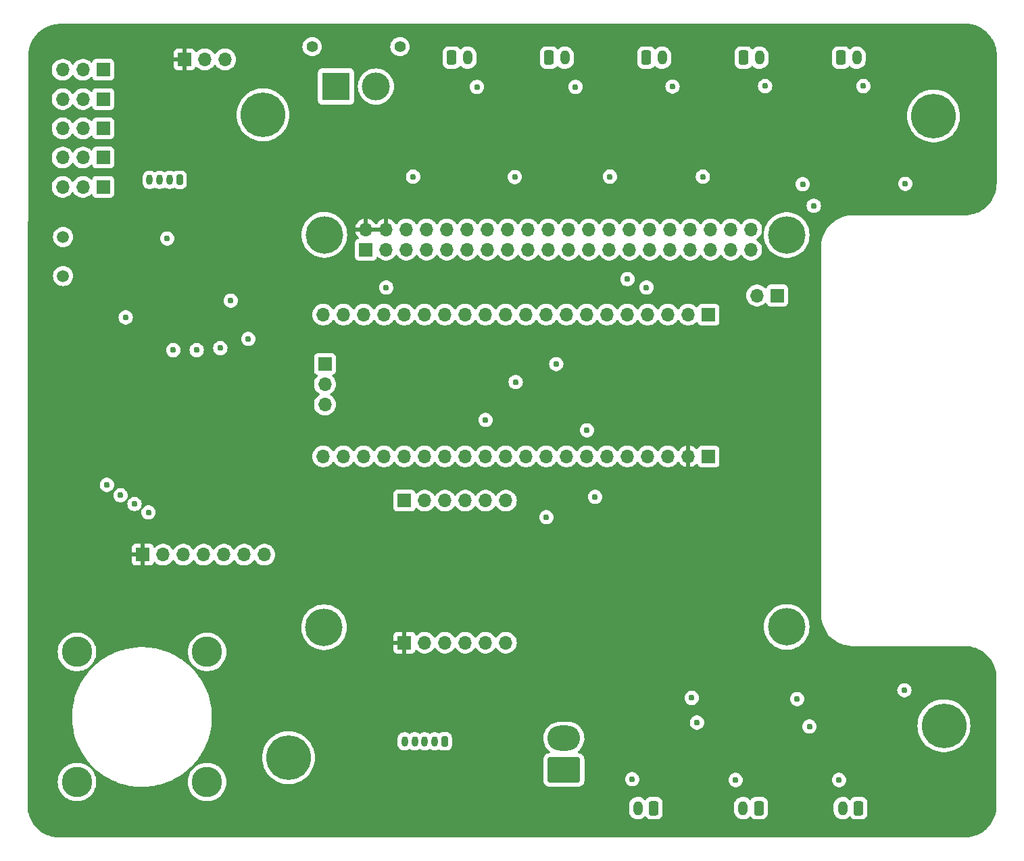
<source format=gbr>
%TF.GenerationSoftware,KiCad,Pcbnew,7.0.9*%
%TF.CreationDate,2024-01-05T06:09:31-08:00*%
%TF.ProjectId,Pi PCB Hat,50692050-4342-4204-9861-742e6b696361,rev?*%
%TF.SameCoordinates,Original*%
%TF.FileFunction,Copper,L3,Inr*%
%TF.FilePolarity,Positive*%
%FSLAX46Y46*%
G04 Gerber Fmt 4.6, Leading zero omitted, Abs format (unit mm)*
G04 Created by KiCad (PCBNEW 7.0.9) date 2024-01-05 06:09:31*
%MOMM*%
%LPD*%
G01*
G04 APERTURE LIST*
G04 Aperture macros list*
%AMRoundRect*
0 Rectangle with rounded corners*
0 $1 Rounding radius*
0 $2 $3 $4 $5 $6 $7 $8 $9 X,Y pos of 4 corners*
0 Add a 4 corners polygon primitive as box body*
4,1,4,$2,$3,$4,$5,$6,$7,$8,$9,$2,$3,0*
0 Add four circle primitives for the rounded corners*
1,1,$1+$1,$2,$3*
1,1,$1+$1,$4,$5*
1,1,$1+$1,$6,$7*
1,1,$1+$1,$8,$9*
0 Add four rect primitives between the rounded corners*
20,1,$1+$1,$2,$3,$4,$5,0*
20,1,$1+$1,$4,$5,$6,$7,0*
20,1,$1+$1,$6,$7,$8,$9,0*
20,1,$1+$1,$8,$9,$2,$3,0*%
G04 Aperture macros list end*
%TA.AperFunction,ComponentPad*%
%ADD10RoundRect,0.250000X-0.350000X-0.650000X0.350000X-0.650000X0.350000X0.650000X-0.350000X0.650000X0*%
%TD*%
%TA.AperFunction,ComponentPad*%
%ADD11O,1.200000X1.800000*%
%TD*%
%TA.AperFunction,ComponentPad*%
%ADD12R,1.700000X1.700000*%
%TD*%
%TA.AperFunction,ComponentPad*%
%ADD13O,1.700000X1.700000*%
%TD*%
%TA.AperFunction,ComponentPad*%
%ADD14RoundRect,0.250000X0.350000X0.650000X-0.350000X0.650000X-0.350000X-0.650000X0.350000X-0.650000X0*%
%TD*%
%TA.AperFunction,ComponentPad*%
%ADD15C,4.700000*%
%TD*%
%TA.AperFunction,ComponentPad*%
%ADD16C,1.400000*%
%TD*%
%TA.AperFunction,ComponentPad*%
%ADD17R,3.500000X3.500000*%
%TD*%
%TA.AperFunction,ComponentPad*%
%ADD18C,3.500000*%
%TD*%
%TA.AperFunction,ComponentPad*%
%ADD19C,3.800000*%
%TD*%
%TA.AperFunction,ComponentPad*%
%ADD20C,5.600000*%
%TD*%
%TA.AperFunction,ComponentPad*%
%ADD21RoundRect,0.200000X0.200000X0.450000X-0.200000X0.450000X-0.200000X-0.450000X0.200000X-0.450000X0*%
%TD*%
%TA.AperFunction,ComponentPad*%
%ADD22O,0.800000X1.300000*%
%TD*%
%TA.AperFunction,ComponentPad*%
%ADD23C,1.500000*%
%TD*%
%TA.AperFunction,ComponentPad*%
%ADD24RoundRect,0.250000X1.800000X-1.330000X1.800000X1.330000X-1.800000X1.330000X-1.800000X-1.330000X0*%
%TD*%
%TA.AperFunction,ComponentPad*%
%ADD25O,4.100000X3.160000*%
%TD*%
%TA.AperFunction,ViaPad*%
%ADD26C,0.770000*%
%TD*%
G04 APERTURE END LIST*
D10*
%TO.N,Net-(D7-K)*%
%TO.C,J12*%
X150834375Y-43725000D03*
D11*
%TO.N,Net-(D7-A)*%
X152834375Y-43725000D03*
%TD*%
D12*
%TO.N,5V logic*%
%TO.C,J6*%
X132725000Y-117075000D03*
D13*
%TO.N,/3V*%
X135265000Y-117075000D03*
%TO.N,GND*%
X137805000Y-117075000D03*
%TO.N,I2C1 SCL*%
X140345000Y-117075000D03*
%TO.N,I2C1 SDA*%
X142885000Y-117075000D03*
%TO.N,/INT*%
X145425000Y-117075000D03*
%TD*%
D14*
%TO.N,Net-(D26-K)*%
%TO.C,J27*%
X177110000Y-137825000D03*
D11*
%TO.N,Net-(D26-A)*%
X175110000Y-137825000D03*
%TD*%
D14*
%TO.N,Net-(D19-K)*%
%TO.C,J2*%
X189600000Y-137825000D03*
D11*
%TO.N,Net-(D19-A)*%
X187600000Y-137825000D03*
%TD*%
D10*
%TO.N,Net-(D17-K)*%
%TO.C,J23*%
X187402500Y-43725000D03*
D11*
%TO.N,Net-(D17-A)*%
X189402500Y-43725000D03*
%TD*%
D10*
%TO.N,Net-(D11-K)*%
%TO.C,J21*%
X163023750Y-43725000D03*
D11*
%TO.N,Net-(D11-A)*%
X165023750Y-43725000D03*
%TD*%
D10*
%TO.N,Net-(D4-K)*%
%TO.C,J10*%
X138650000Y-43725000D03*
D11*
%TO.N,Net-(D4-A)*%
X140650000Y-43725000D03*
%TD*%
D12*
%TO.N,/BT*%
%TO.C,J7*%
X132725000Y-99275000D03*
D13*
%TO.N,/P0*%
X135265000Y-99275000D03*
%TO.N,/P1*%
X137805000Y-99275000D03*
%TO.N,/RST*%
X140345000Y-99275000D03*
%TO.N,/DI*%
X142885000Y-99275000D03*
%TO.N,/CS*%
X145425000Y-99275000D03*
%TD*%
D14*
%TO.N,Net-(D23-K)*%
%TO.C,J26*%
X163950000Y-137825000D03*
D11*
%TO.N,Net-(D23-A)*%
X161950000Y-137825000D03*
%TD*%
D15*
%TO.N,GND*%
%TO.C,H5*%
X180600000Y-115100000D03*
%TD*%
D12*
%TO.N,5V logic*%
%TO.C,J15*%
X105170000Y-43950000D03*
D13*
%TO.N,GND*%
X107710000Y-43950000D03*
%TO.N,GPIO17*%
X110250000Y-43950000D03*
%TD*%
D16*
%TO.N,*%
%TO.C,J4*%
X121150000Y-42350000D03*
X132150000Y-42350000D03*
D17*
%TO.N,GND*%
X124150000Y-47350000D03*
D18*
%TO.N,12V Power Input*%
X129150000Y-47350000D03*
%TD*%
D15*
%TO.N,GND*%
%TO.C,H9*%
X180600000Y-65975000D03*
%TD*%
D12*
%TO.N,SWCLK*%
%TO.C,J30*%
X122750000Y-82140780D03*
D13*
%TO.N,GND*%
X122750000Y-84680780D03*
%TO.N,SWDIO*%
X122750000Y-87220780D03*
%TD*%
D15*
%TO.N,GND*%
%TO.C,H7*%
X122650000Y-115150000D03*
%TD*%
D19*
%TO.N,N/C*%
%TO.C,H12*%
X108000000Y-118250000D03*
%TD*%
D12*
%TO.N,5V logic*%
%TO.C,J8*%
X99940000Y-106050000D03*
D13*
%TO.N,/3Vo*%
X102480000Y-106050000D03*
%TO.N,GND*%
X105020000Y-106050000D03*
%TO.N,I2C1 SCL*%
X107560000Y-106050000D03*
%TO.N,GPIO22*%
X110100000Y-106050000D03*
%TO.N,I2C1 SDA*%
X112640000Y-106050000D03*
%TO.N,/CS (2)*%
X115180000Y-106050000D03*
%TD*%
D20*
%TO.N,N/C*%
%TO.C,H3*%
X118200000Y-131500000D03*
%TD*%
D21*
%TO.N,GND*%
%TO.C,J28*%
X104550000Y-59050000D03*
D22*
%TO.N,Net-(J28-Pin_2)*%
X103300000Y-59050000D03*
%TO.N,Net-(J28-Pin_3)*%
X102050000Y-59050000D03*
%TO.N,Net-(J28-Pin_4)*%
X100800000Y-59050000D03*
%TD*%
D19*
%TO.N,N/C*%
%TO.C,H11*%
X91700000Y-134550000D03*
%TD*%
D15*
%TO.N,GND*%
%TO.C,H8*%
X122675000Y-65950000D03*
%TD*%
D20*
%TO.N,N/C*%
%TO.C,H2*%
X199000000Y-51050000D03*
%TD*%
%TO.N,N/C*%
%TO.C,H4*%
X200300000Y-127500000D03*
%TD*%
D10*
%TO.N,Net-(D14-K)*%
%TO.C,J22*%
X175213125Y-43725000D03*
D11*
%TO.N,Net-(D14-A)*%
X177213125Y-43725000D03*
%TD*%
D12*
%TO.N,Net-(J18-Pin_1)*%
%TO.C,J18*%
X94980000Y-52591000D03*
D13*
%TO.N,5V Power Input*%
X92440000Y-52591000D03*
%TO.N,GND*%
X89900000Y-52591000D03*
%TD*%
D12*
%TO.N,Net-(J17-Pin_1)*%
%TO.C,J17*%
X94980000Y-48920500D03*
D13*
%TO.N,5V Power Input*%
X92440000Y-48920500D03*
%TO.N,GND*%
X89900000Y-48920500D03*
%TD*%
D12*
%TO.N,Net-(J20-Pin_1)*%
%TO.C,J20*%
X94980000Y-59932000D03*
D13*
%TO.N,5V Power Input*%
X92440000Y-59932000D03*
%TO.N,GND*%
X89900000Y-59932000D03*
%TD*%
D20*
%TO.N,N/C*%
%TO.C,H1*%
X115000000Y-50900000D03*
%TD*%
D23*
%TO.N,GND*%
%TO.C,Y1*%
X89950000Y-71100000D03*
%TO.N,Net-(U1-EXTCLK)*%
X89950000Y-66220000D03*
%TD*%
D12*
%TO.N,Net-(J19-Pin_1)*%
%TO.C,J19*%
X94980000Y-56261500D03*
D13*
%TO.N,5V Power Input*%
X92440000Y-56261500D03*
%TO.N,GND*%
X89900000Y-56261500D03*
%TD*%
D19*
%TO.N,N/C*%
%TO.C,H6*%
X91700000Y-118250000D03*
%TD*%
D12*
%TO.N,UART0 TX (pico)*%
%TO.C,J31*%
X170810000Y-75950000D03*
D13*
%TO.N,UART0 RX (pico)*%
X168270000Y-75950000D03*
%TO.N,GND*%
X165730000Y-75950000D03*
%TO.N,I2C1 SDA*%
X163190000Y-75950000D03*
%TO.N,I2C1 SCL*%
X160650000Y-75950000D03*
%TO.N,unconnected-(J31-Pin_6-Pad6)*%
X158110000Y-75950000D03*
%TO.N,DSHOT 1*%
X155570000Y-75950000D03*
%TO.N,GND*%
X153030000Y-75950000D03*
%TO.N,unconnected-(J31-Pin_9-Pad9)*%
X150490000Y-75950000D03*
%TO.N,unconnected-(J31-Pin_10-Pad10)*%
X147950000Y-75950000D03*
%TO.N,unconnected-(J31-Pin_11-Pad11)*%
X145410000Y-75950000D03*
%TO.N,DSHOT 2*%
X142870000Y-75950000D03*
%TO.N,GND*%
X140330000Y-75950000D03*
%TO.N,GP10*%
X137790000Y-75950000D03*
%TO.N,GP11*%
X135250000Y-75950000D03*
%TO.N,GP12*%
X132710000Y-75950000D03*
%TO.N,GP13*%
X130170000Y-75950000D03*
%TO.N,GND*%
X127630000Y-75950000D03*
%TO.N,GP14*%
X125090000Y-75950000D03*
%TO.N,unconnected-(J31-Pin_20-Pad20)*%
X122550000Y-75950000D03*
%TO.N,unconnected-(J31-Pin_21-Pad21)*%
X122550000Y-93730000D03*
%TO.N,GP17*%
X125090000Y-93730000D03*
%TO.N,GND*%
X127630000Y-93730000D03*
%TO.N,GP18*%
X130170000Y-93730000D03*
%TO.N,GP19*%
X132710000Y-93730000D03*
%TO.N,GP20*%
X135250000Y-93730000D03*
%TO.N,GP21*%
X137790000Y-93730000D03*
%TO.N,GND*%
X140330000Y-93730000D03*
%TO.N,unconnected-(J31-Pin_29-Pad29)*%
X142870000Y-93730000D03*
%TO.N,GPIO0*%
X145410000Y-93730000D03*
%TO.N,unconnected-(J31-Pin_31-Pad31)*%
X147950000Y-93730000D03*
%TO.N,GP27*%
X150490000Y-93730000D03*
%TO.N,GND*%
X153030000Y-93730000D03*
%TO.N,GP28*%
X155570000Y-93730000D03*
%TO.N,ADC_VREF*%
X158110000Y-93730000D03*
%TO.N,3V3(OUT)*%
X160650000Y-93730000D03*
%TO.N,3V3_EN*%
X163190000Y-93730000D03*
%TO.N,GND*%
X165730000Y-93730000D03*
%TO.N,5V logic*%
X168270000Y-93730000D03*
D12*
%TO.N,unconnected-(J31-Pin_40-Pad40)*%
X170810000Y-93730000D03*
%TD*%
%TO.N,I2C1 SCL*%
%TO.C,J24*%
X179425000Y-73550000D03*
D13*
%TO.N,I2C1 SDA*%
X176885000Y-73550000D03*
%TD*%
D12*
%TO.N,Net-(J16-Pin_1)*%
%TO.C,J16*%
X94980000Y-45250000D03*
D13*
%TO.N,5V Power Input*%
X92440000Y-45250000D03*
%TO.N,GND*%
X89900000Y-45250000D03*
%TD*%
D19*
%TO.N,N/C*%
%TO.C,H10*%
X108000000Y-134550000D03*
%TD*%
D21*
%TO.N,unconnected-(J25-Pin_1-Pad1)*%
%TO.C,J25*%
X137750000Y-129450000D03*
D22*
%TO.N,GND*%
X136500000Y-129450000D03*
%TO.N,I2C1 SDA*%
X135250000Y-129450000D03*
%TO.N,unconnected-(J25-Pin_4-Pad4)*%
X134000000Y-129450000D03*
%TO.N,I2C1 SCL*%
X132750000Y-129450000D03*
%TD*%
D12*
%TO.N,unconnected-(J1-Pin_1-Pad1)*%
%TO.C,J1*%
X127895000Y-67795000D03*
D13*
%TO.N,5V logic*%
X127895000Y-65255000D03*
%TO.N,I2C1 SDA*%
X130435000Y-67795000D03*
%TO.N,5V logic*%
X130435000Y-65255000D03*
%TO.N,I2C1 SCL*%
X132975000Y-67795000D03*
%TO.N,GND*%
X132975000Y-65255000D03*
%TO.N,GPIO4*%
X135515000Y-67795000D03*
%TO.N,UART0 RX (pico)*%
X135515000Y-65255000D03*
%TO.N,GND*%
X138055000Y-67795000D03*
%TO.N,UART0 TX (pico)*%
X138055000Y-65255000D03*
%TO.N,GPIO17*%
X140595000Y-67795000D03*
%TO.N,GPIO18*%
X140595000Y-65255000D03*
%TO.N,unconnected-(J1-Pin_13-Pad13)*%
X143135000Y-67795000D03*
%TO.N,GND*%
X143135000Y-65255000D03*
%TO.N,GPIO22*%
X145675000Y-67795000D03*
%TO.N,GPIO23*%
X145675000Y-65255000D03*
%TO.N,unconnected-(J1-Pin_17-Pad17)*%
X148215000Y-67795000D03*
%TO.N,SWDIO*%
X148215000Y-65255000D03*
%TO.N,unconnected-(J1-Pin_19-Pad19)*%
X150755000Y-67795000D03*
%TO.N,GND*%
X150755000Y-65255000D03*
%TO.N,unconnected-(J1-Pin_21-Pad21)*%
X153295000Y-67795000D03*
%TO.N,SWCLK*%
X153295000Y-65255000D03*
%TO.N,unconnected-(J1-Pin_23-Pad23)*%
X155835000Y-67795000D03*
%TO.N,unconnected-(J1-Pin_24-Pad24)*%
X155835000Y-65255000D03*
%TO.N,GND*%
X158375000Y-67795000D03*
%TO.N,unconnected-(J1-Pin_26-Pad26)*%
X158375000Y-65255000D03*
%TO.N,GPIO0*%
X160915000Y-67795000D03*
%TO.N,unconnected-(J1-Pin_28-Pad28)*%
X160915000Y-65255000D03*
%TO.N,unconnected-(J1-Pin_29-Pad29)*%
X163455000Y-67795000D03*
%TO.N,unconnected-(J1-Pin_30-Pad30)*%
X163455000Y-65255000D03*
%TO.N,unconnected-(J1-Pin_31-Pad31)*%
X165995000Y-67795000D03*
%TO.N,GPIO12*%
X165995000Y-65255000D03*
%TO.N,GPIO13*%
X168535000Y-67795000D03*
%TO.N,GND*%
X168535000Y-65255000D03*
%TO.N,GPIO19*%
X171075000Y-67795000D03*
%TO.N,GPIO16*%
X171075000Y-65255000D03*
%TO.N,GPIO26*%
X173615000Y-67795000D03*
%TO.N,unconnected-(J1-Pin_38-Pad38)*%
X173615000Y-65255000D03*
%TO.N,GND*%
X176155000Y-67795000D03*
%TO.N,GPIO21*%
X176155000Y-65255000D03*
%TD*%
D24*
%TO.N,5V Power Input*%
%TO.C,J5*%
X152695000Y-133030000D03*
D25*
%TO.N,GND*%
X152695000Y-129070000D03*
%TD*%
D26*
%TO.N,GND*%
X113150000Y-79000000D03*
X195450000Y-59550000D03*
X161250000Y-134200000D03*
X174200000Y-134300000D03*
X183450000Y-127600000D03*
X169360000Y-127100000D03*
X97800000Y-76300000D03*
X106700000Y-80400000D03*
X166300000Y-47350000D03*
X177900000Y-47300000D03*
X110950000Y-74200000D03*
X154150000Y-47400000D03*
X187150000Y-134300000D03*
X141800000Y-47400000D03*
X103750000Y-80400000D03*
X190200000Y-47300000D03*
%TO.N,/A5*%
X109650000Y-80150000D03*
X103000000Y-66400000D03*
%TO.N,GP10*%
X100650000Y-100750000D03*
%TO.N,GP11*%
X98900000Y-99700000D03*
%TO.N,GP12*%
X97150000Y-98600000D03*
%TO.N,GP13*%
X95450000Y-97300000D03*
%TO.N,SWDIO*%
X146650000Y-84400000D03*
%TO.N,5V logic*%
X112150000Y-66000000D03*
X113050000Y-83150000D03*
X98100000Y-66500000D03*
%TO.N,12V Power Input*%
X133800000Y-58650000D03*
X146550000Y-58700000D03*
X182600000Y-59600000D03*
X158450000Y-58650000D03*
X170100000Y-58650000D03*
%TO.N,SWCLK*%
X151730000Y-82150000D03*
%TO.N,5V Power Input*%
X181910000Y-124150000D03*
X195350000Y-123050000D03*
X168700000Y-124003934D03*
%TO.N,GPIO21*%
X184000000Y-62300000D03*
%TO.N,I2C1 SDA*%
X130435000Y-72550000D03*
X163040000Y-72550000D03*
%TO.N,I2C1 SCL*%
X160650000Y-71500000D03*
%TO.N,DSHOT 1*%
X155570000Y-90450000D03*
%TO.N,DSHOT 2*%
X142870000Y-89150000D03*
%TO.N,GP28*%
X156600000Y-98800000D03*
%TO.N,GP27*%
X150500000Y-101350000D03*
%TD*%
%TA.AperFunction,Conductor*%
%TO.N,5V logic*%
G36*
X129975507Y-65045156D02*
G01*
X129935000Y-65183111D01*
X129935000Y-65326889D01*
X129975507Y-65464844D01*
X130003884Y-65509000D01*
X128326116Y-65509000D01*
X128354493Y-65464844D01*
X128395000Y-65326889D01*
X128395000Y-65183111D01*
X128354493Y-65045156D01*
X128326116Y-65001000D01*
X130003884Y-65001000D01*
X129975507Y-65045156D01*
G37*
%TD.AperFunction*%
%TA.AperFunction,Conductor*%
G36*
X202935297Y-39452039D02*
G01*
X202991562Y-39454620D01*
X203106423Y-39459892D01*
X203307010Y-39469681D01*
X203312604Y-39470206D01*
X203497937Y-39496024D01*
X203684925Y-39523730D01*
X203690059Y-39524712D01*
X203874724Y-39568139D01*
X204041477Y-39609908D01*
X204055903Y-39613522D01*
X204060626Y-39614903D01*
X204241528Y-39675560D01*
X204416642Y-39738248D01*
X204420850Y-39739929D01*
X204596040Y-39817342D01*
X204763822Y-39896764D01*
X204767523Y-39898670D01*
X204935203Y-39992163D01*
X205094287Y-40087619D01*
X205097489Y-40089676D01*
X205256101Y-40198465D01*
X205405049Y-40309082D01*
X205407759Y-40311213D01*
X205534750Y-40416824D01*
X205555851Y-40434372D01*
X205693308Y-40559160D01*
X205695532Y-40561282D01*
X205830668Y-40696661D01*
X205832786Y-40698889D01*
X205957327Y-40836570D01*
X206080211Y-40984873D01*
X206082346Y-40987598D01*
X206192689Y-41136733D01*
X206205385Y-41155314D01*
X206301205Y-41295557D01*
X206303246Y-41298748D01*
X206376121Y-41420692D01*
X206398400Y-41457974D01*
X206425505Y-41506791D01*
X206491612Y-41625857D01*
X206493524Y-41629587D01*
X206572631Y-41797484D01*
X206649722Y-41972796D01*
X206651403Y-41977030D01*
X206713763Y-42152210D01*
X206774110Y-42333263D01*
X206775482Y-42337988D01*
X206820535Y-42519232D01*
X206852573Y-42656564D01*
X206863092Y-42701656D01*
X206863628Y-42703951D01*
X206864610Y-42709138D01*
X206879196Y-42808810D01*
X206891973Y-42896125D01*
X206917460Y-43081520D01*
X206917978Y-43087149D01*
X206927591Y-43291933D01*
X206934932Y-43458414D01*
X206934993Y-43461329D01*
X206899492Y-59507383D01*
X206899419Y-59510289D01*
X206891104Y-59682136D01*
X206880919Y-59880762D01*
X206880380Y-59886368D01*
X206854171Y-60071525D01*
X206826218Y-60257389D01*
X206825217Y-60262561D01*
X206781511Y-60446829D01*
X206736004Y-60627069D01*
X206734619Y-60631774D01*
X206673772Y-60812271D01*
X206611096Y-60986484D01*
X206609406Y-60990699D01*
X206531921Y-61165417D01*
X206452631Y-61332375D01*
X206450714Y-61336088D01*
X206357251Y-61503299D01*
X206326236Y-61554875D01*
X206262025Y-61661651D01*
X206259961Y-61664859D01*
X206151302Y-61823019D01*
X206041023Y-61971303D01*
X206038889Y-61974015D01*
X205915945Y-62121701D01*
X205791614Y-62258554D01*
X205789482Y-62260788D01*
X205654393Y-62395579D01*
X205652154Y-62397705D01*
X205515019Y-62521740D01*
X205367076Y-62644346D01*
X205364360Y-62646475D01*
X205215818Y-62756435D01*
X205057425Y-62864740D01*
X205054212Y-62866796D01*
X204895650Y-62961672D01*
X204728245Y-63054758D01*
X204724528Y-63056666D01*
X204557358Y-63135605D01*
X204382480Y-63212698D01*
X204378261Y-63214379D01*
X204203915Y-63276666D01*
X204023293Y-63337113D01*
X204018584Y-63338487D01*
X203838245Y-63383595D01*
X203653856Y-63426899D01*
X203648681Y-63427888D01*
X203462803Y-63455421D01*
X203277556Y-63481225D01*
X203271949Y-63481752D01*
X203073318Y-63491497D01*
X202901429Y-63499433D01*
X202898522Y-63499500D01*
X188945791Y-63499500D01*
X188945771Y-63499494D01*
X188893594Y-63499494D01*
X188708640Y-63499494D01*
X188708636Y-63499494D01*
X188340332Y-63533623D01*
X188340316Y-63533625D01*
X188340312Y-63533625D01*
X188340309Y-63533626D01*
X188254579Y-63549651D01*
X187976699Y-63601596D01*
X187976691Y-63601598D01*
X187620905Y-63702829D01*
X187275991Y-63836450D01*
X186944845Y-64001341D01*
X186630358Y-64196064D01*
X186630352Y-64196068D01*
X186335163Y-64418984D01*
X186061785Y-64668200D01*
X185812587Y-64941559D01*
X185812582Y-64941566D01*
X185589664Y-65236757D01*
X185589654Y-65236772D01*
X185394938Y-65551250D01*
X185230050Y-65882390D01*
X185096427Y-66227314D01*
X184995198Y-66583097D01*
X184995195Y-66583107D01*
X184927225Y-66946711D01*
X184919318Y-67032042D01*
X184893094Y-67315046D01*
X184893094Y-67315052D01*
X184893094Y-113512867D01*
X184893100Y-113512926D01*
X184893100Y-113684954D01*
X184909778Y-113864934D01*
X184927231Y-114053289D01*
X184995199Y-114416887D01*
X184995203Y-114416901D01*
X185096432Y-114772686D01*
X185230053Y-115117600D01*
X185230058Y-115117610D01*
X185394940Y-115448739D01*
X185394942Y-115448743D01*
X185394944Y-115448746D01*
X185589668Y-115763237D01*
X185589675Y-115763248D01*
X185812584Y-116058427D01*
X185812588Y-116058431D01*
X185812590Y-116058434D01*
X186061796Y-116331800D01*
X186335161Y-116581006D01*
X186335164Y-116581008D01*
X186335167Y-116581011D01*
X186357675Y-116598008D01*
X186630354Y-116803926D01*
X186931719Y-116990523D01*
X186944853Y-116998655D01*
X186944860Y-116998659D01*
X187275984Y-117163540D01*
X187620907Y-117297165D01*
X187620910Y-117297165D01*
X187620913Y-117297167D01*
X187732795Y-117329000D01*
X187976692Y-117398395D01*
X187976700Y-117398397D01*
X188340310Y-117466368D01*
X188436691Y-117475299D01*
X188708636Y-117500500D01*
X188708640Y-117500500D01*
X188893495Y-117500500D01*
X202892130Y-117500500D01*
X202895040Y-117500567D01*
X202909508Y-117501235D01*
X203066637Y-117508500D01*
X203266127Y-117518301D01*
X203271675Y-117518823D01*
X203456909Y-117544662D01*
X203643393Y-117572324D01*
X203648504Y-117573302D01*
X203832968Y-117616688D01*
X204013737Y-117661968D01*
X204018438Y-117663342D01*
X204199190Y-117723923D01*
X204242766Y-117739515D01*
X204373878Y-117786429D01*
X204378091Y-117788109D01*
X204553094Y-117865380D01*
X204672678Y-117921940D01*
X204720519Y-117944567D01*
X204724232Y-117946475D01*
X204891752Y-118039783D01*
X205050537Y-118134955D01*
X205053735Y-118137007D01*
X205212223Y-118245573D01*
X205218200Y-118250006D01*
X205360909Y-118355847D01*
X205363628Y-118357981D01*
X205511625Y-118480875D01*
X205648885Y-118605282D01*
X205651125Y-118607414D01*
X205786174Y-118742463D01*
X205788307Y-118744702D01*
X205912733Y-118881984D01*
X206009164Y-118998112D01*
X206035608Y-119029958D01*
X206037734Y-119032666D01*
X206148039Y-119181395D01*
X206256581Y-119339847D01*
X206258643Y-119343062D01*
X206263530Y-119351215D01*
X206353817Y-119501850D01*
X206447114Y-119669349D01*
X206449028Y-119673071D01*
X206528226Y-119840520D01*
X206605484Y-120015494D01*
X206607169Y-120019718D01*
X206638166Y-120106345D01*
X206669673Y-120194401D01*
X206700905Y-120287584D01*
X206730251Y-120375142D01*
X206731629Y-120379857D01*
X206776908Y-120560615D01*
X206820287Y-120745054D01*
X206821279Y-120750236D01*
X206848938Y-120936697D01*
X206874771Y-121121893D01*
X206875300Y-121127509D01*
X206885164Y-121328367D01*
X206893027Y-121498431D01*
X206893094Y-121501341D01*
X206893094Y-137498534D01*
X206893027Y-137501444D01*
X206885107Y-137672753D01*
X206875295Y-137872486D01*
X206874766Y-137878102D01*
X206848932Y-138063301D01*
X206821273Y-138249761D01*
X206820281Y-138254943D01*
X206776912Y-138439338D01*
X206731620Y-138620151D01*
X206730242Y-138624866D01*
X206669689Y-138805534D01*
X206607160Y-138980286D01*
X206605475Y-138984510D01*
X206528218Y-139159480D01*
X206449020Y-139326928D01*
X206447107Y-139330648D01*
X206353810Y-139498150D01*
X206258634Y-139656940D01*
X206256571Y-139660155D01*
X206148039Y-139818594D01*
X206037724Y-139967335D01*
X206035590Y-139970054D01*
X205912728Y-140118012D01*
X205788303Y-140255292D01*
X205786170Y-140257531D01*
X205651115Y-140392586D01*
X205648875Y-140394718D01*
X205511612Y-140519127D01*
X205363634Y-140642005D01*
X205360916Y-140644139D01*
X205212206Y-140754431D01*
X205053742Y-140862980D01*
X205050526Y-140865042D01*
X204891742Y-140960214D01*
X204724250Y-141053506D01*
X204720529Y-141055419D01*
X204553052Y-141134631D01*
X204378116Y-141211873D01*
X204373892Y-141213558D01*
X204199136Y-141276088D01*
X204018455Y-141336645D01*
X204013740Y-141338023D01*
X203832960Y-141383307D01*
X203648536Y-141426683D01*
X203643353Y-141427675D01*
X203456885Y-141455334D01*
X203271694Y-141481166D01*
X203266079Y-141481695D01*
X203067501Y-141491453D01*
X202957310Y-141496548D01*
X202894902Y-141499433D01*
X202892014Y-141499500D01*
X89498636Y-141499500D01*
X89495753Y-141499433D01*
X89397003Y-141494864D01*
X89324414Y-141491506D01*
X89124461Y-141481676D01*
X89118842Y-141481147D01*
X88933559Y-141455284D01*
X88746962Y-141427587D01*
X88741777Y-141426594D01*
X88557293Y-141383176D01*
X88519127Y-141373609D01*
X88376352Y-141337822D01*
X88371644Y-141336445D01*
X88305970Y-141314419D01*
X88190886Y-141275820D01*
X88016018Y-141213208D01*
X88011791Y-141211520D01*
X87836785Y-141134192D01*
X87669191Y-141054869D01*
X87665468Y-141052953D01*
X87497949Y-140959575D01*
X87339035Y-140864253D01*
X87335818Y-140862187D01*
X87177346Y-140753543D01*
X87028544Y-140643091D01*
X87025825Y-140640954D01*
X86877844Y-140517964D01*
X86740525Y-140393390D01*
X86738284Y-140391255D01*
X86603219Y-140256056D01*
X86601086Y-140253813D01*
X86476650Y-140116373D01*
X86353803Y-139968268D01*
X86351668Y-139965546D01*
X86241376Y-139816652D01*
X86203461Y-139761231D01*
X86132861Y-139658033D01*
X86130810Y-139654830D01*
X86035659Y-139495846D01*
X86000633Y-139432863D01*
X85942440Y-139328224D01*
X85940529Y-139324501D01*
X85861377Y-139156843D01*
X85824883Y-139074030D01*
X85784209Y-138981731D01*
X85782535Y-138977529D01*
X85720087Y-138802572D01*
X85710095Y-138772682D01*
X85659636Y-138621740D01*
X85658276Y-138617074D01*
X85613094Y-138436058D01*
X85589588Y-138335739D01*
X85569862Y-138251551D01*
X85568878Y-138246393D01*
X85558766Y-138177801D01*
X160841500Y-138177801D01*
X160841501Y-138177822D01*
X160856579Y-138335728D01*
X160856582Y-138335743D01*
X160916223Y-138538864D01*
X161013227Y-138727023D01*
X161013229Y-138727026D01*
X161072639Y-138802572D01*
X161144094Y-138893435D01*
X161304077Y-139032061D01*
X161304088Y-139032069D01*
X161487412Y-139137910D01*
X161487415Y-139137911D01*
X161487418Y-139137913D01*
X161687473Y-139207153D01*
X161897016Y-139237281D01*
X162046290Y-139230170D01*
X162108463Y-139227209D01*
X162108467Y-139227208D01*
X162108474Y-139227208D01*
X162314204Y-139177298D01*
X162506771Y-139089356D01*
X162679215Y-138966559D01*
X162768596Y-138872818D01*
X162830080Y-138837321D01*
X162900996Y-138840699D01*
X162958828Y-138881880D01*
X162967026Y-138893621D01*
X163000968Y-138948650D01*
X163000975Y-138948658D01*
X163126341Y-139074024D01*
X163126347Y-139074029D01*
X163126348Y-139074030D01*
X163277262Y-139167115D01*
X163445574Y-139222887D01*
X163549455Y-139233500D01*
X164350544Y-139233499D01*
X164454426Y-139222887D01*
X164622738Y-139167115D01*
X164773652Y-139074030D01*
X164899030Y-138948652D01*
X164992115Y-138797738D01*
X165047887Y-138629426D01*
X165058500Y-138525545D01*
X165058500Y-138177801D01*
X174001500Y-138177801D01*
X174001501Y-138177822D01*
X174016579Y-138335728D01*
X174016582Y-138335743D01*
X174076223Y-138538864D01*
X174173227Y-138727023D01*
X174173229Y-138727026D01*
X174232639Y-138802572D01*
X174304094Y-138893435D01*
X174464077Y-139032061D01*
X174464088Y-139032069D01*
X174647412Y-139137910D01*
X174647415Y-139137911D01*
X174647418Y-139137913D01*
X174847473Y-139207153D01*
X175057016Y-139237281D01*
X175206290Y-139230170D01*
X175268463Y-139227209D01*
X175268467Y-139227208D01*
X175268474Y-139227208D01*
X175474204Y-139177298D01*
X175666771Y-139089356D01*
X175839215Y-138966559D01*
X175928596Y-138872818D01*
X175990080Y-138837321D01*
X176060996Y-138840699D01*
X176118828Y-138881880D01*
X176127026Y-138893621D01*
X176160968Y-138948650D01*
X176160975Y-138948658D01*
X176286341Y-139074024D01*
X176286347Y-139074029D01*
X176286348Y-139074030D01*
X176437262Y-139167115D01*
X176605574Y-139222887D01*
X176709455Y-139233500D01*
X177510544Y-139233499D01*
X177614426Y-139222887D01*
X177782738Y-139167115D01*
X177933652Y-139074030D01*
X178059030Y-138948652D01*
X178152115Y-138797738D01*
X178207887Y-138629426D01*
X178218500Y-138525545D01*
X178218500Y-138177801D01*
X186491500Y-138177801D01*
X186491501Y-138177822D01*
X186506579Y-138335728D01*
X186506582Y-138335743D01*
X186566223Y-138538864D01*
X186663227Y-138727023D01*
X186663229Y-138727026D01*
X186722639Y-138802572D01*
X186794094Y-138893435D01*
X186954077Y-139032061D01*
X186954088Y-139032069D01*
X187137412Y-139137910D01*
X187137415Y-139137911D01*
X187137418Y-139137913D01*
X187337473Y-139207153D01*
X187547016Y-139237281D01*
X187696290Y-139230170D01*
X187758463Y-139227209D01*
X187758467Y-139227208D01*
X187758474Y-139227208D01*
X187964204Y-139177298D01*
X188156771Y-139089356D01*
X188329215Y-138966559D01*
X188418596Y-138872818D01*
X188480080Y-138837321D01*
X188550996Y-138840699D01*
X188608828Y-138881880D01*
X188617026Y-138893621D01*
X188650968Y-138948650D01*
X188650975Y-138948658D01*
X188776341Y-139074024D01*
X188776347Y-139074029D01*
X188776348Y-139074030D01*
X188927262Y-139167115D01*
X189095574Y-139222887D01*
X189199455Y-139233500D01*
X190000544Y-139233499D01*
X190104426Y-139222887D01*
X190272738Y-139167115D01*
X190423652Y-139074030D01*
X190549030Y-138948652D01*
X190642115Y-138797738D01*
X190697887Y-138629426D01*
X190708500Y-138525545D01*
X190708499Y-137124456D01*
X190697887Y-137020574D01*
X190642115Y-136852262D01*
X190549030Y-136701348D01*
X190549029Y-136701347D01*
X190549024Y-136701341D01*
X190423658Y-136575975D01*
X190423652Y-136575970D01*
X190398805Y-136560644D01*
X190272738Y-136482885D01*
X190151903Y-136442845D01*
X190104427Y-136427113D01*
X190104420Y-136427112D01*
X190000553Y-136416500D01*
X189199455Y-136416500D01*
X189095574Y-136427112D01*
X188927261Y-136482885D01*
X188776347Y-136575970D01*
X188776341Y-136575975D01*
X188650975Y-136701341D01*
X188650970Y-136701347D01*
X188618895Y-136753350D01*
X188566109Y-136800828D01*
X188496034Y-136812231D01*
X188430918Y-136783938D01*
X188412612Y-136765092D01*
X188405906Y-136756565D01*
X188245922Y-136617938D01*
X188245911Y-136617930D01*
X188062587Y-136512089D01*
X188062580Y-136512086D01*
X187862530Y-136442848D01*
X187862529Y-136442847D01*
X187862527Y-136442847D01*
X187862525Y-136442846D01*
X187862519Y-136442845D01*
X187652985Y-136412718D01*
X187441536Y-136422790D01*
X187441523Y-136422792D01*
X187235801Y-136472700D01*
X187235795Y-136472702D01*
X187043228Y-136560644D01*
X187043221Y-136560648D01*
X186870791Y-136683435D01*
X186870781Y-136683444D01*
X186724695Y-136836656D01*
X186610244Y-137014745D01*
X186531563Y-137211281D01*
X186491500Y-137419146D01*
X186491500Y-138177801D01*
X178218500Y-138177801D01*
X178218499Y-137124456D01*
X178207887Y-137020574D01*
X178152115Y-136852262D01*
X178059030Y-136701348D01*
X178059029Y-136701347D01*
X178059024Y-136701341D01*
X177933658Y-136575975D01*
X177933652Y-136575970D01*
X177908805Y-136560644D01*
X177782738Y-136482885D01*
X177661903Y-136442845D01*
X177614427Y-136427113D01*
X177614420Y-136427112D01*
X177510553Y-136416500D01*
X176709455Y-136416500D01*
X176605574Y-136427112D01*
X176437261Y-136482885D01*
X176286347Y-136575970D01*
X176286341Y-136575975D01*
X176160975Y-136701341D01*
X176160970Y-136701347D01*
X176128895Y-136753350D01*
X176076109Y-136800828D01*
X176006034Y-136812231D01*
X175940918Y-136783938D01*
X175922612Y-136765092D01*
X175915906Y-136756565D01*
X175755922Y-136617938D01*
X175755911Y-136617930D01*
X175572587Y-136512089D01*
X175572580Y-136512086D01*
X175372530Y-136442848D01*
X175372529Y-136442847D01*
X175372527Y-136442847D01*
X175372525Y-136442846D01*
X175372519Y-136442845D01*
X175162985Y-136412718D01*
X174951536Y-136422790D01*
X174951523Y-136422792D01*
X174745801Y-136472700D01*
X174745795Y-136472702D01*
X174553228Y-136560644D01*
X174553221Y-136560648D01*
X174380791Y-136683435D01*
X174380781Y-136683444D01*
X174234695Y-136836656D01*
X174120244Y-137014745D01*
X174041563Y-137211281D01*
X174001500Y-137419146D01*
X174001500Y-138177801D01*
X165058500Y-138177801D01*
X165058499Y-137124456D01*
X165047887Y-137020574D01*
X164992115Y-136852262D01*
X164899030Y-136701348D01*
X164899029Y-136701347D01*
X164899024Y-136701341D01*
X164773658Y-136575975D01*
X164773652Y-136575970D01*
X164748805Y-136560644D01*
X164622738Y-136482885D01*
X164501903Y-136442845D01*
X164454427Y-136427113D01*
X164454420Y-136427112D01*
X164350553Y-136416500D01*
X163549455Y-136416500D01*
X163445574Y-136427112D01*
X163277261Y-136482885D01*
X163126347Y-136575970D01*
X163126341Y-136575975D01*
X163000975Y-136701341D01*
X163000970Y-136701347D01*
X162968895Y-136753350D01*
X162916109Y-136800828D01*
X162846034Y-136812231D01*
X162780918Y-136783938D01*
X162762612Y-136765092D01*
X162755906Y-136756565D01*
X162595922Y-136617938D01*
X162595911Y-136617930D01*
X162412587Y-136512089D01*
X162412580Y-136512086D01*
X162212530Y-136442848D01*
X162212529Y-136442847D01*
X162212527Y-136442847D01*
X162212525Y-136442846D01*
X162212519Y-136442845D01*
X162002985Y-136412718D01*
X161791536Y-136422790D01*
X161791523Y-136422792D01*
X161585801Y-136472700D01*
X161585795Y-136472702D01*
X161393228Y-136560644D01*
X161393221Y-136560648D01*
X161220791Y-136683435D01*
X161220781Y-136683444D01*
X161074695Y-136836656D01*
X160960244Y-137014745D01*
X160881563Y-137211281D01*
X160841500Y-137419146D01*
X160841500Y-138177801D01*
X85558766Y-138177801D01*
X85541353Y-138059686D01*
X85539973Y-138049726D01*
X85515678Y-137874409D01*
X85515158Y-137868835D01*
X85505636Y-137671315D01*
X85497754Y-137497235D01*
X85497691Y-137494326D01*
X85500588Y-134550006D01*
X89286738Y-134550006D01*
X89305765Y-134852449D01*
X89305767Y-134852466D01*
X89357255Y-135122372D01*
X89362555Y-135150154D01*
X89456206Y-135438381D01*
X89585242Y-135712598D01*
X89585244Y-135712601D01*
X89585247Y-135712607D01*
X89747624Y-135968473D01*
X89940807Y-136201991D01*
X89940809Y-136201993D01*
X90161729Y-136409450D01*
X90390931Y-136575975D01*
X90406910Y-136587584D01*
X90672483Y-136733585D01*
X90871120Y-136812231D01*
X90954255Y-136845147D01*
X90954258Y-136845147D01*
X90954261Y-136845149D01*
X91247800Y-136920516D01*
X91247806Y-136920516D01*
X91247807Y-136920517D01*
X91405384Y-136940423D01*
X91548470Y-136958500D01*
X91548473Y-136958500D01*
X91851527Y-136958500D01*
X91851530Y-136958500D01*
X92152200Y-136920516D01*
X92445739Y-136845149D01*
X92727517Y-136733585D01*
X92993090Y-136587584D01*
X93238271Y-136409450D01*
X93459192Y-136201992D01*
X93652370Y-135968480D01*
X93652372Y-135968475D01*
X93652375Y-135968473D01*
X93814752Y-135712607D01*
X93814758Y-135712598D01*
X93943794Y-135438381D01*
X94037445Y-135150154D01*
X94094233Y-134852462D01*
X94095416Y-134833658D01*
X94113262Y-134550006D01*
X94113262Y-134549993D01*
X94094234Y-134247550D01*
X94094232Y-134247533D01*
X94090590Y-134228443D01*
X94037445Y-133949846D01*
X93943794Y-133661619D01*
X93814758Y-133387402D01*
X93786395Y-133342709D01*
X93652375Y-133131526D01*
X93459192Y-132898008D01*
X93459190Y-132898006D01*
X93238270Y-132690549D01*
X92993092Y-132512417D01*
X92947750Y-132487490D01*
X92727517Y-132366415D01*
X92646414Y-132334304D01*
X92445744Y-132254852D01*
X92445737Y-132254850D01*
X92152192Y-132179482D01*
X91851544Y-132141501D01*
X91851532Y-132141500D01*
X91851530Y-132141500D01*
X91548470Y-132141500D01*
X91548467Y-132141500D01*
X91548455Y-132141501D01*
X91247807Y-132179482D01*
X90954262Y-132254850D01*
X90954255Y-132254852D01*
X90672483Y-132366415D01*
X90406907Y-132512417D01*
X90161730Y-132690549D01*
X90161729Y-132690549D01*
X89940809Y-132898006D01*
X89940807Y-132898008D01*
X89747624Y-133131526D01*
X89585247Y-133387392D01*
X89585240Y-133387406D01*
X89456209Y-133661612D01*
X89456207Y-133661616D01*
X89362556Y-133949842D01*
X89362554Y-133949850D01*
X89305767Y-134247533D01*
X89305765Y-134247550D01*
X89286738Y-134549993D01*
X89286738Y-134550006D01*
X85500588Y-134550006D01*
X85508606Y-126400000D01*
X91088096Y-126400000D01*
X91107648Y-126984807D01*
X91131456Y-127221461D01*
X91166217Y-127566994D01*
X91176520Y-127628076D01*
X91263540Y-128143970D01*
X91302491Y-128307412D01*
X91399186Y-128713162D01*
X91399188Y-128713170D01*
X91399189Y-128713172D01*
X91572547Y-129272025D01*
X91782848Y-129818058D01*
X91900483Y-130071554D01*
X92027914Y-130346162D01*
X92029150Y-130348824D01*
X92281059Y-130808499D01*
X92310350Y-130861947D01*
X92625198Y-131355149D01*
X92625201Y-131355153D01*
X92972284Y-131826218D01*
X93350063Y-132273058D01*
X93756842Y-132693663D01*
X94190801Y-133086156D01*
X94650005Y-133448785D01*
X94650005Y-133448786D01*
X94771724Y-133532341D01*
X95132415Y-133779942D01*
X95635861Y-134078133D01*
X96158101Y-134342033D01*
X96255356Y-134383272D01*
X96256616Y-134383840D01*
X96258820Y-134384742D01*
X96696805Y-134570463D01*
X96718606Y-134578033D01*
X96799411Y-134606091D01*
X96802596Y-134607295D01*
X96803768Y-134607775D01*
X96803773Y-134607777D01*
X96803774Y-134607777D01*
X96809429Y-134609656D01*
X96815274Y-134611600D01*
X97020143Y-134682738D01*
X97249554Y-134762398D01*
X97358125Y-134792138D01*
X97361273Y-134793093D01*
X97364784Y-134794260D01*
X97364823Y-134794273D01*
X97364818Y-134794271D01*
X97375263Y-134796975D01*
X97384658Y-134799407D01*
X97813893Y-134916987D01*
X97813899Y-134916988D01*
X97813902Y-134916989D01*
X97813901Y-134916989D01*
X97860760Y-134926513D01*
X97928021Y-134940184D01*
X97931238Y-134940927D01*
X97937158Y-134942460D01*
X97964468Y-134947592D01*
X98387298Y-135033536D01*
X98506683Y-135049591D01*
X98509780Y-135050090D01*
X98518206Y-135051674D01*
X98552126Y-135055703D01*
X98923640Y-135105667D01*
X98967213Y-135111527D01*
X98967213Y-135111526D01*
X99052815Y-135117257D01*
X99091308Y-135119834D01*
X99094495Y-135120129D01*
X99105302Y-135121413D01*
X99105311Y-135121413D01*
X99105316Y-135121414D01*
X99105315Y-135121414D01*
X99124227Y-135122372D01*
X99144855Y-135123418D01*
X99551029Y-135150609D01*
X99551033Y-135150609D01*
X99679407Y-135150609D01*
X99682591Y-135150689D01*
X99695767Y-135151358D01*
X99695768Y-135151357D01*
X99695769Y-135151358D01*
X99740110Y-135150609D01*
X100136155Y-135150609D01*
X100136159Y-135150609D01*
X100268301Y-135141762D01*
X100271328Y-135141636D01*
X100286906Y-135141373D01*
X100335168Y-135137286D01*
X100719974Y-135111526D01*
X100719974Y-135111527D01*
X100719980Y-135111526D01*
X100719982Y-135111526D01*
X100855251Y-135093334D01*
X100858229Y-135093008D01*
X100871454Y-135091888D01*
X100876017Y-135091503D01*
X100876012Y-135091503D01*
X100876013Y-135091502D01*
X100876023Y-135091502D01*
X100927369Y-135083635D01*
X101275990Y-135036750D01*
X101299898Y-135033535D01*
X101299897Y-135033535D01*
X101321236Y-135029197D01*
X101437653Y-135005534D01*
X101440487Y-135005029D01*
X101460428Y-135001975D01*
X101514112Y-134989993D01*
X101831808Y-134925419D01*
X101873286Y-134916989D01*
X101873288Y-134916988D01*
X101873295Y-134916987D01*
X102012797Y-134878773D01*
X102015668Y-134878060D01*
X102037457Y-134873198D01*
X102037459Y-134873197D01*
X102037465Y-134873196D01*
X102057127Y-134867389D01*
X102092636Y-134856902D01*
X102321272Y-134794273D01*
X102437630Y-134762400D01*
X102437629Y-134762400D01*
X102457703Y-134755429D01*
X102578185Y-134713593D01*
X102580903Y-134712720D01*
X102604474Y-134705760D01*
X102604474Y-134705761D01*
X102629096Y-134696641D01*
X102660452Y-134685026D01*
X102990388Y-134570461D01*
X103038626Y-134550006D01*
X105586738Y-134550006D01*
X105605765Y-134852449D01*
X105605767Y-134852466D01*
X105657255Y-135122372D01*
X105662555Y-135150154D01*
X105756206Y-135438381D01*
X105885242Y-135712598D01*
X105885244Y-135712601D01*
X105885247Y-135712607D01*
X106047624Y-135968473D01*
X106240807Y-136201991D01*
X106240809Y-136201993D01*
X106461729Y-136409450D01*
X106690931Y-136575975D01*
X106706910Y-136587584D01*
X106972483Y-136733585D01*
X107171120Y-136812231D01*
X107254255Y-136845147D01*
X107254258Y-136845147D01*
X107254261Y-136845149D01*
X107547800Y-136920516D01*
X107547806Y-136920516D01*
X107547807Y-136920517D01*
X107705384Y-136940423D01*
X107848470Y-136958500D01*
X107848473Y-136958500D01*
X108151527Y-136958500D01*
X108151530Y-136958500D01*
X108452200Y-136920516D01*
X108745739Y-136845149D01*
X109027517Y-136733585D01*
X109293090Y-136587584D01*
X109538271Y-136409450D01*
X109759192Y-136201992D01*
X109952370Y-135968480D01*
X109952372Y-135968475D01*
X109952375Y-135968473D01*
X110114752Y-135712607D01*
X110114758Y-135712598D01*
X110243794Y-135438381D01*
X110337445Y-135150154D01*
X110394233Y-134852462D01*
X110395416Y-134833658D01*
X110413262Y-134550006D01*
X110413262Y-134549993D01*
X110394234Y-134247550D01*
X110394232Y-134247533D01*
X110390590Y-134228443D01*
X110337445Y-133949846D01*
X110243794Y-133661619D01*
X110114758Y-133387402D01*
X110086395Y-133342709D01*
X109952375Y-133131526D01*
X109759192Y-132898008D01*
X109759190Y-132898006D01*
X109538270Y-132690549D01*
X109293092Y-132512417D01*
X109247750Y-132487490D01*
X109027517Y-132366415D01*
X108946414Y-132334304D01*
X108745744Y-132254852D01*
X108745737Y-132254850D01*
X108452192Y-132179482D01*
X108151544Y-132141501D01*
X108151532Y-132141500D01*
X108151530Y-132141500D01*
X107848470Y-132141500D01*
X107848467Y-132141500D01*
X107848455Y-132141501D01*
X107547807Y-132179482D01*
X107254262Y-132254850D01*
X107254255Y-132254852D01*
X106972483Y-132366415D01*
X106706907Y-132512417D01*
X106461730Y-132690549D01*
X106461729Y-132690549D01*
X106240809Y-132898006D01*
X106240807Y-132898008D01*
X106047624Y-133131526D01*
X105885247Y-133387392D01*
X105885240Y-133387406D01*
X105756209Y-133661612D01*
X105756207Y-133661616D01*
X105662556Y-133949842D01*
X105662554Y-133949850D01*
X105605767Y-134247533D01*
X105605765Y-134247550D01*
X105586738Y-134549993D01*
X105586738Y-134550006D01*
X103038626Y-134550006D01*
X103131179Y-134510760D01*
X103133789Y-134509723D01*
X103158897Y-134500425D01*
X103158898Y-134500424D01*
X103158902Y-134500423D01*
X103158901Y-134500423D01*
X103215047Y-134475197D01*
X103456714Y-134372721D01*
X103529083Y-134342035D01*
X103529082Y-134342035D01*
X103529087Y-134342033D01*
X103669366Y-134271146D01*
X103671777Y-134269997D01*
X103693812Y-134260097D01*
X103698181Y-134258135D01*
X103698187Y-134258131D01*
X103698191Y-134258130D01*
X103753838Y-134228460D01*
X104051325Y-134078134D01*
X104051324Y-134078135D01*
X104067479Y-134068566D01*
X104190147Y-133995909D01*
X104192482Y-133994596D01*
X104219897Y-133979980D01*
X104274430Y-133945988D01*
X104554771Y-133779943D01*
X104554772Y-133779943D01*
X104571697Y-133768323D01*
X104692400Y-133685465D01*
X104721636Y-133667244D01*
X104774497Y-133629109D01*
X104971189Y-133494087D01*
X105037183Y-133448786D01*
X105090729Y-133406500D01*
X105171537Y-133342686D01*
X105201117Y-133321349D01*
X105201121Y-133321345D01*
X105201126Y-133321342D01*
X105219017Y-133306500D01*
X105251829Y-133279280D01*
X105496387Y-133086155D01*
X105496386Y-133086156D01*
X105509480Y-133074312D01*
X105626532Y-132968445D01*
X105640419Y-132956926D01*
X105656155Y-132943873D01*
X105656154Y-132943873D01*
X105704236Y-132898166D01*
X105930350Y-132693659D01*
X105930353Y-132693656D01*
X105930354Y-132693656D01*
X106055375Y-132564385D01*
X106084666Y-132536541D01*
X106084667Y-132536540D01*
X106106834Y-132512417D01*
X106129693Y-132487539D01*
X106281764Y-132330299D01*
X106337125Y-132273058D01*
X106456071Y-132132367D01*
X106484707Y-132101205D01*
X106484707Y-132101204D01*
X106526373Y-132049213D01*
X106714903Y-131826219D01*
X106826824Y-131674317D01*
X106846759Y-131649446D01*
X106854441Y-131639862D01*
X106854440Y-131639862D01*
X106854441Y-131639861D01*
X106892446Y-131585254D01*
X106955260Y-131500003D01*
X114886641Y-131500003D01*
X114906064Y-131858237D01*
X114964103Y-132212269D01*
X115060084Y-132557959D01*
X115112465Y-132689426D01*
X115192877Y-132891243D01*
X115293829Y-133081658D01*
X115360922Y-133208210D01*
X115360924Y-133208214D01*
X115520824Y-133444048D01*
X115562258Y-133505159D01*
X115788847Y-133771921D01*
X115794516Y-133778595D01*
X116054962Y-134025304D01*
X116054977Y-134025317D01*
X116340586Y-134242431D01*
X116647995Y-134427393D01*
X116973599Y-134578033D01*
X117313583Y-134692587D01*
X117663958Y-134769711D01*
X118020618Y-134808500D01*
X118020626Y-134808500D01*
X118379374Y-134808500D01*
X118379382Y-134808500D01*
X118736042Y-134769711D01*
X119086417Y-134692587D01*
X119426401Y-134578033D01*
X119752005Y-134427393D01*
X120059414Y-134242431D01*
X120345023Y-134025317D01*
X120357807Y-134013208D01*
X120428806Y-133945953D01*
X120605484Y-133778595D01*
X120837742Y-133505159D01*
X121039075Y-133208215D01*
X121207123Y-132891243D01*
X121339915Y-132557961D01*
X121435895Y-132212274D01*
X121493936Y-131858237D01*
X121513359Y-131500000D01*
X121493936Y-131141763D01*
X121435895Y-130787726D01*
X121339915Y-130442039D01*
X121207123Y-130108757D01*
X121039075Y-129791785D01*
X121009127Y-129747615D01*
X131841500Y-129747615D01*
X131856457Y-129889927D01*
X131878336Y-129957262D01*
X131915473Y-130071556D01*
X131915476Y-130071561D01*
X132010958Y-130236941D01*
X132010965Y-130236951D01*
X132138744Y-130378864D01*
X132138747Y-130378866D01*
X132293248Y-130491118D01*
X132467712Y-130568794D01*
X132654513Y-130608500D01*
X132845487Y-130608500D01*
X133032288Y-130568794D01*
X133206752Y-130491118D01*
X133300942Y-130422684D01*
X133367806Y-130398828D01*
X133436958Y-130414908D01*
X133449043Y-130422673D01*
X133543248Y-130491118D01*
X133717712Y-130568794D01*
X133904513Y-130608500D01*
X134095487Y-130608500D01*
X134282288Y-130568794D01*
X134456752Y-130491118D01*
X134550942Y-130422684D01*
X134617806Y-130398828D01*
X134686958Y-130414908D01*
X134699043Y-130422673D01*
X134793248Y-130491118D01*
X134967712Y-130568794D01*
X135154513Y-130608500D01*
X135345487Y-130608500D01*
X135532288Y-130568794D01*
X135706752Y-130491118D01*
X135800942Y-130422684D01*
X135867806Y-130398828D01*
X135936958Y-130414908D01*
X135949043Y-130422673D01*
X136043248Y-130491118D01*
X136217712Y-130568794D01*
X136404513Y-130608500D01*
X136595487Y-130608500D01*
X136782288Y-130568794D01*
X136956752Y-130491118D01*
X136980629Y-130473769D01*
X137047493Y-130449912D01*
X137116645Y-130465991D01*
X137119836Y-130467856D01*
X137257087Y-130550827D01*
X137421351Y-130602013D01*
X137492735Y-130608500D01*
X138007264Y-130608499D01*
X138078649Y-130602013D01*
X138242913Y-130550827D01*
X138390155Y-130461816D01*
X138511816Y-130340155D01*
X138600827Y-130192913D01*
X138652013Y-130028649D01*
X138658500Y-129957265D01*
X138658499Y-128996934D01*
X150132675Y-128996934D01*
X150142868Y-129288831D01*
X150142869Y-129288842D01*
X150193589Y-129576489D01*
X150283849Y-129854279D01*
X150334077Y-129957262D01*
X150411889Y-130116800D01*
X150575221Y-130358949D01*
X150575226Y-130358956D01*
X150770660Y-130576007D01*
X150770663Y-130576010D01*
X150941048Y-130718979D01*
X150980374Y-130778088D01*
X150981500Y-130849075D01*
X150944069Y-130909403D01*
X150879964Y-130939917D01*
X150860063Y-130941500D01*
X150844457Y-130941500D01*
X150740574Y-130952112D01*
X150572261Y-131007885D01*
X150421347Y-131100970D01*
X150421341Y-131100975D01*
X150295975Y-131226341D01*
X150295970Y-131226347D01*
X150202885Y-131377262D01*
X150147113Y-131545572D01*
X150147112Y-131545579D01*
X150136500Y-131649446D01*
X150136500Y-134410544D01*
X150147112Y-134514425D01*
X150202885Y-134682738D01*
X150295970Y-134833652D01*
X150295975Y-134833658D01*
X150421341Y-134959024D01*
X150421347Y-134959029D01*
X150421348Y-134959030D01*
X150572262Y-135052115D01*
X150740574Y-135107887D01*
X150844455Y-135118500D01*
X154545544Y-135118499D01*
X154649426Y-135107887D01*
X154817738Y-135052115D01*
X154968652Y-134959030D01*
X155094030Y-134833652D01*
X155187115Y-134682738D01*
X155242887Y-134514426D01*
X155253500Y-134410545D01*
X155253500Y-134200000D01*
X160351578Y-134200000D01*
X160370839Y-134383256D01*
X160371212Y-134386797D01*
X160429248Y-134565415D01*
X160429252Y-134565423D01*
X160523159Y-134728076D01*
X160523160Y-134728078D01*
X160648837Y-134867658D01*
X160800786Y-134978054D01*
X160800787Y-134978055D01*
X160800788Y-134978055D01*
X160800789Y-134978056D01*
X160972372Y-135054450D01*
X161156089Y-135093500D01*
X161343911Y-135093500D01*
X161527628Y-135054450D01*
X161699211Y-134978056D01*
X161851162Y-134867658D01*
X161976839Y-134728079D01*
X162070749Y-134565421D01*
X162128789Y-134386792D01*
X162137911Y-134300000D01*
X173301578Y-134300000D01*
X173319990Y-134475179D01*
X173321212Y-134486797D01*
X173379248Y-134665415D01*
X173379252Y-134665423D01*
X173473159Y-134828076D01*
X173473160Y-134828078D01*
X173598837Y-134967658D01*
X173750786Y-135078054D01*
X173750787Y-135078055D01*
X173750788Y-135078055D01*
X173750789Y-135078056D01*
X173922372Y-135154450D01*
X174106089Y-135193500D01*
X174293911Y-135193500D01*
X174477628Y-135154450D01*
X174649211Y-135078056D01*
X174801162Y-134967658D01*
X174926839Y-134828079D01*
X175020749Y-134665421D01*
X175078789Y-134486792D01*
X175098422Y-134300000D01*
X186251578Y-134300000D01*
X186269990Y-134475179D01*
X186271212Y-134486797D01*
X186329248Y-134665415D01*
X186329252Y-134665423D01*
X186423159Y-134828076D01*
X186423160Y-134828078D01*
X186548837Y-134967658D01*
X186700786Y-135078054D01*
X186700787Y-135078055D01*
X186700788Y-135078055D01*
X186700789Y-135078056D01*
X186872372Y-135154450D01*
X187056089Y-135193500D01*
X187243911Y-135193500D01*
X187427628Y-135154450D01*
X187599211Y-135078056D01*
X187751162Y-134967658D01*
X187876839Y-134828079D01*
X187970749Y-134665421D01*
X188028789Y-134486792D01*
X188048422Y-134300000D01*
X188028789Y-134113208D01*
X187975710Y-133949846D01*
X187970751Y-133934584D01*
X187970747Y-133934576D01*
X187913012Y-133834576D01*
X187876839Y-133771921D01*
X187786801Y-133671923D01*
X187751162Y-133632341D01*
X187599213Y-133521945D01*
X187599212Y-133521944D01*
X187427628Y-133445550D01*
X187243911Y-133406500D01*
X187056089Y-133406500D01*
X186872371Y-133445550D01*
X186700787Y-133521944D01*
X186700786Y-133521945D01*
X186548837Y-133632341D01*
X186423160Y-133771921D01*
X186423159Y-133771923D01*
X186329252Y-133934576D01*
X186329248Y-133934584D01*
X186271212Y-134113202D01*
X186271211Y-134113206D01*
X186271211Y-134113208D01*
X186251578Y-134300000D01*
X175098422Y-134300000D01*
X175078789Y-134113208D01*
X175025710Y-133949846D01*
X175020751Y-133934584D01*
X175020747Y-133934576D01*
X174963012Y-133834576D01*
X174926839Y-133771921D01*
X174836801Y-133671923D01*
X174801162Y-133632341D01*
X174649213Y-133521945D01*
X174649212Y-133521944D01*
X174477628Y-133445550D01*
X174293911Y-133406500D01*
X174106089Y-133406500D01*
X173922371Y-133445550D01*
X173750787Y-133521944D01*
X173750786Y-133521945D01*
X173598837Y-133632341D01*
X173473160Y-133771921D01*
X173473159Y-133771923D01*
X173379252Y-133934576D01*
X173379248Y-133934584D01*
X173321212Y-134113202D01*
X173321211Y-134113206D01*
X173321211Y-134113208D01*
X173301578Y-134300000D01*
X162137911Y-134300000D01*
X162148422Y-134200000D01*
X162128789Y-134013208D01*
X162108203Y-133949850D01*
X162070751Y-133834584D01*
X162070747Y-133834576D01*
X162039204Y-133779942D01*
X161976839Y-133671921D01*
X161938268Y-133629083D01*
X161851162Y-133532341D01*
X161699213Y-133421945D01*
X161699212Y-133421944D01*
X161527628Y-133345550D01*
X161343911Y-133306500D01*
X161156089Y-133306500D01*
X160972371Y-133345550D01*
X160800787Y-133421944D01*
X160800786Y-133421945D01*
X160648837Y-133532341D01*
X160523160Y-133671921D01*
X160523159Y-133671923D01*
X160429252Y-133834576D01*
X160429248Y-133834584D01*
X160371212Y-134013202D01*
X160371211Y-134013206D01*
X160371211Y-134013208D01*
X160351578Y-134200000D01*
X155253500Y-134200000D01*
X155253499Y-131649456D01*
X155242887Y-131545574D01*
X155187115Y-131377262D01*
X155094030Y-131226348D01*
X155094029Y-131226347D01*
X155094024Y-131226341D01*
X154968658Y-131100975D01*
X154968652Y-131100970D01*
X154963359Y-131097705D01*
X154817738Y-131007885D01*
X154733582Y-130979999D01*
X154649427Y-130952113D01*
X154649420Y-130952112D01*
X154545553Y-130941500D01*
X154545545Y-130941500D01*
X154530058Y-130941500D01*
X154461937Y-130921498D01*
X154415444Y-130867842D01*
X154405340Y-130797568D01*
X154434834Y-130732988D01*
X154455997Y-130713564D01*
X154484869Y-130692587D01*
X154510740Y-130673791D01*
X154720848Y-130470892D01*
X154900673Y-130240726D01*
X155046715Y-129987774D01*
X155156132Y-129716958D01*
X155156133Y-129716951D01*
X155156135Y-129716948D01*
X155226793Y-129433555D01*
X155226793Y-129433553D01*
X155226794Y-129433550D01*
X155257325Y-129143066D01*
X155247131Y-128851159D01*
X155196411Y-128563512D01*
X155106152Y-128285724D01*
X154978111Y-128023200D01*
X154814779Y-127781051D01*
X154814776Y-127781048D01*
X154814773Y-127781043D01*
X154619339Y-127563992D01*
X154395593Y-127376246D01*
X154395588Y-127376243D01*
X154395587Y-127376242D01*
X154147886Y-127221461D01*
X153881053Y-127102660D01*
X153871777Y-127100000D01*
X168461578Y-127100000D01*
X168474681Y-127224667D01*
X168481212Y-127286797D01*
X168539248Y-127465415D01*
X168539252Y-127465423D01*
X168633159Y-127628076D01*
X168633160Y-127628078D01*
X168758837Y-127767658D01*
X168910786Y-127878054D01*
X168910787Y-127878055D01*
X168910788Y-127878055D01*
X168910789Y-127878056D01*
X169082372Y-127954450D01*
X169266089Y-127993500D01*
X169453911Y-127993500D01*
X169637628Y-127954450D01*
X169809211Y-127878056D01*
X169961162Y-127767658D01*
X170086839Y-127628079D01*
X170103050Y-127600000D01*
X182551578Y-127600000D01*
X182571212Y-127786797D01*
X182629248Y-127965415D01*
X182629252Y-127965423D01*
X182723159Y-128128076D01*
X182723160Y-128128078D01*
X182848837Y-128267658D01*
X183000786Y-128378054D01*
X183000787Y-128378055D01*
X183000788Y-128378055D01*
X183000789Y-128378056D01*
X183172372Y-128454450D01*
X183356089Y-128493500D01*
X183543911Y-128493500D01*
X183727628Y-128454450D01*
X183899211Y-128378056D01*
X184051162Y-128267658D01*
X184176839Y-128128079D01*
X184270749Y-127965421D01*
X184328789Y-127786792D01*
X184348422Y-127600000D01*
X184337912Y-127500003D01*
X196986641Y-127500003D01*
X197006064Y-127858237D01*
X197064103Y-128212269D01*
X197160084Y-128557959D01*
X197284951Y-128871352D01*
X197292877Y-128891243D01*
X197348911Y-128996934D01*
X197460922Y-129208210D01*
X197460924Y-129208214D01*
X197515584Y-129288831D01*
X197662258Y-129505159D01*
X197734891Y-129590669D01*
X197894516Y-129778595D01*
X198154962Y-130025304D01*
X198154977Y-130025317D01*
X198440586Y-130242431D01*
X198747995Y-130427393D01*
X199073599Y-130578033D01*
X199413583Y-130692587D01*
X199763958Y-130769711D01*
X200120618Y-130808500D01*
X200120626Y-130808500D01*
X200479374Y-130808500D01*
X200479382Y-130808500D01*
X200836042Y-130769711D01*
X201186417Y-130692587D01*
X201526401Y-130578033D01*
X201852005Y-130427393D01*
X202159414Y-130242431D01*
X202445023Y-130025317D01*
X202484654Y-129987777D01*
X202501384Y-129971928D01*
X202705484Y-129778595D01*
X202937742Y-129505159D01*
X203139075Y-129208215D01*
X203307123Y-128891243D01*
X203439915Y-128557961D01*
X203535895Y-128212274D01*
X203593936Y-127858237D01*
X203613359Y-127500000D01*
X203593936Y-127141763D01*
X203535895Y-126787726D01*
X203439915Y-126442039D01*
X203307123Y-126108757D01*
X203139075Y-125791785D01*
X202937742Y-125494841D01*
X202705484Y-125221405D01*
X202705483Y-125221404D01*
X202445037Y-124974695D01*
X202445022Y-124974682D01*
X202159418Y-124757572D01*
X202159412Y-124757568D01*
X201852010Y-124572610D01*
X201852009Y-124572609D01*
X201852005Y-124572607D01*
X201526401Y-124421967D01*
X201186417Y-124307413D01*
X201138915Y-124296956D01*
X200836054Y-124230291D01*
X200836030Y-124230287D01*
X200479389Y-124191500D01*
X200479382Y-124191500D01*
X200120618Y-124191500D01*
X200120610Y-124191500D01*
X199763969Y-124230287D01*
X199763945Y-124230291D01*
X199413587Y-124307412D01*
X199413573Y-124307416D01*
X199073601Y-124421966D01*
X199073599Y-124421967D01*
X198835745Y-124532010D01*
X198747989Y-124572610D01*
X198440587Y-124757568D01*
X198440581Y-124757572D01*
X198154977Y-124974682D01*
X198154962Y-124974695D01*
X197894516Y-125221404D01*
X197662256Y-125494843D01*
X197460924Y-125791785D01*
X197460922Y-125791789D01*
X197292876Y-126108759D01*
X197292872Y-126108768D01*
X197160084Y-126442040D01*
X197064103Y-126787730D01*
X197006064Y-127141762D01*
X196986641Y-127499996D01*
X196986641Y-127500003D01*
X184337912Y-127500003D01*
X184328789Y-127413208D01*
X184270749Y-127234579D01*
X184176839Y-127071921D01*
X184109177Y-126996774D01*
X184051162Y-126932341D01*
X183899213Y-126821945D01*
X183899212Y-126821944D01*
X183727628Y-126745550D01*
X183543911Y-126706500D01*
X183356089Y-126706500D01*
X183172371Y-126745550D01*
X183000787Y-126821944D01*
X183000786Y-126821945D01*
X182848837Y-126932341D01*
X182723160Y-127071921D01*
X182723159Y-127071923D01*
X182629252Y-127234576D01*
X182629248Y-127234584D01*
X182571212Y-127413202D01*
X182571211Y-127413206D01*
X182571211Y-127413208D01*
X182555363Y-127563990D01*
X182551578Y-127600000D01*
X170103050Y-127600000D01*
X170180749Y-127465421D01*
X170238789Y-127286792D01*
X170258422Y-127100000D01*
X170238789Y-126913208D01*
X170198019Y-126787730D01*
X170180751Y-126734584D01*
X170180747Y-126734576D01*
X170164537Y-126706500D01*
X170086839Y-126571921D01*
X169961162Y-126432341D01*
X169809213Y-126321945D01*
X169809212Y-126321944D01*
X169637628Y-126245550D01*
X169453911Y-126206500D01*
X169266089Y-126206500D01*
X169082371Y-126245550D01*
X168910787Y-126321944D01*
X168910786Y-126321945D01*
X168758837Y-126432341D01*
X168633160Y-126571921D01*
X168633159Y-126571923D01*
X168539252Y-126734576D01*
X168539248Y-126734584D01*
X168481212Y-126913202D01*
X168481211Y-126913206D01*
X168481211Y-126913208D01*
X168461578Y-127100000D01*
X153871777Y-127100000D01*
X153600288Y-127022151D01*
X153600286Y-127022150D01*
X153600284Y-127022150D01*
X153311042Y-126981500D01*
X152152067Y-126981500D01*
X152058267Y-126988059D01*
X151933632Y-126996774D01*
X151647922Y-127057503D01*
X151373455Y-127157401D01*
X151373453Y-127157402D01*
X151115567Y-127294523D01*
X150879260Y-127466208D01*
X150669148Y-127669112D01*
X150489326Y-127899275D01*
X150489321Y-127899282D01*
X150343286Y-128152222D01*
X150343282Y-128152231D01*
X150233868Y-128423041D01*
X150233864Y-128423051D01*
X150163206Y-128706444D01*
X150163206Y-128706446D01*
X150132675Y-128996934D01*
X138658499Y-128996934D01*
X138658499Y-128942736D01*
X138652013Y-128871351D01*
X138600827Y-128707087D01*
X138511816Y-128559845D01*
X138511815Y-128559844D01*
X138511811Y-128559839D01*
X138390160Y-128438188D01*
X138390155Y-128438184D01*
X138290691Y-128378056D01*
X138242913Y-128349173D01*
X138242912Y-128349172D01*
X138242911Y-128349172D01*
X138242906Y-128349170D01*
X138078646Y-128297986D01*
X138026723Y-128293268D01*
X138007265Y-128291500D01*
X138007262Y-128291500D01*
X137492738Y-128291500D01*
X137421353Y-128297986D01*
X137421352Y-128297986D01*
X137257093Y-128349170D01*
X137257086Y-128349173D01*
X137119871Y-128432121D01*
X137051227Y-128450244D01*
X136983681Y-128428379D01*
X136980628Y-128426229D01*
X136974762Y-128421967D01*
X136956752Y-128408882D01*
X136782288Y-128331206D01*
X136595487Y-128291500D01*
X136404513Y-128291500D01*
X136217711Y-128331206D01*
X136043247Y-128408882D01*
X135949061Y-128477313D01*
X135882193Y-128501172D01*
X135813042Y-128485091D01*
X135800939Y-128477313D01*
X135706752Y-128408882D01*
X135532288Y-128331206D01*
X135345487Y-128291500D01*
X135154513Y-128291500D01*
X134967711Y-128331206D01*
X134793247Y-128408882D01*
X134699061Y-128477313D01*
X134632193Y-128501172D01*
X134563042Y-128485091D01*
X134550939Y-128477313D01*
X134456752Y-128408882D01*
X134282288Y-128331206D01*
X134095487Y-128291500D01*
X133904513Y-128291500D01*
X133717711Y-128331206D01*
X133543247Y-128408882D01*
X133449061Y-128477313D01*
X133382193Y-128501172D01*
X133313042Y-128485091D01*
X133300939Y-128477313D01*
X133206752Y-128408882D01*
X133032288Y-128331206D01*
X132845487Y-128291500D01*
X132654513Y-128291500D01*
X132467711Y-128331206D01*
X132293247Y-128408882D01*
X132138744Y-128521135D01*
X132010965Y-128663048D01*
X132010958Y-128663058D01*
X131915476Y-128828438D01*
X131915473Y-128828444D01*
X131901532Y-128871351D01*
X131856457Y-129010072D01*
X131841500Y-129152384D01*
X131841500Y-129747615D01*
X121009127Y-129747615D01*
X120837742Y-129494841D01*
X120605484Y-129221405D01*
X120605483Y-129221404D01*
X120345037Y-128974695D01*
X120345022Y-128974682D01*
X120059418Y-128757572D01*
X120059412Y-128757568D01*
X119985625Y-128713172D01*
X119752005Y-128572607D01*
X119426401Y-128421967D01*
X119086417Y-128307413D01*
X118987866Y-128285720D01*
X118736054Y-128230291D01*
X118736030Y-128230287D01*
X118379389Y-128191500D01*
X118379382Y-128191500D01*
X118020618Y-128191500D01*
X118020610Y-128191500D01*
X117663969Y-128230287D01*
X117663945Y-128230291D01*
X117313587Y-128307412D01*
X117313573Y-128307416D01*
X116973601Y-128421966D01*
X116971275Y-128423042D01*
X116679657Y-128557959D01*
X116647989Y-128572610D01*
X116340587Y-128757568D01*
X116340581Y-128757572D01*
X116054977Y-128974682D01*
X116054962Y-128974695D01*
X115794516Y-129221404D01*
X115562256Y-129494843D01*
X115360924Y-129791785D01*
X115360922Y-129791789D01*
X115192876Y-130108759D01*
X115192872Y-130108768D01*
X115060084Y-130442040D01*
X114964103Y-130787730D01*
X114906064Y-131141762D01*
X114886641Y-131499996D01*
X114886641Y-131500003D01*
X106955260Y-131500003D01*
X107061990Y-131355149D01*
X107061994Y-131355143D01*
X107061995Y-131355142D01*
X107061995Y-131355143D01*
X107165900Y-131192376D01*
X107192190Y-131154604D01*
X107192191Y-131154603D01*
X107199897Y-131141762D01*
X107226304Y-131097754D01*
X107376838Y-130861947D01*
X107471824Y-130688619D01*
X107496406Y-130647657D01*
X107526421Y-130588993D01*
X107641575Y-130378864D01*
X107658038Y-130348824D01*
X107658038Y-130348825D01*
X107669529Y-130324060D01*
X107743176Y-130165356D01*
X107765705Y-130121327D01*
X107765705Y-130121325D01*
X107765709Y-130121319D01*
X107774239Y-130101439D01*
X107791475Y-130061273D01*
X107904342Y-129818053D01*
X107978685Y-129625023D01*
X107993428Y-129590669D01*
X107998857Y-129578021D01*
X107998857Y-129578022D01*
X108020307Y-129516956D01*
X108028825Y-129494841D01*
X108114641Y-129272025D01*
X108130343Y-129221405D01*
X108177324Y-129069953D01*
X108194799Y-129020208D01*
X108211855Y-128958634D01*
X108288002Y-128713162D01*
X108338142Y-128502762D01*
X108351527Y-128454449D01*
X108352636Y-128450447D01*
X108352636Y-128450448D01*
X108365325Y-128388701D01*
X108423648Y-128143970D01*
X108434848Y-128077567D01*
X108460427Y-127925921D01*
X108471649Y-127871321D01*
X108471650Y-127871317D01*
X108471650Y-127871318D01*
X108480005Y-127809857D01*
X108503746Y-127669112D01*
X108520971Y-127566994D01*
X108543591Y-127342138D01*
X108550066Y-127294523D01*
X108551294Y-127285487D01*
X108555409Y-127224667D01*
X108555732Y-127221463D01*
X108578336Y-126996774D01*
X108579540Y-126984807D01*
X108579540Y-126984808D01*
X108581294Y-126932341D01*
X108587257Y-126753984D01*
X108591207Y-126695612D01*
X108591882Y-126615638D01*
X108599092Y-126400000D01*
X108593928Y-126245550D01*
X108591881Y-126184346D01*
X108591207Y-126104395D01*
X108591207Y-126104388D01*
X108587257Y-126046015D01*
X108579540Y-125815197D01*
X108579540Y-125815193D01*
X108579539Y-125815192D01*
X108555409Y-125575329D01*
X108551294Y-125514516D01*
X108551294Y-125514515D01*
X108543590Y-125457848D01*
X108520971Y-125233006D01*
X108480005Y-124990142D01*
X108471650Y-124928683D01*
X108465228Y-124897434D01*
X108460425Y-124874067D01*
X108427367Y-124678079D01*
X108423648Y-124656030D01*
X108365325Y-124411298D01*
X108352636Y-124349555D01*
X108352637Y-124349556D01*
X108345164Y-124322585D01*
X108338145Y-124297247D01*
X108288002Y-124086838D01*
X108262285Y-124003934D01*
X167801578Y-124003934D01*
X167816930Y-124150000D01*
X167821212Y-124190731D01*
X167879248Y-124369349D01*
X167879252Y-124369357D01*
X167973159Y-124532010D01*
X167973160Y-124532012D01*
X168098837Y-124671592D01*
X168250786Y-124781988D01*
X168250787Y-124781989D01*
X168250788Y-124781989D01*
X168250789Y-124781990D01*
X168422372Y-124858384D01*
X168606089Y-124897434D01*
X168793911Y-124897434D01*
X168977628Y-124858384D01*
X169149211Y-124781990D01*
X169301162Y-124671592D01*
X169426839Y-124532013D01*
X169520749Y-124369355D01*
X169578789Y-124190726D01*
X169583070Y-124150000D01*
X181011578Y-124150000D01*
X181028123Y-124307416D01*
X181031212Y-124336797D01*
X181089248Y-124515415D01*
X181089252Y-124515423D01*
X181183159Y-124678076D01*
X181183160Y-124678078D01*
X181308837Y-124817658D01*
X181460786Y-124928054D01*
X181460787Y-124928055D01*
X181460788Y-124928055D01*
X181460789Y-124928056D01*
X181632372Y-125004450D01*
X181816089Y-125043500D01*
X182003911Y-125043500D01*
X182187628Y-125004450D01*
X182359211Y-124928056D01*
X182511162Y-124817658D01*
X182636839Y-124678079D01*
X182730749Y-124515421D01*
X182788789Y-124336792D01*
X182808422Y-124150000D01*
X182788789Y-123963208D01*
X182744875Y-123828054D01*
X182730751Y-123784584D01*
X182730747Y-123784576D01*
X182727988Y-123779798D01*
X182636839Y-123621921D01*
X182597361Y-123578076D01*
X182511162Y-123482341D01*
X182359213Y-123371945D01*
X182359212Y-123371944D01*
X182187628Y-123295550D01*
X182003911Y-123256500D01*
X181816089Y-123256500D01*
X181632371Y-123295550D01*
X181460787Y-123371944D01*
X181460786Y-123371945D01*
X181308837Y-123482341D01*
X181183160Y-123621921D01*
X181183159Y-123621923D01*
X181089252Y-123784576D01*
X181089248Y-123784584D01*
X181031212Y-123963202D01*
X181031211Y-123963206D01*
X181031211Y-123963208D01*
X181011578Y-124150000D01*
X169583070Y-124150000D01*
X169598422Y-124003934D01*
X169578789Y-123817142D01*
X169520749Y-123638513D01*
X169426839Y-123475855D01*
X169372426Y-123415423D01*
X169301162Y-123336275D01*
X169149213Y-123225879D01*
X169149212Y-123225878D01*
X168977628Y-123149484D01*
X168793911Y-123110434D01*
X168606089Y-123110434D01*
X168422371Y-123149484D01*
X168250787Y-123225878D01*
X168250786Y-123225879D01*
X168098837Y-123336275D01*
X167973160Y-123475855D01*
X167973159Y-123475857D01*
X167879252Y-123638510D01*
X167879248Y-123638518D01*
X167821212Y-123817136D01*
X167821211Y-123817140D01*
X167821211Y-123817142D01*
X167801578Y-124003934D01*
X108262285Y-124003934D01*
X108211862Y-123841388D01*
X108200655Y-123800933D01*
X108194801Y-123779798D01*
X108194801Y-123779799D01*
X108194799Y-123779792D01*
X108177313Y-123730012D01*
X108114641Y-123527975D01*
X108114641Y-123527976D01*
X108114640Y-123527975D01*
X108097065Y-123482341D01*
X108020302Y-123283030D01*
X107998859Y-123221984D01*
X107995759Y-123214760D01*
X107978682Y-123174967D01*
X107930552Y-123050000D01*
X194451578Y-123050000D01*
X194468895Y-123214760D01*
X194471212Y-123236797D01*
X194529248Y-123415415D01*
X194529252Y-123415423D01*
X194623159Y-123578076D01*
X194623160Y-123578078D01*
X194748837Y-123717658D01*
X194900786Y-123828054D01*
X194900787Y-123828055D01*
X194900788Y-123828055D01*
X194900789Y-123828056D01*
X195072372Y-123904450D01*
X195256089Y-123943500D01*
X195443911Y-123943500D01*
X195627628Y-123904450D01*
X195799211Y-123828056D01*
X195951162Y-123717658D01*
X196076839Y-123578079D01*
X196170749Y-123415421D01*
X196228789Y-123236792D01*
X196248422Y-123050000D01*
X196228789Y-122863208D01*
X196170749Y-122684579D01*
X196076839Y-122521921D01*
X196013146Y-122451182D01*
X195951162Y-122382341D01*
X195799213Y-122271945D01*
X195799212Y-122271944D01*
X195627628Y-122195550D01*
X195443911Y-122156500D01*
X195256089Y-122156500D01*
X195072371Y-122195550D01*
X194900787Y-122271944D01*
X194900786Y-122271945D01*
X194748837Y-122382341D01*
X194623160Y-122521921D01*
X194623159Y-122521923D01*
X194529252Y-122684576D01*
X194529248Y-122684584D01*
X194471212Y-122863202D01*
X194471211Y-122863206D01*
X194471211Y-122863208D01*
X194451578Y-123050000D01*
X107930552Y-123050000D01*
X107904342Y-122981947D01*
X107791475Y-122738726D01*
X107768242Y-122684584D01*
X107765706Y-122678674D01*
X107743166Y-122634621D01*
X107690867Y-122521921D01*
X107658041Y-122451182D01*
X107526427Y-122211017D01*
X107498533Y-122156500D01*
X107496407Y-122152344D01*
X107496407Y-122152345D01*
X107496406Y-122152343D01*
X107471824Y-122111380D01*
X107376838Y-121938053D01*
X107226319Y-121702268D01*
X107192193Y-121645400D01*
X107165900Y-121607624D01*
X107061990Y-121444851D01*
X106892466Y-121214772D01*
X106854436Y-121160132D01*
X106854437Y-121160133D01*
X106826805Y-121125656D01*
X106824032Y-121121893D01*
X106798040Y-121086616D01*
X106714904Y-120973781D01*
X106714904Y-120973782D01*
X106683550Y-120936697D01*
X106526384Y-120750800D01*
X106484705Y-120698793D01*
X106484706Y-120698794D01*
X106456071Y-120667633D01*
X106337125Y-120526942D01*
X106129718Y-120312486D01*
X106084666Y-120263459D01*
X106055375Y-120235615D01*
X105930354Y-120106345D01*
X105930353Y-120106344D01*
X105930345Y-120106337D01*
X105704244Y-119901841D01*
X105656156Y-119856128D01*
X105626530Y-119831552D01*
X105496387Y-119713844D01*
X105251835Y-119520723D01*
X105220480Y-119494714D01*
X105201117Y-119478651D01*
X105181749Y-119464679D01*
X105171518Y-119457298D01*
X105037176Y-119351209D01*
X104774517Y-119170903D01*
X104752464Y-119154995D01*
X104721636Y-119132756D01*
X104721627Y-119132750D01*
X104707182Y-119123747D01*
X104692381Y-119114521D01*
X104554776Y-119020060D01*
X104554764Y-119020053D01*
X104274437Y-118854015D01*
X104219899Y-118820021D01*
X104192555Y-118805442D01*
X104190088Y-118804055D01*
X104086100Y-118742463D01*
X104051327Y-118721867D01*
X103945116Y-118668196D01*
X103753854Y-118571546D01*
X103698183Y-118541866D01*
X103698184Y-118541866D01*
X103671852Y-118530036D01*
X103669284Y-118528812D01*
X103529087Y-118457967D01*
X103529086Y-118457966D01*
X103529083Y-118457965D01*
X103215064Y-118324809D01*
X103158900Y-118299576D01*
X103158899Y-118299576D01*
X103158897Y-118299575D01*
X103142465Y-118293489D01*
X103133860Y-118290302D01*
X103131146Y-118289225D01*
X103038655Y-118250006D01*
X105586738Y-118250006D01*
X105605765Y-118552449D01*
X105605767Y-118552466D01*
X105642439Y-118744702D01*
X105662555Y-118850154D01*
X105756206Y-119138381D01*
X105885242Y-119412598D01*
X105885244Y-119412601D01*
X105885247Y-119412607D01*
X106047624Y-119668473D01*
X106240807Y-119901991D01*
X106240809Y-119901993D01*
X106461729Y-120109450D01*
X106673704Y-120263459D01*
X106706910Y-120287584D01*
X106972483Y-120433585D01*
X107177322Y-120514686D01*
X107254255Y-120545147D01*
X107254258Y-120545147D01*
X107254261Y-120545149D01*
X107547800Y-120620516D01*
X107547806Y-120620516D01*
X107547807Y-120620517D01*
X107705384Y-120640423D01*
X107848470Y-120658500D01*
X107848473Y-120658500D01*
X108151527Y-120658500D01*
X108151530Y-120658500D01*
X108452200Y-120620516D01*
X108745739Y-120545149D01*
X109027517Y-120433585D01*
X109293090Y-120287584D01*
X109538271Y-120109450D01*
X109759192Y-119901992D01*
X109952370Y-119668480D01*
X109952372Y-119668475D01*
X109952375Y-119668473D01*
X110114752Y-119412607D01*
X110114758Y-119412598D01*
X110243794Y-119138381D01*
X110337445Y-118850154D01*
X110394233Y-118552462D01*
X110394234Y-118552449D01*
X110413262Y-118250006D01*
X110413262Y-118249993D01*
X110394234Y-117947550D01*
X110394232Y-117947533D01*
X110389350Y-117921940D01*
X110337445Y-117649846D01*
X110243794Y-117361619D01*
X110114758Y-117087402D01*
X110110190Y-117080204D01*
X109952375Y-116831526D01*
X109759192Y-116598008D01*
X109759190Y-116598006D01*
X109538270Y-116390549D01*
X109293092Y-116212417D01*
X109159138Y-116138775D01*
X109027517Y-116066415D01*
X108946414Y-116034304D01*
X108745744Y-115954852D01*
X108745737Y-115954850D01*
X108452192Y-115879482D01*
X108151544Y-115841501D01*
X108151532Y-115841500D01*
X108151530Y-115841500D01*
X107848470Y-115841500D01*
X107848467Y-115841500D01*
X107848455Y-115841501D01*
X107547807Y-115879482D01*
X107254262Y-115954850D01*
X107254255Y-115954852D01*
X106972483Y-116066415D01*
X106706907Y-116212417D01*
X106461730Y-116390549D01*
X106461729Y-116390549D01*
X106240809Y-116598006D01*
X106240807Y-116598008D01*
X106047624Y-116831526D01*
X105885247Y-117087392D01*
X105885240Y-117087406D01*
X105756209Y-117361612D01*
X105756207Y-117361616D01*
X105662556Y-117649842D01*
X105662554Y-117649850D01*
X105605767Y-117947533D01*
X105605765Y-117947550D01*
X105586738Y-118249993D01*
X105586738Y-118250006D01*
X103038655Y-118250006D01*
X102990383Y-118229537D01*
X102660505Y-118114991D01*
X102634180Y-118105241D01*
X102604475Y-118094240D01*
X102604472Y-118094239D01*
X102604469Y-118094238D01*
X102604471Y-118094238D01*
X102585091Y-118088516D01*
X102580952Y-118087293D01*
X102578150Y-118086394D01*
X102480625Y-118052530D01*
X102437629Y-118037600D01*
X102092673Y-117943107D01*
X102037450Y-117926800D01*
X102037451Y-117926800D01*
X102015676Y-117921940D01*
X102012755Y-117921215D01*
X101873296Y-117883013D01*
X101873297Y-117883013D01*
X101514136Y-117810011D01*
X101500934Y-117807065D01*
X101460428Y-117798025D01*
X101460421Y-117798024D01*
X101460417Y-117798023D01*
X101460416Y-117798023D01*
X101440565Y-117794981D01*
X101437558Y-117794445D01*
X101299898Y-117766465D01*
X101299897Y-117766465D01*
X100927421Y-117716371D01*
X100889814Y-117710610D01*
X100876023Y-117708498D01*
X100872641Y-117708211D01*
X100858266Y-117706993D01*
X100855188Y-117706656D01*
X100773675Y-117695695D01*
X100719982Y-117688474D01*
X100719975Y-117688473D01*
X100335211Y-117662716D01*
X100319582Y-117661393D01*
X100286906Y-117658627D01*
X100285156Y-117658597D01*
X100271391Y-117658364D01*
X100268250Y-117658233D01*
X100176973Y-117652123D01*
X100136159Y-117649391D01*
X99740110Y-117649391D01*
X99695769Y-117648642D01*
X99695768Y-117648642D01*
X99695767Y-117648642D01*
X99682591Y-117649310D01*
X99679407Y-117649391D01*
X99551029Y-117649391D01*
X99424692Y-117657848D01*
X99144885Y-117676579D01*
X99105310Y-117678586D01*
X99105302Y-117678587D01*
X99094504Y-117679867D01*
X99091294Y-117680165D01*
X98967215Y-117688473D01*
X98967209Y-117688473D01*
X98967206Y-117688474D01*
X98860460Y-117702830D01*
X98552128Y-117744296D01*
X98532935Y-117746576D01*
X98518206Y-117748326D01*
X98518201Y-117748327D01*
X98518197Y-117748327D01*
X98509853Y-117749895D01*
X98506617Y-117750416D01*
X98387291Y-117766465D01*
X98387290Y-117766465D01*
X97964512Y-117852398D01*
X97953179Y-117854528D01*
X97937158Y-117857540D01*
X97937154Y-117857540D01*
X97937154Y-117857541D01*
X97931239Y-117859072D01*
X97928007Y-117859818D01*
X97813902Y-117883011D01*
X97813899Y-117883011D01*
X97813893Y-117883013D01*
X97674434Y-117921215D01*
X97384696Y-118000582D01*
X97364805Y-118005732D01*
X97364799Y-118005734D01*
X97361291Y-118006900D01*
X97358072Y-118007875D01*
X97249559Y-118037600D01*
X96815278Y-118188398D01*
X96806638Y-118191270D01*
X96803768Y-118192225D01*
X96803766Y-118192226D01*
X96803760Y-118192228D01*
X96802586Y-118192708D01*
X96799397Y-118193913D01*
X96696805Y-118229537D01*
X96258813Y-118415260D01*
X96256591Y-118416171D01*
X96255304Y-118416749D01*
X96158105Y-118457965D01*
X96158101Y-118457966D01*
X96158101Y-118457967D01*
X95635861Y-118721867D01*
X95132415Y-119020058D01*
X94912673Y-119170903D01*
X94650005Y-119351214D01*
X94650005Y-119351215D01*
X94190801Y-119713844D01*
X93756842Y-120106337D01*
X93350063Y-120526942D01*
X92972284Y-120973782D01*
X92834980Y-121160133D01*
X92625198Y-121444851D01*
X92310350Y-121938053D01*
X92310347Y-121938058D01*
X92310343Y-121938065D01*
X92066873Y-122382341D01*
X92029147Y-122451182D01*
X91996321Y-122521921D01*
X91782848Y-122981942D01*
X91572547Y-123527975D01*
X91479462Y-123828054D01*
X91399186Y-124086838D01*
X91346620Y-124307413D01*
X91263540Y-124656030D01*
X91198183Y-125043500D01*
X91166217Y-125233006D01*
X91143598Y-125457848D01*
X91107648Y-125815193D01*
X91088096Y-126400000D01*
X85508606Y-126400000D01*
X85516623Y-118250006D01*
X89286738Y-118250006D01*
X89305765Y-118552449D01*
X89305767Y-118552466D01*
X89342439Y-118744702D01*
X89362555Y-118850154D01*
X89456206Y-119138381D01*
X89585242Y-119412598D01*
X89585244Y-119412601D01*
X89585247Y-119412607D01*
X89747624Y-119668473D01*
X89940807Y-119901991D01*
X89940809Y-119901993D01*
X90161729Y-120109450D01*
X90373704Y-120263459D01*
X90406910Y-120287584D01*
X90672483Y-120433585D01*
X90877322Y-120514686D01*
X90954255Y-120545147D01*
X90954258Y-120545147D01*
X90954261Y-120545149D01*
X91247800Y-120620516D01*
X91247806Y-120620516D01*
X91247807Y-120620517D01*
X91405384Y-120640423D01*
X91548470Y-120658500D01*
X91548473Y-120658500D01*
X91851527Y-120658500D01*
X91851530Y-120658500D01*
X92152200Y-120620516D01*
X92445739Y-120545149D01*
X92727517Y-120433585D01*
X92993090Y-120287584D01*
X93238271Y-120109450D01*
X93459192Y-119901992D01*
X93652370Y-119668480D01*
X93652372Y-119668475D01*
X93652375Y-119668473D01*
X93814752Y-119412607D01*
X93814758Y-119412598D01*
X93943794Y-119138381D01*
X94037445Y-118850154D01*
X94094233Y-118552462D01*
X94094234Y-118552449D01*
X94113262Y-118250006D01*
X94113262Y-118249993D01*
X94094234Y-117947550D01*
X94094232Y-117947533D01*
X94089350Y-117921940D01*
X94037445Y-117649846D01*
X93943794Y-117361619D01*
X93814758Y-117087402D01*
X93810190Y-117080204D01*
X93652375Y-116831526D01*
X93459192Y-116598008D01*
X93459190Y-116598006D01*
X93238270Y-116390549D01*
X92993092Y-116212417D01*
X92859138Y-116138775D01*
X92727517Y-116066415D01*
X92646414Y-116034304D01*
X92445744Y-115954852D01*
X92445737Y-115954850D01*
X92152192Y-115879482D01*
X91851544Y-115841501D01*
X91851532Y-115841500D01*
X91851530Y-115841500D01*
X91548470Y-115841500D01*
X91548467Y-115841500D01*
X91548455Y-115841501D01*
X91247807Y-115879482D01*
X90954262Y-115954850D01*
X90954255Y-115954852D01*
X90672483Y-116066415D01*
X90406907Y-116212417D01*
X90161730Y-116390549D01*
X90161729Y-116390549D01*
X89940809Y-116598006D01*
X89940807Y-116598008D01*
X89747624Y-116831526D01*
X89585247Y-117087392D01*
X89585240Y-117087406D01*
X89456209Y-117361612D01*
X89456207Y-117361616D01*
X89362556Y-117649842D01*
X89362554Y-117649850D01*
X89305767Y-117947533D01*
X89305765Y-117947550D01*
X89286738Y-118249993D01*
X89286738Y-118250006D01*
X85516623Y-118250006D01*
X85518408Y-116435063D01*
X85519672Y-115150000D01*
X119786656Y-115150000D01*
X119806016Y-115482403D01*
X119806016Y-115482409D01*
X119853827Y-115753556D01*
X119863838Y-115810333D01*
X119959337Y-116129321D01*
X119959339Y-116129327D01*
X119959340Y-116129328D01*
X120091220Y-116435063D01*
X120091223Y-116435068D01*
X120228843Y-116673433D01*
X120257711Y-116723433D01*
X120456551Y-116990522D01*
X120637881Y-117182721D01*
X120685057Y-117232724D01*
X120761855Y-117297165D01*
X120891319Y-117405798D01*
X120940134Y-117446758D01*
X121175560Y-117601600D01*
X121218328Y-117629729D01*
X121515887Y-117779169D01*
X121567691Y-117798024D01*
X121828775Y-117893051D01*
X121828776Y-117893051D01*
X121828784Y-117893054D01*
X122152786Y-117969843D01*
X122341771Y-117991932D01*
X122483508Y-118008500D01*
X122483511Y-118008500D01*
X122816492Y-118008500D01*
X122940510Y-117994003D01*
X123115096Y-117973597D01*
X131367000Y-117973597D01*
X131373505Y-118034093D01*
X131424555Y-118170964D01*
X131424555Y-118170965D01*
X131512095Y-118287904D01*
X131629034Y-118375444D01*
X131765906Y-118426494D01*
X131826402Y-118432999D01*
X131826415Y-118433000D01*
X132471000Y-118433000D01*
X132471000Y-117508674D01*
X132582685Y-117559680D01*
X132689237Y-117575000D01*
X132760763Y-117575000D01*
X132867315Y-117559680D01*
X132979000Y-117508674D01*
X132979000Y-118433000D01*
X133623585Y-118433000D01*
X133623597Y-118432999D01*
X133684093Y-118426494D01*
X133820964Y-118375444D01*
X133820965Y-118375444D01*
X133937904Y-118287904D01*
X134025444Y-118170965D01*
X134069618Y-118052530D01*
X134112165Y-117995694D01*
X134178685Y-117970883D01*
X134248059Y-117985974D01*
X134280372Y-118011222D01*
X134318400Y-118052530D01*
X134341762Y-118077908D01*
X134389406Y-118114991D01*
X134519424Y-118216189D01*
X134717426Y-118323342D01*
X134717427Y-118323342D01*
X134717428Y-118323343D01*
X134812110Y-118355847D01*
X134930365Y-118396444D01*
X135152431Y-118433500D01*
X135152435Y-118433500D01*
X135377565Y-118433500D01*
X135377569Y-118433500D01*
X135599635Y-118396444D01*
X135812574Y-118323342D01*
X136010576Y-118216189D01*
X136188240Y-118077906D01*
X136340722Y-117912268D01*
X136429518Y-117776354D01*
X136483520Y-117730268D01*
X136553868Y-117720692D01*
X136618225Y-117750669D01*
X136640480Y-117776353D01*
X136660546Y-117807065D01*
X136729275Y-117912265D01*
X136729279Y-117912270D01*
X136881762Y-118077908D01*
X136929406Y-118114991D01*
X137059424Y-118216189D01*
X137257426Y-118323342D01*
X137257427Y-118323342D01*
X137257428Y-118323343D01*
X137352110Y-118355847D01*
X137470365Y-118396444D01*
X137692431Y-118433500D01*
X137692435Y-118433500D01*
X137917565Y-118433500D01*
X137917569Y-118433500D01*
X138139635Y-118396444D01*
X138352574Y-118323342D01*
X138550576Y-118216189D01*
X138728240Y-118077906D01*
X138880722Y-117912268D01*
X138969518Y-117776354D01*
X139023520Y-117730268D01*
X139093868Y-117720692D01*
X139158225Y-117750669D01*
X139180480Y-117776353D01*
X139200546Y-117807065D01*
X139269275Y-117912265D01*
X139269279Y-117912270D01*
X139421762Y-118077908D01*
X139469406Y-118114991D01*
X139599424Y-118216189D01*
X139797426Y-118323342D01*
X139797427Y-118323342D01*
X139797428Y-118323343D01*
X139892110Y-118355847D01*
X140010365Y-118396444D01*
X140232431Y-118433500D01*
X140232435Y-118433500D01*
X140457565Y-118433500D01*
X140457569Y-118433500D01*
X140679635Y-118396444D01*
X140892574Y-118323342D01*
X141090576Y-118216189D01*
X141268240Y-118077906D01*
X141420722Y-117912268D01*
X141509518Y-117776354D01*
X141563520Y-117730268D01*
X141633868Y-117720692D01*
X141698225Y-117750669D01*
X141720480Y-117776353D01*
X141740546Y-117807065D01*
X141809275Y-117912265D01*
X141809279Y-117912270D01*
X141961762Y-118077908D01*
X142009406Y-118114991D01*
X142139424Y-118216189D01*
X142337426Y-118323342D01*
X142337427Y-118323342D01*
X142337428Y-118323343D01*
X142432110Y-118355847D01*
X142550365Y-118396444D01*
X142772431Y-118433500D01*
X142772435Y-118433500D01*
X142997565Y-118433500D01*
X142997569Y-118433500D01*
X143219635Y-118396444D01*
X143432574Y-118323342D01*
X143630576Y-118216189D01*
X143808240Y-118077906D01*
X143960722Y-117912268D01*
X144049518Y-117776354D01*
X144103520Y-117730268D01*
X144173868Y-117720692D01*
X144238225Y-117750669D01*
X144260480Y-117776353D01*
X144280546Y-117807065D01*
X144349275Y-117912265D01*
X144349279Y-117912270D01*
X144501762Y-118077908D01*
X144549406Y-118114991D01*
X144679424Y-118216189D01*
X144877426Y-118323342D01*
X144877427Y-118323342D01*
X144877428Y-118323343D01*
X144972110Y-118355847D01*
X145090365Y-118396444D01*
X145312431Y-118433500D01*
X145312435Y-118433500D01*
X145537565Y-118433500D01*
X145537569Y-118433500D01*
X145759635Y-118396444D01*
X145972574Y-118323342D01*
X146170576Y-118216189D01*
X146348240Y-118077906D01*
X146500722Y-117912268D01*
X146623860Y-117723791D01*
X146714296Y-117517616D01*
X146769564Y-117299368D01*
X146788156Y-117075000D01*
X146769564Y-116850632D01*
X146714296Y-116632384D01*
X146623860Y-116426209D01*
X146617140Y-116415924D01*
X146500724Y-116237734D01*
X146500720Y-116237729D01*
X146348237Y-116072091D01*
X146228679Y-115979035D01*
X146170576Y-115933811D01*
X145972574Y-115826658D01*
X145972572Y-115826657D01*
X145972571Y-115826656D01*
X145759639Y-115753557D01*
X145759630Y-115753555D01*
X145715476Y-115746187D01*
X145537569Y-115716500D01*
X145312431Y-115716500D01*
X145164211Y-115741233D01*
X145090369Y-115753555D01*
X145090360Y-115753557D01*
X144877428Y-115826656D01*
X144877426Y-115826658D01*
X144679426Y-115933810D01*
X144679424Y-115933811D01*
X144501762Y-116072091D01*
X144349279Y-116237729D01*
X144260483Y-116373643D01*
X144206479Y-116419731D01*
X144136131Y-116429306D01*
X144071774Y-116399329D01*
X144049517Y-116373643D01*
X143960720Y-116237729D01*
X143808237Y-116072091D01*
X143688679Y-115979035D01*
X143630576Y-115933811D01*
X143432574Y-115826658D01*
X143432572Y-115826657D01*
X143432571Y-115826656D01*
X143219639Y-115753557D01*
X143219630Y-115753555D01*
X143175476Y-115746187D01*
X142997569Y-115716500D01*
X142772431Y-115716500D01*
X142624211Y-115741233D01*
X142550369Y-115753555D01*
X142550360Y-115753557D01*
X142337428Y-115826656D01*
X142337426Y-115826658D01*
X142139426Y-115933810D01*
X142139424Y-115933811D01*
X141961762Y-116072091D01*
X141809279Y-116237729D01*
X141720483Y-116373643D01*
X141666479Y-116419731D01*
X141596131Y-116429306D01*
X141531774Y-116399329D01*
X141509517Y-116373643D01*
X141420720Y-116237729D01*
X141268237Y-116072091D01*
X141148679Y-115979035D01*
X141090576Y-115933811D01*
X140892574Y-115826658D01*
X140892572Y-115826657D01*
X140892571Y-115826656D01*
X140679639Y-115753557D01*
X140679630Y-115753555D01*
X140635476Y-115746187D01*
X140457569Y-115716500D01*
X140232431Y-115716500D01*
X140084211Y-115741233D01*
X140010369Y-115753555D01*
X140010360Y-115753557D01*
X139797428Y-115826656D01*
X139797426Y-115826658D01*
X139599426Y-115933810D01*
X139599424Y-115933811D01*
X139421762Y-116072091D01*
X139269279Y-116237729D01*
X139180483Y-116373643D01*
X139126479Y-116419731D01*
X139056131Y-116429306D01*
X138991774Y-116399329D01*
X138969517Y-116373643D01*
X138880720Y-116237729D01*
X138728237Y-116072091D01*
X138608679Y-115979035D01*
X138550576Y-115933811D01*
X138352574Y-115826658D01*
X138352572Y-115826657D01*
X138352571Y-115826656D01*
X138139639Y-115753557D01*
X138139630Y-115753555D01*
X138095476Y-115746187D01*
X137917569Y-115716500D01*
X137692431Y-115716500D01*
X137544211Y-115741233D01*
X137470369Y-115753555D01*
X137470360Y-115753557D01*
X137257428Y-115826656D01*
X137257426Y-115826658D01*
X137059426Y-115933810D01*
X137059424Y-115933811D01*
X136881762Y-116072091D01*
X136729279Y-116237729D01*
X136640483Y-116373643D01*
X136586479Y-116419731D01*
X136516131Y-116429306D01*
X136451774Y-116399329D01*
X136429517Y-116373643D01*
X136340720Y-116237729D01*
X136188237Y-116072091D01*
X136068679Y-115979035D01*
X136010576Y-115933811D01*
X135812574Y-115826658D01*
X135812572Y-115826657D01*
X135812571Y-115826656D01*
X135599639Y-115753557D01*
X135599630Y-115753555D01*
X135555476Y-115746187D01*
X135377569Y-115716500D01*
X135152431Y-115716500D01*
X135004211Y-115741233D01*
X134930369Y-115753555D01*
X134930360Y-115753557D01*
X134717428Y-115826656D01*
X134717426Y-115826658D01*
X134519426Y-115933810D01*
X134519424Y-115933811D01*
X134341759Y-116072094D01*
X134280374Y-116138775D01*
X134219521Y-116175346D01*
X134148557Y-116173211D01*
X134090012Y-116133049D01*
X134069618Y-116097470D01*
X134025443Y-115979033D01*
X133937904Y-115862095D01*
X133820965Y-115774555D01*
X133684093Y-115723505D01*
X133623597Y-115717000D01*
X132979000Y-115717000D01*
X132979000Y-116641325D01*
X132867315Y-116590320D01*
X132760763Y-116575000D01*
X132689237Y-116575000D01*
X132582685Y-116590320D01*
X132471000Y-116641325D01*
X132471000Y-115717000D01*
X131826402Y-115717000D01*
X131765906Y-115723505D01*
X131629035Y-115774555D01*
X131629034Y-115774555D01*
X131512095Y-115862095D01*
X131424555Y-115979034D01*
X131424555Y-115979035D01*
X131373505Y-116115906D01*
X131367000Y-116176402D01*
X131367000Y-116821000D01*
X132293884Y-116821000D01*
X132265507Y-116865156D01*
X132225000Y-117003111D01*
X132225000Y-117146889D01*
X132265507Y-117284844D01*
X132293884Y-117329000D01*
X131367000Y-117329000D01*
X131367000Y-117973597D01*
X123115096Y-117973597D01*
X123147214Y-117969843D01*
X123471216Y-117893054D01*
X123784113Y-117779169D01*
X124081672Y-117629729D01*
X124359870Y-117446755D01*
X124614946Y-117232721D01*
X124843449Y-116990522D01*
X125042289Y-116723433D01*
X125208778Y-116435066D01*
X125340663Y-116129321D01*
X125436162Y-115810333D01*
X125493983Y-115482414D01*
X125513344Y-115150000D01*
X125510432Y-115100000D01*
X177736656Y-115100000D01*
X177756016Y-115432403D01*
X177756016Y-115432409D01*
X177758897Y-115448746D01*
X177813838Y-115760333D01*
X177909337Y-116079321D01*
X177909339Y-116079327D01*
X177909340Y-116079328D01*
X178041220Y-116385063D01*
X178041223Y-116385068D01*
X178070091Y-116435068D01*
X178207711Y-116673433D01*
X178406551Y-116940522D01*
X178533424Y-117075000D01*
X178635057Y-117182724D01*
X178890134Y-117396758D01*
X179161138Y-117575000D01*
X179168328Y-117579729D01*
X179465887Y-117729169D01*
X179603261Y-117779169D01*
X179778775Y-117843051D01*
X179778776Y-117843051D01*
X179778784Y-117843054D01*
X180102786Y-117919843D01*
X180291771Y-117941932D01*
X180433508Y-117958500D01*
X180433511Y-117958500D01*
X180766492Y-117958500D01*
X180898182Y-117943107D01*
X181097214Y-117919843D01*
X181421216Y-117843054D01*
X181734113Y-117729169D01*
X182031672Y-117579729D01*
X182309870Y-117396755D01*
X182564946Y-117182721D01*
X182793449Y-116940522D01*
X182992289Y-116673433D01*
X183158778Y-116385066D01*
X183290663Y-116079321D01*
X183386162Y-115760333D01*
X183443983Y-115432414D01*
X183463344Y-115100000D01*
X183443983Y-114767586D01*
X183386162Y-114439667D01*
X183290663Y-114120679D01*
X183158778Y-113814934D01*
X182992289Y-113526567D01*
X182793449Y-113259478D01*
X182564946Y-113017279D01*
X182564944Y-113017278D01*
X182564942Y-113017275D01*
X182309865Y-112803241D01*
X182031679Y-112620275D01*
X182031675Y-112620273D01*
X182031672Y-112620271D01*
X181734113Y-112470831D01*
X181734108Y-112470829D01*
X181734103Y-112470827D01*
X181421224Y-112356948D01*
X181421217Y-112356946D01*
X181421216Y-112356946D01*
X181239258Y-112313821D01*
X181097219Y-112280158D01*
X181097209Y-112280156D01*
X180766492Y-112241500D01*
X180766489Y-112241500D01*
X180433511Y-112241500D01*
X180433508Y-112241500D01*
X180102790Y-112280156D01*
X180102780Y-112280158D01*
X179778784Y-112356946D01*
X179778775Y-112356948D01*
X179465896Y-112470827D01*
X179465891Y-112470829D01*
X179168320Y-112620275D01*
X178890134Y-112803241D01*
X178635057Y-113017275D01*
X178406552Y-113259476D01*
X178207714Y-113526562D01*
X178207704Y-113526578D01*
X178041223Y-113814931D01*
X178041220Y-113814936D01*
X177909340Y-114120671D01*
X177909337Y-114120679D01*
X177894369Y-114170677D01*
X177813838Y-114439666D01*
X177756016Y-114767590D01*
X177756016Y-114767596D01*
X177736656Y-115100000D01*
X125510432Y-115100000D01*
X125493983Y-114817586D01*
X125436162Y-114489667D01*
X125340663Y-114170679D01*
X125208778Y-113864934D01*
X125042289Y-113576567D01*
X124843449Y-113309478D01*
X124614946Y-113067279D01*
X124614944Y-113067278D01*
X124614942Y-113067275D01*
X124359865Y-112853241D01*
X124081679Y-112670275D01*
X124081675Y-112670273D01*
X124081672Y-112670271D01*
X123784113Y-112520831D01*
X123784108Y-112520829D01*
X123784103Y-112520827D01*
X123471224Y-112406948D01*
X123471217Y-112406946D01*
X123471216Y-112406946D01*
X123289258Y-112363821D01*
X123147219Y-112330158D01*
X123147209Y-112330156D01*
X122816492Y-112291500D01*
X122816489Y-112291500D01*
X122483511Y-112291500D01*
X122483508Y-112291500D01*
X122152790Y-112330156D01*
X122152780Y-112330158D01*
X121828784Y-112406946D01*
X121828775Y-112406948D01*
X121515896Y-112520827D01*
X121515891Y-112520829D01*
X121218320Y-112670275D01*
X120940134Y-112853241D01*
X120685057Y-113067275D01*
X120456552Y-113309476D01*
X120257714Y-113576562D01*
X120257704Y-113576578D01*
X120091223Y-113864931D01*
X120091220Y-113864936D01*
X119959340Y-114170671D01*
X119959338Y-114170677D01*
X119863838Y-114489666D01*
X119806016Y-114817590D01*
X119806016Y-114817596D01*
X119786656Y-115150000D01*
X85519672Y-115150000D01*
X85527740Y-106948597D01*
X98582000Y-106948597D01*
X98588505Y-107009093D01*
X98639555Y-107145964D01*
X98639555Y-107145965D01*
X98727095Y-107262904D01*
X98844034Y-107350444D01*
X98980906Y-107401494D01*
X99041402Y-107407999D01*
X99041415Y-107408000D01*
X99686000Y-107408000D01*
X99686000Y-106483674D01*
X99797685Y-106534680D01*
X99904237Y-106550000D01*
X99975763Y-106550000D01*
X100082315Y-106534680D01*
X100194000Y-106483674D01*
X100194000Y-107408000D01*
X100838585Y-107408000D01*
X100838597Y-107407999D01*
X100899093Y-107401494D01*
X101035964Y-107350444D01*
X101035965Y-107350444D01*
X101152904Y-107262904D01*
X101240444Y-107145965D01*
X101284618Y-107027530D01*
X101327165Y-106970694D01*
X101393685Y-106945883D01*
X101463059Y-106960974D01*
X101495372Y-106986222D01*
X101516427Y-107009093D01*
X101556762Y-107052908D01*
X101611331Y-107095381D01*
X101734424Y-107191189D01*
X101932426Y-107298342D01*
X101932427Y-107298342D01*
X101932428Y-107298343D01*
X102044227Y-107336723D01*
X102145365Y-107371444D01*
X102367431Y-107408500D01*
X102367435Y-107408500D01*
X102592565Y-107408500D01*
X102592569Y-107408500D01*
X102814635Y-107371444D01*
X103027574Y-107298342D01*
X103225576Y-107191189D01*
X103403240Y-107052906D01*
X103555722Y-106887268D01*
X103644518Y-106751354D01*
X103698520Y-106705268D01*
X103768868Y-106695692D01*
X103833225Y-106725669D01*
X103855480Y-106751353D01*
X103888607Y-106802058D01*
X103944275Y-106887265D01*
X103944279Y-106887270D01*
X104096762Y-107052908D01*
X104151331Y-107095381D01*
X104274424Y-107191189D01*
X104472426Y-107298342D01*
X104472427Y-107298342D01*
X104472428Y-107298343D01*
X104584227Y-107336723D01*
X104685365Y-107371444D01*
X104907431Y-107408500D01*
X104907435Y-107408500D01*
X105132565Y-107408500D01*
X105132569Y-107408500D01*
X105354635Y-107371444D01*
X105567574Y-107298342D01*
X105765576Y-107191189D01*
X105943240Y-107052906D01*
X106095722Y-106887268D01*
X106184518Y-106751354D01*
X106238520Y-106705268D01*
X106308868Y-106695692D01*
X106373225Y-106725669D01*
X106395480Y-106751353D01*
X106428607Y-106802058D01*
X106484275Y-106887265D01*
X106484279Y-106887270D01*
X106636762Y-107052908D01*
X106691331Y-107095381D01*
X106814424Y-107191189D01*
X107012426Y-107298342D01*
X107012427Y-107298342D01*
X107012428Y-107298343D01*
X107124227Y-107336723D01*
X107225365Y-107371444D01*
X107447431Y-107408500D01*
X107447435Y-107408500D01*
X107672565Y-107408500D01*
X107672569Y-107408500D01*
X107894635Y-107371444D01*
X108107574Y-107298342D01*
X108305576Y-107191189D01*
X108483240Y-107052906D01*
X108635722Y-106887268D01*
X108724518Y-106751354D01*
X108778520Y-106705268D01*
X108848868Y-106695692D01*
X108913225Y-106725669D01*
X108935480Y-106751353D01*
X108968607Y-106802058D01*
X109024275Y-106887265D01*
X109024279Y-106887270D01*
X109176762Y-107052908D01*
X109231331Y-107095381D01*
X109354424Y-107191189D01*
X109552426Y-107298342D01*
X109552427Y-107298342D01*
X109552428Y-107298343D01*
X109664227Y-107336723D01*
X109765365Y-107371444D01*
X109987431Y-107408500D01*
X109987435Y-107408500D01*
X110212565Y-107408500D01*
X110212569Y-107408500D01*
X110434635Y-107371444D01*
X110647574Y-107298342D01*
X110845576Y-107191189D01*
X111023240Y-107052906D01*
X111175722Y-106887268D01*
X111264518Y-106751354D01*
X111318520Y-106705268D01*
X111388868Y-106695692D01*
X111453225Y-106725669D01*
X111475480Y-106751353D01*
X111508607Y-106802058D01*
X111564275Y-106887265D01*
X111564279Y-106887270D01*
X111716762Y-107052908D01*
X111771331Y-107095381D01*
X111894424Y-107191189D01*
X112092426Y-107298342D01*
X112092427Y-107298342D01*
X112092428Y-107298343D01*
X112204227Y-107336723D01*
X112305365Y-107371444D01*
X112527431Y-107408500D01*
X112527435Y-107408500D01*
X112752565Y-107408500D01*
X112752569Y-107408500D01*
X112974635Y-107371444D01*
X113187574Y-107298342D01*
X113385576Y-107191189D01*
X113563240Y-107052906D01*
X113715722Y-106887268D01*
X113804518Y-106751354D01*
X113858520Y-106705268D01*
X113928868Y-106695692D01*
X113993225Y-106725669D01*
X114015480Y-106751353D01*
X114048607Y-106802058D01*
X114104275Y-106887265D01*
X114104279Y-106887270D01*
X114256762Y-107052908D01*
X114311331Y-107095381D01*
X114434424Y-107191189D01*
X114632426Y-107298342D01*
X114632427Y-107298342D01*
X114632428Y-107298343D01*
X114744227Y-107336723D01*
X114845365Y-107371444D01*
X115067431Y-107408500D01*
X115067435Y-107408500D01*
X115292565Y-107408500D01*
X115292569Y-107408500D01*
X115514635Y-107371444D01*
X115727574Y-107298342D01*
X115925576Y-107191189D01*
X116103240Y-107052906D01*
X116255722Y-106887268D01*
X116378860Y-106698791D01*
X116469296Y-106492616D01*
X116524564Y-106274368D01*
X116543156Y-106050000D01*
X116524564Y-105825632D01*
X116469296Y-105607384D01*
X116378860Y-105401209D01*
X116372140Y-105390924D01*
X116255724Y-105212734D01*
X116255720Y-105212729D01*
X116103237Y-105047091D01*
X115983679Y-104954035D01*
X115925576Y-104908811D01*
X115727574Y-104801658D01*
X115727572Y-104801657D01*
X115727571Y-104801656D01*
X115514639Y-104728557D01*
X115514630Y-104728555D01*
X115470476Y-104721187D01*
X115292569Y-104691500D01*
X115067431Y-104691500D01*
X114919211Y-104716233D01*
X114845369Y-104728555D01*
X114845360Y-104728557D01*
X114632428Y-104801656D01*
X114632426Y-104801658D01*
X114434426Y-104908810D01*
X114434424Y-104908811D01*
X114256762Y-105047091D01*
X114104279Y-105212729D01*
X114015483Y-105348643D01*
X113961479Y-105394731D01*
X113891131Y-105404306D01*
X113826774Y-105374329D01*
X113804517Y-105348643D01*
X113715720Y-105212729D01*
X113563237Y-105047091D01*
X113443679Y-104954035D01*
X113385576Y-104908811D01*
X113187574Y-104801658D01*
X113187572Y-104801657D01*
X113187571Y-104801656D01*
X112974639Y-104728557D01*
X112974630Y-104728555D01*
X112930476Y-104721187D01*
X112752569Y-104691500D01*
X112527431Y-104691500D01*
X112379211Y-104716233D01*
X112305369Y-104728555D01*
X112305360Y-104728557D01*
X112092428Y-104801656D01*
X112092426Y-104801658D01*
X111894426Y-104908810D01*
X111894424Y-104908811D01*
X111716762Y-105047091D01*
X111564279Y-105212729D01*
X111475483Y-105348643D01*
X111421479Y-105394731D01*
X111351131Y-105404306D01*
X111286774Y-105374329D01*
X111264517Y-105348643D01*
X111175720Y-105212729D01*
X111023237Y-105047091D01*
X110903679Y-104954035D01*
X110845576Y-104908811D01*
X110647574Y-104801658D01*
X110647572Y-104801657D01*
X110647571Y-104801656D01*
X110434639Y-104728557D01*
X110434630Y-104728555D01*
X110390476Y-104721187D01*
X110212569Y-104691500D01*
X109987431Y-104691500D01*
X109839211Y-104716233D01*
X109765369Y-104728555D01*
X109765360Y-104728557D01*
X109552428Y-104801656D01*
X109552426Y-104801658D01*
X109354426Y-104908810D01*
X109354424Y-104908811D01*
X109176762Y-105047091D01*
X109024279Y-105212729D01*
X108935483Y-105348643D01*
X108881479Y-105394731D01*
X108811131Y-105404306D01*
X108746774Y-105374329D01*
X108724517Y-105348643D01*
X108635720Y-105212729D01*
X108483237Y-105047091D01*
X108363679Y-104954035D01*
X108305576Y-104908811D01*
X108107574Y-104801658D01*
X108107572Y-104801657D01*
X108107571Y-104801656D01*
X107894639Y-104728557D01*
X107894630Y-104728555D01*
X107850476Y-104721187D01*
X107672569Y-104691500D01*
X107447431Y-104691500D01*
X107299211Y-104716233D01*
X107225369Y-104728555D01*
X107225360Y-104728557D01*
X107012428Y-104801656D01*
X107012426Y-104801658D01*
X106814426Y-104908810D01*
X106814424Y-104908811D01*
X106636762Y-105047091D01*
X106484279Y-105212729D01*
X106395483Y-105348643D01*
X106341479Y-105394731D01*
X106271131Y-105404306D01*
X106206774Y-105374329D01*
X106184517Y-105348643D01*
X106095720Y-105212729D01*
X105943237Y-105047091D01*
X105823679Y-104954035D01*
X105765576Y-104908811D01*
X105567574Y-104801658D01*
X105567572Y-104801657D01*
X105567571Y-104801656D01*
X105354639Y-104728557D01*
X105354630Y-104728555D01*
X105310476Y-104721187D01*
X105132569Y-104691500D01*
X104907431Y-104691500D01*
X104759211Y-104716233D01*
X104685369Y-104728555D01*
X104685360Y-104728557D01*
X104472428Y-104801656D01*
X104472426Y-104801658D01*
X104274426Y-104908810D01*
X104274424Y-104908811D01*
X104096762Y-105047091D01*
X103944279Y-105212729D01*
X103855483Y-105348643D01*
X103801479Y-105394731D01*
X103731131Y-105404306D01*
X103666774Y-105374329D01*
X103644517Y-105348643D01*
X103555720Y-105212729D01*
X103403237Y-105047091D01*
X103283679Y-104954035D01*
X103225576Y-104908811D01*
X103027574Y-104801658D01*
X103027572Y-104801657D01*
X103027571Y-104801656D01*
X102814639Y-104728557D01*
X102814630Y-104728555D01*
X102770476Y-104721187D01*
X102592569Y-104691500D01*
X102367431Y-104691500D01*
X102219211Y-104716233D01*
X102145369Y-104728555D01*
X102145360Y-104728557D01*
X101932428Y-104801656D01*
X101932426Y-104801658D01*
X101734426Y-104908810D01*
X101734424Y-104908811D01*
X101556759Y-105047094D01*
X101495374Y-105113775D01*
X101434521Y-105150346D01*
X101363557Y-105148211D01*
X101305012Y-105108049D01*
X101284618Y-105072470D01*
X101240443Y-104954033D01*
X101152904Y-104837095D01*
X101035965Y-104749555D01*
X100899093Y-104698505D01*
X100838597Y-104692000D01*
X100194000Y-104692000D01*
X100194000Y-105616325D01*
X100082315Y-105565320D01*
X99975763Y-105550000D01*
X99904237Y-105550000D01*
X99797685Y-105565320D01*
X99686000Y-105616325D01*
X99686000Y-104692000D01*
X99041402Y-104692000D01*
X98980906Y-104698505D01*
X98844035Y-104749555D01*
X98844034Y-104749555D01*
X98727095Y-104837095D01*
X98639555Y-104954034D01*
X98639555Y-104954035D01*
X98588505Y-105090906D01*
X98582000Y-105151402D01*
X98582000Y-105796000D01*
X99508884Y-105796000D01*
X99480507Y-105840156D01*
X99440000Y-105978111D01*
X99440000Y-106121889D01*
X99480507Y-106259844D01*
X99508884Y-106304000D01*
X98582000Y-106304000D01*
X98582000Y-106948597D01*
X85527740Y-106948597D01*
X85533838Y-100750000D01*
X99751578Y-100750000D01*
X99759137Y-100821921D01*
X99771212Y-100936797D01*
X99829248Y-101115415D01*
X99829252Y-101115423D01*
X99923159Y-101278076D01*
X99923160Y-101278078D01*
X100048837Y-101417658D01*
X100200786Y-101528054D01*
X100200787Y-101528055D01*
X100200788Y-101528055D01*
X100200789Y-101528056D01*
X100372372Y-101604450D01*
X100556089Y-101643500D01*
X100743911Y-101643500D01*
X100927628Y-101604450D01*
X101099211Y-101528056D01*
X101251162Y-101417658D01*
X101312081Y-101350000D01*
X149601578Y-101350000D01*
X149621212Y-101536797D01*
X149679248Y-101715415D01*
X149679252Y-101715423D01*
X149773159Y-101878076D01*
X149773160Y-101878078D01*
X149898837Y-102017658D01*
X150050786Y-102128054D01*
X150050787Y-102128055D01*
X150050788Y-102128055D01*
X150050789Y-102128056D01*
X150222372Y-102204450D01*
X150406089Y-102243500D01*
X150593911Y-102243500D01*
X150777628Y-102204450D01*
X150949211Y-102128056D01*
X151101162Y-102017658D01*
X151226839Y-101878079D01*
X151320749Y-101715421D01*
X151378789Y-101536792D01*
X151398422Y-101350000D01*
X151378789Y-101163208D01*
X151320749Y-100984579D01*
X151226839Y-100821921D01*
X151101162Y-100682341D01*
X150949213Y-100571945D01*
X150949212Y-100571944D01*
X150777628Y-100495550D01*
X150593911Y-100456500D01*
X150406089Y-100456500D01*
X150222371Y-100495550D01*
X150050787Y-100571944D01*
X150050786Y-100571945D01*
X149898837Y-100682341D01*
X149773160Y-100821921D01*
X149773159Y-100821923D01*
X149679252Y-100984576D01*
X149679248Y-100984584D01*
X149621212Y-101163202D01*
X149621211Y-101163206D01*
X149621211Y-101163208D01*
X149609137Y-101278079D01*
X149601578Y-101350000D01*
X101312081Y-101350000D01*
X101376839Y-101278079D01*
X101470749Y-101115421D01*
X101528789Y-100936792D01*
X101548422Y-100750000D01*
X101528789Y-100563208D01*
X101504437Y-100488261D01*
X101470751Y-100384584D01*
X101470747Y-100384576D01*
X101463028Y-100371207D01*
X101376839Y-100221921D01*
X101333375Y-100173649D01*
X131366500Y-100173649D01*
X131373009Y-100234196D01*
X131373011Y-100234204D01*
X131424110Y-100371202D01*
X131424112Y-100371207D01*
X131511738Y-100488261D01*
X131628792Y-100575887D01*
X131628794Y-100575888D01*
X131628796Y-100575889D01*
X131683900Y-100596442D01*
X131765795Y-100626988D01*
X131765803Y-100626990D01*
X131826350Y-100633499D01*
X131826355Y-100633499D01*
X131826362Y-100633500D01*
X131826368Y-100633500D01*
X133623632Y-100633500D01*
X133623638Y-100633500D01*
X133623645Y-100633499D01*
X133623649Y-100633499D01*
X133684196Y-100626990D01*
X133684199Y-100626989D01*
X133684201Y-100626989D01*
X133821204Y-100575889D01*
X133849845Y-100554449D01*
X133938261Y-100488261D01*
X134025886Y-100371208D01*
X134025885Y-100371208D01*
X134025889Y-100371204D01*
X134069999Y-100252939D01*
X134112545Y-100196107D01*
X134179066Y-100171296D01*
X134248440Y-100186388D01*
X134280753Y-100211635D01*
X134301529Y-100234204D01*
X134341762Y-100277908D01*
X134396331Y-100320381D01*
X134519424Y-100416189D01*
X134717426Y-100523342D01*
X134717427Y-100523342D01*
X134717428Y-100523343D01*
X134829227Y-100561723D01*
X134930365Y-100596444D01*
X135152431Y-100633500D01*
X135152435Y-100633500D01*
X135377565Y-100633500D01*
X135377569Y-100633500D01*
X135599635Y-100596444D01*
X135812574Y-100523342D01*
X136010576Y-100416189D01*
X136188240Y-100277906D01*
X136340722Y-100112268D01*
X136429518Y-99976354D01*
X136483520Y-99930268D01*
X136553868Y-99920692D01*
X136618225Y-99950669D01*
X136640480Y-99976353D01*
X136673607Y-100027058D01*
X136729275Y-100112265D01*
X136729279Y-100112270D01*
X136881762Y-100277908D01*
X136936331Y-100320381D01*
X137059424Y-100416189D01*
X137257426Y-100523342D01*
X137257427Y-100523342D01*
X137257428Y-100523343D01*
X137369227Y-100561723D01*
X137470365Y-100596444D01*
X137692431Y-100633500D01*
X137692435Y-100633500D01*
X137917565Y-100633500D01*
X137917569Y-100633500D01*
X138139635Y-100596444D01*
X138352574Y-100523342D01*
X138550576Y-100416189D01*
X138728240Y-100277906D01*
X138880722Y-100112268D01*
X138969518Y-99976354D01*
X139023520Y-99930268D01*
X139093868Y-99920692D01*
X139158225Y-99950669D01*
X139180480Y-99976353D01*
X139213607Y-100027058D01*
X139269275Y-100112265D01*
X139269279Y-100112270D01*
X139421762Y-100277908D01*
X139476331Y-100320381D01*
X139599424Y-100416189D01*
X139797426Y-100523342D01*
X139797427Y-100523342D01*
X139797428Y-100523343D01*
X139909227Y-100561723D01*
X140010365Y-100596444D01*
X140232431Y-100633500D01*
X140232435Y-100633500D01*
X140457565Y-100633500D01*
X140457569Y-100633500D01*
X140679635Y-100596444D01*
X140892574Y-100523342D01*
X141090576Y-100416189D01*
X141268240Y-100277906D01*
X141420722Y-100112268D01*
X141509518Y-99976354D01*
X141563520Y-99930268D01*
X141633868Y-99920692D01*
X141698225Y-99950669D01*
X141720480Y-99976353D01*
X141753607Y-100027058D01*
X141809275Y-100112265D01*
X141809279Y-100112270D01*
X141961762Y-100277908D01*
X142016331Y-100320381D01*
X142139424Y-100416189D01*
X142337426Y-100523342D01*
X142337427Y-100523342D01*
X142337428Y-100523343D01*
X142449227Y-100561723D01*
X142550365Y-100596444D01*
X142772431Y-100633500D01*
X142772435Y-100633500D01*
X142997565Y-100633500D01*
X142997569Y-100633500D01*
X143219635Y-100596444D01*
X143432574Y-100523342D01*
X143630576Y-100416189D01*
X143808240Y-100277906D01*
X143960722Y-100112268D01*
X144049518Y-99976354D01*
X144103520Y-99930268D01*
X144173868Y-99920692D01*
X144238225Y-99950669D01*
X144260480Y-99976353D01*
X144293607Y-100027058D01*
X144349275Y-100112265D01*
X144349279Y-100112270D01*
X144501762Y-100277908D01*
X144556331Y-100320381D01*
X144679424Y-100416189D01*
X144877426Y-100523342D01*
X144877427Y-100523342D01*
X144877428Y-100523343D01*
X144989227Y-100561723D01*
X145090365Y-100596444D01*
X145312431Y-100633500D01*
X145312435Y-100633500D01*
X145537565Y-100633500D01*
X145537569Y-100633500D01*
X145759635Y-100596444D01*
X145972574Y-100523342D01*
X146170576Y-100416189D01*
X146348240Y-100277906D01*
X146500722Y-100112268D01*
X146623860Y-99923791D01*
X146714296Y-99717616D01*
X146769564Y-99499368D01*
X146788156Y-99275000D01*
X146769564Y-99050632D01*
X146753399Y-98986797D01*
X146714297Y-98832387D01*
X146714296Y-98832386D01*
X146714296Y-98832384D01*
X146700091Y-98800000D01*
X155701578Y-98800000D01*
X155718964Y-98965415D01*
X155721212Y-98986797D01*
X155779248Y-99165415D01*
X155779252Y-99165423D01*
X155873159Y-99328076D01*
X155873160Y-99328078D01*
X155998837Y-99467658D01*
X156150786Y-99578054D01*
X156150787Y-99578055D01*
X156150788Y-99578055D01*
X156150789Y-99578056D01*
X156322372Y-99654450D01*
X156506089Y-99693500D01*
X156693911Y-99693500D01*
X156877628Y-99654450D01*
X157049211Y-99578056D01*
X157201162Y-99467658D01*
X157326839Y-99328079D01*
X157420749Y-99165421D01*
X157478789Y-98986792D01*
X157498422Y-98800000D01*
X157478789Y-98613208D01*
X157421774Y-98437734D01*
X157420751Y-98434584D01*
X157420747Y-98434576D01*
X157408410Y-98413208D01*
X157326839Y-98271921D01*
X157256229Y-98193500D01*
X157201162Y-98132341D01*
X157049213Y-98021945D01*
X157049212Y-98021944D01*
X156877628Y-97945550D01*
X156693911Y-97906500D01*
X156506089Y-97906500D01*
X156322371Y-97945550D01*
X156150787Y-98021944D01*
X156150786Y-98021945D01*
X155998837Y-98132341D01*
X155873160Y-98271921D01*
X155873159Y-98271923D01*
X155779252Y-98434576D01*
X155779248Y-98434584D01*
X155721212Y-98613202D01*
X155721211Y-98613206D01*
X155721211Y-98613208D01*
X155701578Y-98800000D01*
X146700091Y-98800000D01*
X146623860Y-98626209D01*
X146606500Y-98599637D01*
X146500724Y-98437734D01*
X146500720Y-98437729D01*
X146348237Y-98272091D01*
X146266382Y-98208381D01*
X146170576Y-98133811D01*
X145972574Y-98026658D01*
X145972572Y-98026657D01*
X145972571Y-98026656D01*
X145759639Y-97953557D01*
X145759630Y-97953555D01*
X145711657Y-97945550D01*
X145537569Y-97916500D01*
X145312431Y-97916500D01*
X145164211Y-97941233D01*
X145090369Y-97953555D01*
X145090360Y-97953557D01*
X144877428Y-98026656D01*
X144877426Y-98026658D01*
X144682139Y-98132342D01*
X144679426Y-98133810D01*
X144679424Y-98133811D01*
X144501762Y-98272091D01*
X144349279Y-98437729D01*
X144260483Y-98573643D01*
X144206479Y-98619731D01*
X144136131Y-98629306D01*
X144071774Y-98599329D01*
X144049517Y-98573643D01*
X143960720Y-98437729D01*
X143808237Y-98272091D01*
X143726382Y-98208381D01*
X143630576Y-98133811D01*
X143432574Y-98026658D01*
X143432572Y-98026657D01*
X143432571Y-98026656D01*
X143219639Y-97953557D01*
X143219630Y-97953555D01*
X143171657Y-97945550D01*
X142997569Y-97916500D01*
X142772431Y-97916500D01*
X142624211Y-97941233D01*
X142550369Y-97953555D01*
X142550360Y-97953557D01*
X142337428Y-98026656D01*
X142337426Y-98026658D01*
X142142139Y-98132342D01*
X142139426Y-98133810D01*
X142139424Y-98133811D01*
X141961762Y-98272091D01*
X141809279Y-98437729D01*
X141720483Y-98573643D01*
X141666479Y-98619731D01*
X141596131Y-98629306D01*
X141531774Y-98599329D01*
X141509517Y-98573643D01*
X141420720Y-98437729D01*
X141268237Y-98272091D01*
X141186382Y-98208381D01*
X141090576Y-98133811D01*
X140892574Y-98026658D01*
X140892572Y-98026657D01*
X140892571Y-98026656D01*
X140679639Y-97953557D01*
X140679630Y-97953555D01*
X140631657Y-97945550D01*
X140457569Y-97916500D01*
X140232431Y-97916500D01*
X140084211Y-97941233D01*
X140010369Y-97953555D01*
X140010360Y-97953557D01*
X139797428Y-98026656D01*
X139797426Y-98026658D01*
X139602139Y-98132342D01*
X139599426Y-98133810D01*
X139599424Y-98133811D01*
X139421762Y-98272091D01*
X139269279Y-98437729D01*
X139180483Y-98573643D01*
X139126479Y-98619731D01*
X139056131Y-98629306D01*
X138991774Y-98599329D01*
X138969517Y-98573643D01*
X138880720Y-98437729D01*
X138728237Y-98272091D01*
X138646382Y-98208381D01*
X138550576Y-98133811D01*
X138352574Y-98026658D01*
X138352572Y-98026657D01*
X138352571Y-98026656D01*
X138139639Y-97953557D01*
X138139630Y-97953555D01*
X138091657Y-97945550D01*
X137917569Y-97916500D01*
X137692431Y-97916500D01*
X137544211Y-97941233D01*
X137470369Y-97953555D01*
X137470360Y-97953557D01*
X137257428Y-98026656D01*
X137257426Y-98026658D01*
X137062139Y-98132342D01*
X137059426Y-98133810D01*
X137059424Y-98133811D01*
X136881762Y-98272091D01*
X136729279Y-98437729D01*
X136640483Y-98573643D01*
X136586479Y-98619731D01*
X136516131Y-98629306D01*
X136451774Y-98599329D01*
X136429517Y-98573643D01*
X136340720Y-98437729D01*
X136188237Y-98272091D01*
X136106382Y-98208381D01*
X136010576Y-98133811D01*
X135812574Y-98026658D01*
X135812572Y-98026657D01*
X135812571Y-98026656D01*
X135599639Y-97953557D01*
X135599630Y-97953555D01*
X135551657Y-97945550D01*
X135377569Y-97916500D01*
X135152431Y-97916500D01*
X135004211Y-97941233D01*
X134930369Y-97953555D01*
X134930360Y-97953557D01*
X134717428Y-98026656D01*
X134717426Y-98026658D01*
X134522139Y-98132342D01*
X134519426Y-98133810D01*
X134519424Y-98133811D01*
X134341762Y-98272091D01*
X134280754Y-98338363D01*
X134219901Y-98374933D01*
X134148936Y-98372798D01*
X134090391Y-98332636D01*
X134069999Y-98297057D01*
X134025889Y-98178797D01*
X134025887Y-98178792D01*
X133938261Y-98061738D01*
X133821207Y-97974112D01*
X133821202Y-97974110D01*
X133684204Y-97923011D01*
X133684196Y-97923009D01*
X133623649Y-97916500D01*
X133623638Y-97916500D01*
X131826362Y-97916500D01*
X131826350Y-97916500D01*
X131765803Y-97923009D01*
X131765795Y-97923011D01*
X131628797Y-97974110D01*
X131628792Y-97974112D01*
X131511738Y-98061738D01*
X131424112Y-98178792D01*
X131424110Y-98178797D01*
X131373011Y-98315795D01*
X131373009Y-98315803D01*
X131366500Y-98376350D01*
X131366500Y-100173649D01*
X101333375Y-100173649D01*
X101333365Y-100173638D01*
X101251162Y-100082341D01*
X101099213Y-99971945D01*
X101099212Y-99971944D01*
X100927628Y-99895550D01*
X100743911Y-99856500D01*
X100556089Y-99856500D01*
X100372371Y-99895550D01*
X100200787Y-99971944D01*
X100200786Y-99971945D01*
X100048837Y-100082341D01*
X99923160Y-100221921D01*
X99923159Y-100221923D01*
X99829252Y-100384576D01*
X99829248Y-100384584D01*
X99771212Y-100563202D01*
X99771211Y-100563206D01*
X99771211Y-100563208D01*
X99751578Y-100750000D01*
X85533838Y-100750000D01*
X85534871Y-99700000D01*
X98001578Y-99700000D01*
X98018027Y-99856500D01*
X98021212Y-99886797D01*
X98079248Y-100065415D01*
X98079252Y-100065423D01*
X98173159Y-100228076D01*
X98173160Y-100228078D01*
X98298837Y-100367658D01*
X98450786Y-100478054D01*
X98450787Y-100478055D01*
X98450788Y-100478055D01*
X98450789Y-100478056D01*
X98622372Y-100554450D01*
X98806089Y-100593500D01*
X98993911Y-100593500D01*
X99177628Y-100554450D01*
X99349211Y-100478056D01*
X99501162Y-100367658D01*
X99626839Y-100228079D01*
X99720749Y-100065421D01*
X99778789Y-99886792D01*
X99798422Y-99700000D01*
X99778789Y-99513208D01*
X99720749Y-99334579D01*
X99626839Y-99171921D01*
X99587361Y-99128076D01*
X99501162Y-99032341D01*
X99349213Y-98921945D01*
X99349212Y-98921944D01*
X99177628Y-98845550D01*
X98993911Y-98806500D01*
X98806089Y-98806500D01*
X98622371Y-98845550D01*
X98450787Y-98921944D01*
X98450786Y-98921945D01*
X98298837Y-99032341D01*
X98173160Y-99171921D01*
X98173159Y-99171923D01*
X98079252Y-99334576D01*
X98079248Y-99334584D01*
X98021212Y-99513202D01*
X98021211Y-99513206D01*
X98021211Y-99513208D01*
X98001578Y-99700000D01*
X85534871Y-99700000D01*
X85535953Y-98600000D01*
X96251578Y-98600000D01*
X96271212Y-98786797D01*
X96329248Y-98965415D01*
X96329252Y-98965423D01*
X96423159Y-99128076D01*
X96423160Y-99128078D01*
X96548837Y-99267658D01*
X96700786Y-99378054D01*
X96700787Y-99378055D01*
X96700788Y-99378055D01*
X96700789Y-99378056D01*
X96872372Y-99454450D01*
X97056089Y-99493500D01*
X97243911Y-99493500D01*
X97427628Y-99454450D01*
X97599211Y-99378056D01*
X97751162Y-99267658D01*
X97876839Y-99128079D01*
X97970749Y-98965421D01*
X98028789Y-98786792D01*
X98048422Y-98600000D01*
X98028789Y-98413208D01*
X98015659Y-98372798D01*
X97970751Y-98234584D01*
X97970747Y-98234576D01*
X97938540Y-98178792D01*
X97876839Y-98071921D01*
X97836084Y-98026658D01*
X97751162Y-97932341D01*
X97599213Y-97821945D01*
X97599212Y-97821944D01*
X97427628Y-97745550D01*
X97243911Y-97706500D01*
X97056089Y-97706500D01*
X96872371Y-97745550D01*
X96700787Y-97821944D01*
X96700786Y-97821945D01*
X96548837Y-97932341D01*
X96423160Y-98071921D01*
X96423159Y-98071923D01*
X96329252Y-98234576D01*
X96329248Y-98234584D01*
X96271212Y-98413202D01*
X96271211Y-98413206D01*
X96271211Y-98413208D01*
X96268633Y-98437734D01*
X96251578Y-98600000D01*
X85535953Y-98600000D01*
X85537232Y-97300000D01*
X94551578Y-97300000D01*
X94571212Y-97486797D01*
X94629248Y-97665415D01*
X94629252Y-97665423D01*
X94723159Y-97828076D01*
X94723160Y-97828078D01*
X94848837Y-97967658D01*
X95000786Y-98078054D01*
X95000787Y-98078055D01*
X95000788Y-98078055D01*
X95000789Y-98078056D01*
X95172372Y-98154450D01*
X95356089Y-98193500D01*
X95543911Y-98193500D01*
X95727628Y-98154450D01*
X95899211Y-98078056D01*
X96051162Y-97967658D01*
X96176839Y-97828079D01*
X96270749Y-97665421D01*
X96328789Y-97486792D01*
X96348422Y-97300000D01*
X96328789Y-97113208D01*
X96270749Y-96934579D01*
X96176839Y-96771921D01*
X96051162Y-96632341D01*
X95899213Y-96521945D01*
X95899212Y-96521944D01*
X95727628Y-96445550D01*
X95543911Y-96406500D01*
X95356089Y-96406500D01*
X95172371Y-96445550D01*
X95000787Y-96521944D01*
X95000786Y-96521945D01*
X94848837Y-96632341D01*
X94723160Y-96771921D01*
X94723159Y-96771923D01*
X94629252Y-96934576D01*
X94629248Y-96934584D01*
X94571212Y-97113202D01*
X94551578Y-97300000D01*
X85537232Y-97300000D01*
X85540744Y-93730000D01*
X121186844Y-93730000D01*
X121204232Y-93939844D01*
X121205437Y-93954375D01*
X121260702Y-94172612D01*
X121260703Y-94172613D01*
X121351141Y-94378793D01*
X121474275Y-94567265D01*
X121474279Y-94567270D01*
X121626762Y-94732908D01*
X121681331Y-94775381D01*
X121804424Y-94871189D01*
X122002426Y-94978342D01*
X122002427Y-94978342D01*
X122002428Y-94978343D01*
X122114227Y-95016723D01*
X122215365Y-95051444D01*
X122437431Y-95088500D01*
X122437435Y-95088500D01*
X122662565Y-95088500D01*
X122662569Y-95088500D01*
X122884635Y-95051444D01*
X123097574Y-94978342D01*
X123295576Y-94871189D01*
X123473240Y-94732906D01*
X123625722Y-94567268D01*
X123714518Y-94431354D01*
X123768520Y-94385268D01*
X123838868Y-94375692D01*
X123903225Y-94405669D01*
X123925480Y-94431353D01*
X123958607Y-94482058D01*
X124014275Y-94567265D01*
X124014279Y-94567270D01*
X124166762Y-94732908D01*
X124221331Y-94775381D01*
X124344424Y-94871189D01*
X124542426Y-94978342D01*
X124542427Y-94978342D01*
X124542428Y-94978343D01*
X124654227Y-95016723D01*
X124755365Y-95051444D01*
X124977431Y-95088500D01*
X124977435Y-95088500D01*
X125202565Y-95088500D01*
X125202569Y-95088500D01*
X125424635Y-95051444D01*
X125637574Y-94978342D01*
X125835576Y-94871189D01*
X126013240Y-94732906D01*
X126165722Y-94567268D01*
X126254518Y-94431354D01*
X126308520Y-94385268D01*
X126378868Y-94375692D01*
X126443225Y-94405669D01*
X126465480Y-94431353D01*
X126498607Y-94482058D01*
X126554275Y-94567265D01*
X126554279Y-94567270D01*
X126706762Y-94732908D01*
X126761331Y-94775381D01*
X126884424Y-94871189D01*
X127082426Y-94978342D01*
X127082427Y-94978342D01*
X127082428Y-94978343D01*
X127194227Y-95016723D01*
X127295365Y-95051444D01*
X127517431Y-95088500D01*
X127517435Y-95088500D01*
X127742565Y-95088500D01*
X127742569Y-95088500D01*
X127964635Y-95051444D01*
X128177574Y-94978342D01*
X128375576Y-94871189D01*
X128553240Y-94732906D01*
X128705722Y-94567268D01*
X128794518Y-94431354D01*
X128848520Y-94385268D01*
X128918868Y-94375692D01*
X128983225Y-94405669D01*
X129005480Y-94431353D01*
X129038607Y-94482058D01*
X129094275Y-94567265D01*
X129094279Y-94567270D01*
X129246762Y-94732908D01*
X129301331Y-94775381D01*
X129424424Y-94871189D01*
X129622426Y-94978342D01*
X129622427Y-94978342D01*
X129622428Y-94978343D01*
X129734227Y-95016723D01*
X129835365Y-95051444D01*
X130057431Y-95088500D01*
X130057435Y-95088500D01*
X130282565Y-95088500D01*
X130282569Y-95088500D01*
X130504635Y-95051444D01*
X130717574Y-94978342D01*
X130915576Y-94871189D01*
X131093240Y-94732906D01*
X131245722Y-94567268D01*
X131334518Y-94431354D01*
X131388520Y-94385268D01*
X131458868Y-94375692D01*
X131523225Y-94405669D01*
X131545480Y-94431353D01*
X131578607Y-94482058D01*
X131634275Y-94567265D01*
X131634279Y-94567270D01*
X131786762Y-94732908D01*
X131841331Y-94775381D01*
X131964424Y-94871189D01*
X132162426Y-94978342D01*
X132162427Y-94978342D01*
X132162428Y-94978343D01*
X132274227Y-95016723D01*
X132375365Y-95051444D01*
X132597431Y-95088500D01*
X132597435Y-95088500D01*
X132822565Y-95088500D01*
X132822569Y-95088500D01*
X133044635Y-95051444D01*
X133257574Y-94978342D01*
X133455576Y-94871189D01*
X133633240Y-94732906D01*
X133785722Y-94567268D01*
X133874518Y-94431354D01*
X133928520Y-94385268D01*
X133998868Y-94375692D01*
X134063225Y-94405669D01*
X134085480Y-94431353D01*
X134118607Y-94482058D01*
X134174275Y-94567265D01*
X134174279Y-94567270D01*
X134326762Y-94732908D01*
X134381331Y-94775381D01*
X134504424Y-94871189D01*
X134702426Y-94978342D01*
X134702427Y-94978342D01*
X134702428Y-94978343D01*
X134814227Y-95016723D01*
X134915365Y-95051444D01*
X135137431Y-95088500D01*
X135137435Y-95088500D01*
X135362565Y-95088500D01*
X135362569Y-95088500D01*
X135584635Y-95051444D01*
X135797574Y-94978342D01*
X135995576Y-94871189D01*
X136173240Y-94732906D01*
X136325722Y-94567268D01*
X136414518Y-94431354D01*
X136468520Y-94385268D01*
X136538868Y-94375692D01*
X136603225Y-94405669D01*
X136625480Y-94431353D01*
X136658607Y-94482058D01*
X136714275Y-94567265D01*
X136714279Y-94567270D01*
X136866762Y-94732908D01*
X136921331Y-94775381D01*
X137044424Y-94871189D01*
X137242426Y-94978342D01*
X137242427Y-94978342D01*
X137242428Y-94978343D01*
X137354227Y-95016723D01*
X137455365Y-95051444D01*
X137677431Y-95088500D01*
X137677435Y-95088500D01*
X137902565Y-95088500D01*
X137902569Y-95088500D01*
X138124635Y-95051444D01*
X138337574Y-94978342D01*
X138535576Y-94871189D01*
X138713240Y-94732906D01*
X138865722Y-94567268D01*
X138954518Y-94431354D01*
X139008520Y-94385268D01*
X139078868Y-94375692D01*
X139143225Y-94405669D01*
X139165480Y-94431353D01*
X139198607Y-94482058D01*
X139254275Y-94567265D01*
X139254279Y-94567270D01*
X139406762Y-94732908D01*
X139461331Y-94775381D01*
X139584424Y-94871189D01*
X139782426Y-94978342D01*
X139782427Y-94978342D01*
X139782428Y-94978343D01*
X139894227Y-95016723D01*
X139995365Y-95051444D01*
X140217431Y-95088500D01*
X140217435Y-95088500D01*
X140442565Y-95088500D01*
X140442569Y-95088500D01*
X140664635Y-95051444D01*
X140877574Y-94978342D01*
X141075576Y-94871189D01*
X141253240Y-94732906D01*
X141405722Y-94567268D01*
X141494518Y-94431354D01*
X141548520Y-94385268D01*
X141618868Y-94375692D01*
X141683225Y-94405669D01*
X141705480Y-94431353D01*
X141738607Y-94482058D01*
X141794275Y-94567265D01*
X141794279Y-94567270D01*
X141946762Y-94732908D01*
X142001331Y-94775381D01*
X142124424Y-94871189D01*
X142322426Y-94978342D01*
X142322427Y-94978342D01*
X142322428Y-94978343D01*
X142434227Y-95016723D01*
X142535365Y-95051444D01*
X142757431Y-95088500D01*
X142757435Y-95088500D01*
X142982565Y-95088500D01*
X142982569Y-95088500D01*
X143204635Y-95051444D01*
X143417574Y-94978342D01*
X143615576Y-94871189D01*
X143793240Y-94732906D01*
X143945722Y-94567268D01*
X144034518Y-94431354D01*
X144088520Y-94385268D01*
X144158868Y-94375692D01*
X144223225Y-94405669D01*
X144245480Y-94431353D01*
X144278607Y-94482058D01*
X144334275Y-94567265D01*
X144334279Y-94567270D01*
X144486762Y-94732908D01*
X144541331Y-94775381D01*
X144664424Y-94871189D01*
X144862426Y-94978342D01*
X144862427Y-94978342D01*
X144862428Y-94978343D01*
X144974227Y-95016723D01*
X145075365Y-95051444D01*
X145297431Y-95088500D01*
X145297435Y-95088500D01*
X145522565Y-95088500D01*
X145522569Y-95088500D01*
X145744635Y-95051444D01*
X145957574Y-94978342D01*
X146155576Y-94871189D01*
X146333240Y-94732906D01*
X146485722Y-94567268D01*
X146574518Y-94431354D01*
X146628520Y-94385268D01*
X146698868Y-94375692D01*
X146763225Y-94405669D01*
X146785480Y-94431353D01*
X146818607Y-94482058D01*
X146874275Y-94567265D01*
X146874279Y-94567270D01*
X147026762Y-94732908D01*
X147081331Y-94775381D01*
X147204424Y-94871189D01*
X147402426Y-94978342D01*
X147402427Y-94978342D01*
X147402428Y-94978343D01*
X147514227Y-95016723D01*
X147615365Y-95051444D01*
X147837431Y-95088500D01*
X147837435Y-95088500D01*
X148062565Y-95088500D01*
X148062569Y-95088500D01*
X148284635Y-95051444D01*
X148497574Y-94978342D01*
X148695576Y-94871189D01*
X148873240Y-94732906D01*
X149025722Y-94567268D01*
X149114518Y-94431354D01*
X149168520Y-94385268D01*
X149238868Y-94375692D01*
X149303225Y-94405669D01*
X149325480Y-94431353D01*
X149358607Y-94482058D01*
X149414275Y-94567265D01*
X149414279Y-94567270D01*
X149566762Y-94732908D01*
X149621331Y-94775381D01*
X149744424Y-94871189D01*
X149942426Y-94978342D01*
X149942427Y-94978342D01*
X149942428Y-94978343D01*
X150054227Y-95016723D01*
X150155365Y-95051444D01*
X150377431Y-95088500D01*
X150377435Y-95088500D01*
X150602565Y-95088500D01*
X150602569Y-95088500D01*
X150824635Y-95051444D01*
X151037574Y-94978342D01*
X151235576Y-94871189D01*
X151413240Y-94732906D01*
X151565722Y-94567268D01*
X151654518Y-94431354D01*
X151708520Y-94385268D01*
X151778868Y-94375692D01*
X151843225Y-94405669D01*
X151865480Y-94431353D01*
X151898607Y-94482058D01*
X151954275Y-94567265D01*
X151954279Y-94567270D01*
X152106762Y-94732908D01*
X152161331Y-94775381D01*
X152284424Y-94871189D01*
X152482426Y-94978342D01*
X152482427Y-94978342D01*
X152482428Y-94978343D01*
X152594227Y-95016723D01*
X152695365Y-95051444D01*
X152917431Y-95088500D01*
X152917435Y-95088500D01*
X153142565Y-95088500D01*
X153142569Y-95088500D01*
X153364635Y-95051444D01*
X153577574Y-94978342D01*
X153775576Y-94871189D01*
X153953240Y-94732906D01*
X154105722Y-94567268D01*
X154194518Y-94431354D01*
X154248520Y-94385268D01*
X154318868Y-94375692D01*
X154383225Y-94405669D01*
X154405480Y-94431353D01*
X154438607Y-94482058D01*
X154494275Y-94567265D01*
X154494279Y-94567270D01*
X154646762Y-94732908D01*
X154701331Y-94775381D01*
X154824424Y-94871189D01*
X155022426Y-94978342D01*
X155022427Y-94978342D01*
X155022428Y-94978343D01*
X155134227Y-95016723D01*
X155235365Y-95051444D01*
X155457431Y-95088500D01*
X155457435Y-95088500D01*
X155682565Y-95088500D01*
X155682569Y-95088500D01*
X155904635Y-95051444D01*
X156117574Y-94978342D01*
X156315576Y-94871189D01*
X156493240Y-94732906D01*
X156645722Y-94567268D01*
X156734518Y-94431354D01*
X156788520Y-94385268D01*
X156858868Y-94375692D01*
X156923225Y-94405669D01*
X156945480Y-94431353D01*
X156978607Y-94482058D01*
X157034275Y-94567265D01*
X157034279Y-94567270D01*
X157186762Y-94732908D01*
X157241331Y-94775381D01*
X157364424Y-94871189D01*
X157562426Y-94978342D01*
X157562427Y-94978342D01*
X157562428Y-94978343D01*
X157674227Y-95016723D01*
X157775365Y-95051444D01*
X157997431Y-95088500D01*
X157997435Y-95088500D01*
X158222565Y-95088500D01*
X158222569Y-95088500D01*
X158444635Y-95051444D01*
X158657574Y-94978342D01*
X158855576Y-94871189D01*
X159033240Y-94732906D01*
X159185722Y-94567268D01*
X159274518Y-94431354D01*
X159328520Y-94385268D01*
X159398868Y-94375692D01*
X159463225Y-94405669D01*
X159485480Y-94431353D01*
X159518607Y-94482058D01*
X159574275Y-94567265D01*
X159574279Y-94567270D01*
X159726762Y-94732908D01*
X159781331Y-94775381D01*
X159904424Y-94871189D01*
X160102426Y-94978342D01*
X160102427Y-94978342D01*
X160102428Y-94978343D01*
X160214227Y-95016723D01*
X160315365Y-95051444D01*
X160537431Y-95088500D01*
X160537435Y-95088500D01*
X160762565Y-95088500D01*
X160762569Y-95088500D01*
X160984635Y-95051444D01*
X161197574Y-94978342D01*
X161395576Y-94871189D01*
X161573240Y-94732906D01*
X161725722Y-94567268D01*
X161814518Y-94431354D01*
X161868520Y-94385268D01*
X161938868Y-94375692D01*
X162003225Y-94405669D01*
X162025480Y-94431353D01*
X162058607Y-94482058D01*
X162114275Y-94567265D01*
X162114279Y-94567270D01*
X162266762Y-94732908D01*
X162321331Y-94775381D01*
X162444424Y-94871189D01*
X162642426Y-94978342D01*
X162642427Y-94978342D01*
X162642428Y-94978343D01*
X162754227Y-95016723D01*
X162855365Y-95051444D01*
X163077431Y-95088500D01*
X163077435Y-95088500D01*
X163302565Y-95088500D01*
X163302569Y-95088500D01*
X163524635Y-95051444D01*
X163737574Y-94978342D01*
X163935576Y-94871189D01*
X164113240Y-94732906D01*
X164265722Y-94567268D01*
X164354518Y-94431354D01*
X164408520Y-94385268D01*
X164478868Y-94375692D01*
X164543225Y-94405669D01*
X164565480Y-94431353D01*
X164598607Y-94482058D01*
X164654275Y-94567265D01*
X164654279Y-94567270D01*
X164806762Y-94732908D01*
X164861331Y-94775381D01*
X164984424Y-94871189D01*
X165182426Y-94978342D01*
X165182427Y-94978342D01*
X165182428Y-94978343D01*
X165294227Y-95016723D01*
X165395365Y-95051444D01*
X165617431Y-95088500D01*
X165617435Y-95088500D01*
X165842565Y-95088500D01*
X165842569Y-95088500D01*
X166064635Y-95051444D01*
X166277574Y-94978342D01*
X166475576Y-94871189D01*
X166653240Y-94732906D01*
X166805722Y-94567268D01*
X166894816Y-94430898D01*
X166948819Y-94384810D01*
X167019167Y-94375235D01*
X167083524Y-94405212D01*
X167105782Y-94430898D01*
X167194674Y-94566958D01*
X167347097Y-94732534D01*
X167524698Y-94870767D01*
X167524699Y-94870768D01*
X167722628Y-94977882D01*
X167722630Y-94977883D01*
X167935483Y-95050955D01*
X167935492Y-95050957D01*
X168016000Y-95064391D01*
X168016000Y-94163674D01*
X168127685Y-94214680D01*
X168234237Y-94230000D01*
X168305763Y-94230000D01*
X168412315Y-94214680D01*
X168524000Y-94163674D01*
X168524000Y-95064390D01*
X168604507Y-95050957D01*
X168604516Y-95050955D01*
X168817369Y-94977883D01*
X168817371Y-94977882D01*
X169015300Y-94870768D01*
X169015301Y-94870767D01*
X169192905Y-94732532D01*
X169254047Y-94666113D01*
X169314899Y-94629541D01*
X169385863Y-94631674D01*
X169444409Y-94671835D01*
X169464804Y-94707415D01*
X169509111Y-94826204D01*
X169509112Y-94826207D01*
X169596738Y-94943261D01*
X169713792Y-95030887D01*
X169713794Y-95030888D01*
X169713796Y-95030889D01*
X169767600Y-95050957D01*
X169850795Y-95081988D01*
X169850803Y-95081990D01*
X169911350Y-95088499D01*
X169911355Y-95088499D01*
X169911362Y-95088500D01*
X169911368Y-95088500D01*
X171708632Y-95088500D01*
X171708638Y-95088500D01*
X171708645Y-95088499D01*
X171708649Y-95088499D01*
X171769196Y-95081990D01*
X171769199Y-95081989D01*
X171769201Y-95081989D01*
X171906204Y-95030889D01*
X171976399Y-94978342D01*
X172023261Y-94943261D01*
X172110887Y-94826207D01*
X172110887Y-94826206D01*
X172110889Y-94826204D01*
X172161989Y-94689201D01*
X172168500Y-94628638D01*
X172168500Y-92831362D01*
X172166141Y-92809419D01*
X172161990Y-92770803D01*
X172161988Y-92770795D01*
X172110889Y-92633797D01*
X172110887Y-92633792D01*
X172023261Y-92516738D01*
X171906207Y-92429112D01*
X171906202Y-92429110D01*
X171769204Y-92378011D01*
X171769196Y-92378009D01*
X171708649Y-92371500D01*
X171708638Y-92371500D01*
X169911362Y-92371500D01*
X169911350Y-92371500D01*
X169850803Y-92378009D01*
X169850795Y-92378011D01*
X169713797Y-92429110D01*
X169713792Y-92429112D01*
X169596738Y-92516738D01*
X169509112Y-92633792D01*
X169509111Y-92633795D01*
X169464804Y-92752584D01*
X169422257Y-92809419D01*
X169355736Y-92834229D01*
X169286362Y-92819137D01*
X169254047Y-92793887D01*
X169192902Y-92727465D01*
X169015301Y-92589232D01*
X169015300Y-92589231D01*
X168817371Y-92482117D01*
X168817369Y-92482116D01*
X168604512Y-92409043D01*
X168604501Y-92409040D01*
X168524000Y-92395606D01*
X168524000Y-93296325D01*
X168412315Y-93245320D01*
X168305763Y-93230000D01*
X168234237Y-93230000D01*
X168127685Y-93245320D01*
X168016000Y-93296325D01*
X168016000Y-92395607D01*
X168015999Y-92395606D01*
X167935498Y-92409040D01*
X167935487Y-92409043D01*
X167722630Y-92482116D01*
X167722628Y-92482117D01*
X167524699Y-92589231D01*
X167524698Y-92589232D01*
X167347097Y-92727465D01*
X167194670Y-92893045D01*
X167105780Y-93029101D01*
X167051776Y-93075189D01*
X166981428Y-93084764D01*
X166917071Y-93054786D01*
X166894816Y-93029101D01*
X166855884Y-92969511D01*
X166805724Y-92892734D01*
X166805720Y-92892729D01*
X166676705Y-92752584D01*
X166653240Y-92727094D01*
X166653239Y-92727093D01*
X166653237Y-92727091D01*
X166533372Y-92633796D01*
X166475576Y-92588811D01*
X166277574Y-92481658D01*
X166277572Y-92481657D01*
X166277571Y-92481656D01*
X166064639Y-92408557D01*
X166064630Y-92408555D01*
X165987029Y-92395606D01*
X165842569Y-92371500D01*
X165617431Y-92371500D01*
X165472971Y-92395606D01*
X165395369Y-92408555D01*
X165395360Y-92408557D01*
X165182428Y-92481656D01*
X165182426Y-92481658D01*
X164984426Y-92588810D01*
X164984424Y-92588811D01*
X164806762Y-92727091D01*
X164654279Y-92892729D01*
X164565483Y-93028643D01*
X164511479Y-93074731D01*
X164441131Y-93084306D01*
X164376774Y-93054329D01*
X164354517Y-93028643D01*
X164265720Y-92892729D01*
X164136705Y-92752584D01*
X164113240Y-92727094D01*
X164113239Y-92727093D01*
X164113237Y-92727091D01*
X163993372Y-92633796D01*
X163935576Y-92588811D01*
X163737574Y-92481658D01*
X163737572Y-92481657D01*
X163737571Y-92481656D01*
X163524639Y-92408557D01*
X163524630Y-92408555D01*
X163447029Y-92395606D01*
X163302569Y-92371500D01*
X163077431Y-92371500D01*
X162932971Y-92395606D01*
X162855369Y-92408555D01*
X162855360Y-92408557D01*
X162642428Y-92481656D01*
X162642426Y-92481658D01*
X162444426Y-92588810D01*
X162444424Y-92588811D01*
X162266762Y-92727091D01*
X162114279Y-92892729D01*
X162025483Y-93028643D01*
X161971479Y-93074731D01*
X161901131Y-93084306D01*
X161836774Y-93054329D01*
X161814517Y-93028643D01*
X161725720Y-92892729D01*
X161596705Y-92752584D01*
X161573240Y-92727094D01*
X161573239Y-92727093D01*
X161573237Y-92727091D01*
X161453372Y-92633796D01*
X161395576Y-92588811D01*
X161197574Y-92481658D01*
X161197572Y-92481657D01*
X161197571Y-92481656D01*
X160984639Y-92408557D01*
X160984630Y-92408555D01*
X160907029Y-92395606D01*
X160762569Y-92371500D01*
X160537431Y-92371500D01*
X160392971Y-92395606D01*
X160315369Y-92408555D01*
X160315360Y-92408557D01*
X160102428Y-92481656D01*
X160102426Y-92481658D01*
X159904426Y-92588810D01*
X159904424Y-92588811D01*
X159726762Y-92727091D01*
X159574279Y-92892729D01*
X159485483Y-93028643D01*
X159431479Y-93074731D01*
X159361131Y-93084306D01*
X159296774Y-93054329D01*
X159274517Y-93028643D01*
X159185720Y-92892729D01*
X159056705Y-92752584D01*
X159033240Y-92727094D01*
X159033239Y-92727093D01*
X159033237Y-92727091D01*
X158913372Y-92633796D01*
X158855576Y-92588811D01*
X158657574Y-92481658D01*
X158657572Y-92481657D01*
X158657571Y-92481656D01*
X158444639Y-92408557D01*
X158444630Y-92408555D01*
X158367029Y-92395606D01*
X158222569Y-92371500D01*
X157997431Y-92371500D01*
X157852971Y-92395606D01*
X157775369Y-92408555D01*
X157775360Y-92408557D01*
X157562428Y-92481656D01*
X157562426Y-92481658D01*
X157364426Y-92588810D01*
X157364424Y-92588811D01*
X157186762Y-92727091D01*
X157034279Y-92892729D01*
X156945483Y-93028643D01*
X156891479Y-93074731D01*
X156821131Y-93084306D01*
X156756774Y-93054329D01*
X156734517Y-93028643D01*
X156645720Y-92892729D01*
X156516705Y-92752584D01*
X156493240Y-92727094D01*
X156493239Y-92727093D01*
X156493237Y-92727091D01*
X156373372Y-92633796D01*
X156315576Y-92588811D01*
X156117574Y-92481658D01*
X156117572Y-92481657D01*
X156117571Y-92481656D01*
X155904639Y-92408557D01*
X155904630Y-92408555D01*
X155827029Y-92395606D01*
X155682569Y-92371500D01*
X155457431Y-92371500D01*
X155312971Y-92395606D01*
X155235369Y-92408555D01*
X155235360Y-92408557D01*
X155022428Y-92481656D01*
X155022426Y-92481658D01*
X154824426Y-92588810D01*
X154824424Y-92588811D01*
X154646762Y-92727091D01*
X154494279Y-92892729D01*
X154405483Y-93028643D01*
X154351479Y-93074731D01*
X154281131Y-93084306D01*
X154216774Y-93054329D01*
X154194517Y-93028643D01*
X154105720Y-92892729D01*
X153976705Y-92752584D01*
X153953240Y-92727094D01*
X153953239Y-92727093D01*
X153953237Y-92727091D01*
X153833372Y-92633796D01*
X153775576Y-92588811D01*
X153577574Y-92481658D01*
X153577572Y-92481657D01*
X153577571Y-92481656D01*
X153364639Y-92408557D01*
X153364630Y-92408555D01*
X153287029Y-92395606D01*
X153142569Y-92371500D01*
X152917431Y-92371500D01*
X152772971Y-92395606D01*
X152695369Y-92408555D01*
X152695360Y-92408557D01*
X152482428Y-92481656D01*
X152482426Y-92481658D01*
X152284426Y-92588810D01*
X152284424Y-92588811D01*
X152106762Y-92727091D01*
X151954279Y-92892729D01*
X151865483Y-93028643D01*
X151811479Y-93074731D01*
X151741131Y-93084306D01*
X151676774Y-93054329D01*
X151654517Y-93028643D01*
X151565720Y-92892729D01*
X151436705Y-92752584D01*
X151413240Y-92727094D01*
X151413239Y-92727093D01*
X151413237Y-92727091D01*
X151293372Y-92633796D01*
X151235576Y-92588811D01*
X151037574Y-92481658D01*
X151037572Y-92481657D01*
X151037571Y-92481656D01*
X150824639Y-92408557D01*
X150824630Y-92408555D01*
X150747029Y-92395606D01*
X150602569Y-92371500D01*
X150377431Y-92371500D01*
X150232971Y-92395606D01*
X150155369Y-92408555D01*
X150155360Y-92408557D01*
X149942428Y-92481656D01*
X149942426Y-92481658D01*
X149744426Y-92588810D01*
X149744424Y-92588811D01*
X149566762Y-92727091D01*
X149414279Y-92892729D01*
X149325483Y-93028643D01*
X149271479Y-93074731D01*
X149201131Y-93084306D01*
X149136774Y-93054329D01*
X149114517Y-93028643D01*
X149025720Y-92892729D01*
X148896705Y-92752584D01*
X148873240Y-92727094D01*
X148873239Y-92727093D01*
X148873237Y-92727091D01*
X148753372Y-92633796D01*
X148695576Y-92588811D01*
X148497574Y-92481658D01*
X148497572Y-92481657D01*
X148497571Y-92481656D01*
X148284639Y-92408557D01*
X148284630Y-92408555D01*
X148207029Y-92395606D01*
X148062569Y-92371500D01*
X147837431Y-92371500D01*
X147692971Y-92395606D01*
X147615369Y-92408555D01*
X147615360Y-92408557D01*
X147402428Y-92481656D01*
X147402426Y-92481658D01*
X147204426Y-92588810D01*
X147204424Y-92588811D01*
X147026762Y-92727091D01*
X146874279Y-92892729D01*
X146785483Y-93028643D01*
X146731479Y-93074731D01*
X146661131Y-93084306D01*
X146596774Y-93054329D01*
X146574517Y-93028643D01*
X146485720Y-92892729D01*
X146356705Y-92752584D01*
X146333240Y-92727094D01*
X146333239Y-92727093D01*
X146333237Y-92727091D01*
X146213372Y-92633796D01*
X146155576Y-92588811D01*
X145957574Y-92481658D01*
X145957572Y-92481657D01*
X145957571Y-92481656D01*
X145744639Y-92408557D01*
X145744630Y-92408555D01*
X145667029Y-92395606D01*
X145522569Y-92371500D01*
X145297431Y-92371500D01*
X145152971Y-92395606D01*
X145075369Y-92408555D01*
X145075360Y-92408557D01*
X144862428Y-92481656D01*
X144862426Y-92481658D01*
X144664426Y-92588810D01*
X144664424Y-92588811D01*
X144486762Y-92727091D01*
X144334279Y-92892729D01*
X144245483Y-93028643D01*
X144191479Y-93074731D01*
X144121131Y-93084306D01*
X144056774Y-93054329D01*
X144034517Y-93028643D01*
X143945720Y-92892729D01*
X143816705Y-92752584D01*
X143793240Y-92727094D01*
X143793239Y-92727093D01*
X143793237Y-92727091D01*
X143673372Y-92633796D01*
X143615576Y-92588811D01*
X143417574Y-92481658D01*
X143417572Y-92481657D01*
X143417571Y-92481656D01*
X143204639Y-92408557D01*
X143204630Y-92408555D01*
X143127029Y-92395606D01*
X142982569Y-92371500D01*
X142757431Y-92371500D01*
X142612971Y-92395606D01*
X142535369Y-92408555D01*
X142535360Y-92408557D01*
X142322428Y-92481656D01*
X142322426Y-92481658D01*
X142124426Y-92588810D01*
X142124424Y-92588811D01*
X141946762Y-92727091D01*
X141794279Y-92892729D01*
X141705483Y-93028643D01*
X141651479Y-93074731D01*
X141581131Y-93084306D01*
X141516774Y-93054329D01*
X141494517Y-93028643D01*
X141405720Y-92892729D01*
X141276705Y-92752584D01*
X141253240Y-92727094D01*
X141253239Y-92727093D01*
X141253237Y-92727091D01*
X141133372Y-92633796D01*
X141075576Y-92588811D01*
X140877574Y-92481658D01*
X140877572Y-92481657D01*
X140877571Y-92481656D01*
X140664639Y-92408557D01*
X140664630Y-92408555D01*
X140587029Y-92395606D01*
X140442569Y-92371500D01*
X140217431Y-92371500D01*
X140072971Y-92395606D01*
X139995369Y-92408555D01*
X139995360Y-92408557D01*
X139782428Y-92481656D01*
X139782426Y-92481658D01*
X139584426Y-92588810D01*
X139584424Y-92588811D01*
X139406762Y-92727091D01*
X139254279Y-92892729D01*
X139165483Y-93028643D01*
X139111479Y-93074731D01*
X139041131Y-93084306D01*
X138976774Y-93054329D01*
X138954517Y-93028643D01*
X138865720Y-92892729D01*
X138736705Y-92752584D01*
X138713240Y-92727094D01*
X138713239Y-92727093D01*
X138713237Y-92727091D01*
X138593372Y-92633796D01*
X138535576Y-92588811D01*
X138337574Y-92481658D01*
X138337572Y-92481657D01*
X138337571Y-92481656D01*
X138124639Y-92408557D01*
X138124630Y-92408555D01*
X138047029Y-92395606D01*
X137902569Y-92371500D01*
X137677431Y-92371500D01*
X137532971Y-92395606D01*
X137455369Y-92408555D01*
X137455360Y-92408557D01*
X137242428Y-92481656D01*
X137242426Y-92481658D01*
X137044426Y-92588810D01*
X137044424Y-92588811D01*
X136866762Y-92727091D01*
X136714279Y-92892729D01*
X136625483Y-93028643D01*
X136571479Y-93074731D01*
X136501131Y-93084306D01*
X136436774Y-93054329D01*
X136414517Y-93028643D01*
X136325720Y-92892729D01*
X136196705Y-92752584D01*
X136173240Y-92727094D01*
X136173239Y-92727093D01*
X136173237Y-92727091D01*
X136053372Y-92633796D01*
X135995576Y-92588811D01*
X135797574Y-92481658D01*
X135797572Y-92481657D01*
X135797571Y-92481656D01*
X135584639Y-92408557D01*
X135584630Y-92408555D01*
X135507029Y-92395606D01*
X135362569Y-92371500D01*
X135137431Y-92371500D01*
X134992971Y-92395606D01*
X134915369Y-92408555D01*
X134915360Y-92408557D01*
X134702428Y-92481656D01*
X134702426Y-92481658D01*
X134504426Y-92588810D01*
X134504424Y-92588811D01*
X134326762Y-92727091D01*
X134174279Y-92892729D01*
X134085483Y-93028643D01*
X134031479Y-93074731D01*
X133961131Y-93084306D01*
X133896774Y-93054329D01*
X133874517Y-93028643D01*
X133785720Y-92892729D01*
X133656705Y-92752584D01*
X133633240Y-92727094D01*
X133633239Y-92727093D01*
X133633237Y-92727091D01*
X133513372Y-92633796D01*
X133455576Y-92588811D01*
X133257574Y-92481658D01*
X133257572Y-92481657D01*
X133257571Y-92481656D01*
X133044639Y-92408557D01*
X133044630Y-92408555D01*
X132967029Y-92395606D01*
X132822569Y-92371500D01*
X132597431Y-92371500D01*
X132452971Y-92395606D01*
X132375369Y-92408555D01*
X132375360Y-92408557D01*
X132162428Y-92481656D01*
X132162426Y-92481658D01*
X131964426Y-92588810D01*
X131964424Y-92588811D01*
X131786762Y-92727091D01*
X131634279Y-92892729D01*
X131545483Y-93028643D01*
X131491479Y-93074731D01*
X131421131Y-93084306D01*
X131356774Y-93054329D01*
X131334517Y-93028643D01*
X131245720Y-92892729D01*
X131116705Y-92752584D01*
X131093240Y-92727094D01*
X131093239Y-92727093D01*
X131093237Y-92727091D01*
X130973372Y-92633796D01*
X130915576Y-92588811D01*
X130717574Y-92481658D01*
X130717572Y-92481657D01*
X130717571Y-92481656D01*
X130504639Y-92408557D01*
X130504630Y-92408555D01*
X130427029Y-92395606D01*
X130282569Y-92371500D01*
X130057431Y-92371500D01*
X129912971Y-92395606D01*
X129835369Y-92408555D01*
X129835360Y-92408557D01*
X129622428Y-92481656D01*
X129622426Y-92481658D01*
X129424426Y-92588810D01*
X129424424Y-92588811D01*
X129246762Y-92727091D01*
X129094279Y-92892729D01*
X129005483Y-93028643D01*
X128951479Y-93074731D01*
X128881131Y-93084306D01*
X128816774Y-93054329D01*
X128794517Y-93028643D01*
X128705720Y-92892729D01*
X128576705Y-92752584D01*
X128553240Y-92727094D01*
X128553239Y-92727093D01*
X128553237Y-92727091D01*
X128433372Y-92633796D01*
X128375576Y-92588811D01*
X128177574Y-92481658D01*
X128177572Y-92481657D01*
X128177571Y-92481656D01*
X127964639Y-92408557D01*
X127964630Y-92408555D01*
X127887029Y-92395606D01*
X127742569Y-92371500D01*
X127517431Y-92371500D01*
X127372971Y-92395606D01*
X127295369Y-92408555D01*
X127295360Y-92408557D01*
X127082428Y-92481656D01*
X127082426Y-92481658D01*
X126884426Y-92588810D01*
X126884424Y-92588811D01*
X126706762Y-92727091D01*
X126554279Y-92892729D01*
X126465483Y-93028643D01*
X126411479Y-93074731D01*
X126341131Y-93084306D01*
X126276774Y-93054329D01*
X126254517Y-93028643D01*
X126165720Y-92892729D01*
X126036705Y-92752584D01*
X126013240Y-92727094D01*
X126013239Y-92727093D01*
X126013237Y-92727091D01*
X125893372Y-92633796D01*
X125835576Y-92588811D01*
X125637574Y-92481658D01*
X125637572Y-92481657D01*
X125637571Y-92481656D01*
X125424639Y-92408557D01*
X125424630Y-92408555D01*
X125347029Y-92395606D01*
X125202569Y-92371500D01*
X124977431Y-92371500D01*
X124832971Y-92395606D01*
X124755369Y-92408555D01*
X124755360Y-92408557D01*
X124542428Y-92481656D01*
X124542426Y-92481658D01*
X124344426Y-92588810D01*
X124344424Y-92588811D01*
X124166762Y-92727091D01*
X124014279Y-92892729D01*
X123925483Y-93028643D01*
X123871479Y-93074731D01*
X123801131Y-93084306D01*
X123736774Y-93054329D01*
X123714517Y-93028643D01*
X123625720Y-92892729D01*
X123496705Y-92752584D01*
X123473240Y-92727094D01*
X123473239Y-92727093D01*
X123473237Y-92727091D01*
X123353372Y-92633796D01*
X123295576Y-92588811D01*
X123097574Y-92481658D01*
X123097572Y-92481657D01*
X123097571Y-92481656D01*
X122884639Y-92408557D01*
X122884630Y-92408555D01*
X122807029Y-92395606D01*
X122662569Y-92371500D01*
X122437431Y-92371500D01*
X122292971Y-92395606D01*
X122215369Y-92408555D01*
X122215360Y-92408557D01*
X122002428Y-92481656D01*
X122002426Y-92481658D01*
X121804426Y-92588810D01*
X121804424Y-92588811D01*
X121626762Y-92727091D01*
X121474279Y-92892729D01*
X121474275Y-92892734D01*
X121351141Y-93081206D01*
X121260703Y-93287386D01*
X121260702Y-93287387D01*
X121205437Y-93505624D01*
X121205436Y-93505630D01*
X121205436Y-93505632D01*
X121186844Y-93730000D01*
X85540744Y-93730000D01*
X85543970Y-90450000D01*
X154671578Y-90450000D01*
X154691212Y-90636797D01*
X154749248Y-90815415D01*
X154749252Y-90815423D01*
X154843159Y-90978076D01*
X154843160Y-90978078D01*
X154968837Y-91117658D01*
X155120786Y-91228054D01*
X155120787Y-91228055D01*
X155120788Y-91228055D01*
X155120789Y-91228056D01*
X155292372Y-91304450D01*
X155476089Y-91343500D01*
X155663911Y-91343500D01*
X155847628Y-91304450D01*
X156019211Y-91228056D01*
X156171162Y-91117658D01*
X156296839Y-90978079D01*
X156390749Y-90815421D01*
X156448789Y-90636792D01*
X156468422Y-90450000D01*
X156448789Y-90263208D01*
X156390749Y-90084579D01*
X156296839Y-89921921D01*
X156202961Y-89817658D01*
X156171162Y-89782341D01*
X156019213Y-89671945D01*
X156019212Y-89671944D01*
X155847628Y-89595550D01*
X155663911Y-89556500D01*
X155476089Y-89556500D01*
X155292371Y-89595550D01*
X155120787Y-89671944D01*
X155120786Y-89671945D01*
X154968837Y-89782341D01*
X154843160Y-89921921D01*
X154843159Y-89921923D01*
X154749252Y-90084576D01*
X154749248Y-90084584D01*
X154691212Y-90263202D01*
X154671578Y-90450000D01*
X85543970Y-90450000D01*
X85545249Y-89150000D01*
X141971578Y-89150000D01*
X141991212Y-89336797D01*
X142049248Y-89515415D01*
X142049252Y-89515423D01*
X142143159Y-89678076D01*
X142143160Y-89678078D01*
X142268837Y-89817658D01*
X142420786Y-89928054D01*
X142420787Y-89928055D01*
X142420788Y-89928055D01*
X142420789Y-89928056D01*
X142592372Y-90004450D01*
X142776089Y-90043500D01*
X142963911Y-90043500D01*
X143147628Y-90004450D01*
X143319211Y-89928056D01*
X143471162Y-89817658D01*
X143596839Y-89678079D01*
X143690749Y-89515421D01*
X143748789Y-89336792D01*
X143768422Y-89150000D01*
X143748789Y-88963208D01*
X143690749Y-88784579D01*
X143596839Y-88621921D01*
X143525078Y-88542222D01*
X143471162Y-88482341D01*
X143319213Y-88371945D01*
X143319212Y-88371944D01*
X143147628Y-88295550D01*
X142963911Y-88256500D01*
X142776089Y-88256500D01*
X142592371Y-88295550D01*
X142420787Y-88371944D01*
X142420786Y-88371945D01*
X142268837Y-88482341D01*
X142143160Y-88621921D01*
X142143159Y-88621923D01*
X142049252Y-88784576D01*
X142049248Y-88784584D01*
X141991212Y-88963202D01*
X141971578Y-89150000D01*
X85545249Y-89150000D01*
X85547147Y-87220780D01*
X121386844Y-87220780D01*
X121405437Y-87445155D01*
X121460702Y-87663392D01*
X121460703Y-87663393D01*
X121551141Y-87869573D01*
X121674275Y-88058045D01*
X121674279Y-88058050D01*
X121826762Y-88223688D01*
X121868919Y-88256500D01*
X122004424Y-88361969D01*
X122202426Y-88469122D01*
X122202427Y-88469122D01*
X122202428Y-88469123D01*
X122314227Y-88507503D01*
X122415365Y-88542224D01*
X122637431Y-88579280D01*
X122637435Y-88579280D01*
X122862565Y-88579280D01*
X122862569Y-88579280D01*
X123084635Y-88542224D01*
X123297574Y-88469122D01*
X123495576Y-88361969D01*
X123673240Y-88223686D01*
X123825722Y-88058048D01*
X123948860Y-87869571D01*
X124039296Y-87663396D01*
X124094564Y-87445148D01*
X124113156Y-87220780D01*
X124094564Y-86996412D01*
X124039296Y-86778164D01*
X123948860Y-86571989D01*
X123942140Y-86561704D01*
X123825724Y-86383514D01*
X123825720Y-86383509D01*
X123673237Y-86217871D01*
X123591382Y-86154161D01*
X123495576Y-86079591D01*
X123462319Y-86061593D01*
X123411929Y-86011582D01*
X123396576Y-85942265D01*
X123421136Y-85875652D01*
X123462320Y-85839966D01*
X123495576Y-85821969D01*
X123673240Y-85683686D01*
X123825722Y-85518048D01*
X123948860Y-85329571D01*
X124039296Y-85123396D01*
X124094564Y-84905148D01*
X124113156Y-84680780D01*
X124094564Y-84456412D01*
X124080279Y-84400000D01*
X145751578Y-84400000D01*
X145757506Y-84456404D01*
X145771212Y-84586797D01*
X145829248Y-84765415D01*
X145829252Y-84765423D01*
X145923159Y-84928076D01*
X145923160Y-84928078D01*
X146048837Y-85067658D01*
X146200786Y-85178054D01*
X146200787Y-85178055D01*
X146200788Y-85178055D01*
X146200789Y-85178056D01*
X146372372Y-85254450D01*
X146556089Y-85293500D01*
X146743911Y-85293500D01*
X146927628Y-85254450D01*
X147099211Y-85178056D01*
X147251162Y-85067658D01*
X147376839Y-84928079D01*
X147470749Y-84765421D01*
X147528789Y-84586792D01*
X147548422Y-84400000D01*
X147528789Y-84213208D01*
X147470749Y-84034579D01*
X147376839Y-83871921D01*
X147251162Y-83732341D01*
X147099213Y-83621945D01*
X147099212Y-83621944D01*
X146927628Y-83545550D01*
X146743911Y-83506500D01*
X146556089Y-83506500D01*
X146372371Y-83545550D01*
X146200787Y-83621944D01*
X146200786Y-83621945D01*
X146048837Y-83732341D01*
X145923160Y-83871921D01*
X145923159Y-83871923D01*
X145829252Y-84034576D01*
X145829248Y-84034584D01*
X145771212Y-84213202D01*
X145771211Y-84213206D01*
X145771211Y-84213208D01*
X145751578Y-84400000D01*
X124080279Y-84400000D01*
X124039296Y-84238164D01*
X123948860Y-84031989D01*
X123844283Y-83871921D01*
X123825724Y-83843514D01*
X123825719Y-83843509D01*
X123682524Y-83687959D01*
X123651103Y-83624294D01*
X123659090Y-83553748D01*
X123703948Y-83498719D01*
X123731183Y-83484569D01*
X123846204Y-83441669D01*
X123963261Y-83354041D01*
X124050889Y-83236984D01*
X124101989Y-83099981D01*
X124108500Y-83039418D01*
X124108500Y-82150000D01*
X150831578Y-82150000D01*
X150851212Y-82336797D01*
X150909248Y-82515415D01*
X150909252Y-82515423D01*
X151003159Y-82678076D01*
X151003160Y-82678078D01*
X151128837Y-82817658D01*
X151280786Y-82928054D01*
X151280787Y-82928055D01*
X151280788Y-82928055D01*
X151280789Y-82928056D01*
X151452372Y-83004450D01*
X151636089Y-83043500D01*
X151823911Y-83043500D01*
X152007628Y-83004450D01*
X152179211Y-82928056D01*
X152331162Y-82817658D01*
X152456839Y-82678079D01*
X152550749Y-82515421D01*
X152608789Y-82336792D01*
X152628422Y-82150000D01*
X152608789Y-81963208D01*
X152550749Y-81784579D01*
X152456839Y-81621921D01*
X152331162Y-81482341D01*
X152179213Y-81371945D01*
X152179212Y-81371944D01*
X152007628Y-81295550D01*
X151823911Y-81256500D01*
X151636089Y-81256500D01*
X151452371Y-81295550D01*
X151280787Y-81371944D01*
X151280786Y-81371945D01*
X151128837Y-81482341D01*
X151003160Y-81621921D01*
X151003159Y-81621923D01*
X150909252Y-81784576D01*
X150909248Y-81784584D01*
X150851212Y-81963202D01*
X150831578Y-82150000D01*
X124108500Y-82150000D01*
X124108500Y-81242142D01*
X124108499Y-81242130D01*
X124101990Y-81181583D01*
X124101988Y-81181575D01*
X124050889Y-81044577D01*
X124050887Y-81044572D01*
X123963261Y-80927518D01*
X123846207Y-80839892D01*
X123846202Y-80839890D01*
X123709204Y-80788791D01*
X123709196Y-80788789D01*
X123648649Y-80782280D01*
X123648638Y-80782280D01*
X121851362Y-80782280D01*
X121851350Y-80782280D01*
X121790803Y-80788789D01*
X121790795Y-80788791D01*
X121653797Y-80839890D01*
X121653792Y-80839892D01*
X121536738Y-80927518D01*
X121449112Y-81044572D01*
X121449110Y-81044577D01*
X121398011Y-81181575D01*
X121398009Y-81181583D01*
X121391500Y-81242130D01*
X121391500Y-83039429D01*
X121398009Y-83099976D01*
X121398011Y-83099984D01*
X121449110Y-83236982D01*
X121449112Y-83236987D01*
X121536738Y-83354041D01*
X121653791Y-83441666D01*
X121653792Y-83441666D01*
X121653796Y-83441669D01*
X121768810Y-83484567D01*
X121825642Y-83527112D01*
X121850453Y-83593632D01*
X121835362Y-83663006D01*
X121817475Y-83687959D01*
X121674280Y-83843509D01*
X121674275Y-83843514D01*
X121551141Y-84031986D01*
X121460703Y-84238166D01*
X121460702Y-84238167D01*
X121405437Y-84456404D01*
X121386844Y-84680780D01*
X121405437Y-84905155D01*
X121460702Y-85123392D01*
X121460703Y-85123393D01*
X121460704Y-85123396D01*
X121484680Y-85178056D01*
X121551141Y-85329573D01*
X121674275Y-85518045D01*
X121674279Y-85518050D01*
X121826762Y-85683688D01*
X121881331Y-85726161D01*
X122004424Y-85821969D01*
X122037680Y-85839966D01*
X122088071Y-85889980D01*
X122103423Y-85959296D01*
X122078862Y-86025909D01*
X122037680Y-86061593D01*
X122004426Y-86079590D01*
X122004424Y-86079591D01*
X121826762Y-86217871D01*
X121674279Y-86383509D01*
X121674275Y-86383514D01*
X121551141Y-86571986D01*
X121460703Y-86778166D01*
X121460702Y-86778167D01*
X121405437Y-86996404D01*
X121386844Y-87220780D01*
X85547147Y-87220780D01*
X85553857Y-80400000D01*
X102851578Y-80400000D01*
X102863709Y-80515421D01*
X102871212Y-80586797D01*
X102929248Y-80765415D01*
X102929252Y-80765423D01*
X103023159Y-80928076D01*
X103023160Y-80928078D01*
X103148837Y-81067658D01*
X103300786Y-81178054D01*
X103300787Y-81178055D01*
X103300788Y-81178055D01*
X103300789Y-81178056D01*
X103472372Y-81254450D01*
X103656089Y-81293500D01*
X103843911Y-81293500D01*
X104027628Y-81254450D01*
X104199211Y-81178056D01*
X104351162Y-81067658D01*
X104476839Y-80928079D01*
X104570749Y-80765421D01*
X104628789Y-80586792D01*
X104648422Y-80400000D01*
X105801578Y-80400000D01*
X105813709Y-80515421D01*
X105821212Y-80586797D01*
X105879248Y-80765415D01*
X105879252Y-80765423D01*
X105973159Y-80928076D01*
X105973160Y-80928078D01*
X106098837Y-81067658D01*
X106250786Y-81178054D01*
X106250787Y-81178055D01*
X106250788Y-81178055D01*
X106250789Y-81178056D01*
X106422372Y-81254450D01*
X106606089Y-81293500D01*
X106793911Y-81293500D01*
X106977628Y-81254450D01*
X107149211Y-81178056D01*
X107301162Y-81067658D01*
X107426839Y-80928079D01*
X107520749Y-80765421D01*
X107578789Y-80586792D01*
X107598422Y-80400000D01*
X107578789Y-80213208D01*
X107558252Y-80150000D01*
X108751578Y-80150000D01*
X108771212Y-80336797D01*
X108829248Y-80515415D01*
X108829252Y-80515423D01*
X108923159Y-80678076D01*
X108923160Y-80678078D01*
X109048837Y-80817658D01*
X109200786Y-80928054D01*
X109200787Y-80928055D01*
X109200788Y-80928055D01*
X109200789Y-80928056D01*
X109372372Y-81004450D01*
X109556089Y-81043500D01*
X109743911Y-81043500D01*
X109927628Y-81004450D01*
X110099211Y-80928056D01*
X110251162Y-80817658D01*
X110376839Y-80678079D01*
X110470749Y-80515421D01*
X110528789Y-80336792D01*
X110548422Y-80150000D01*
X110528789Y-79963208D01*
X110499128Y-79871921D01*
X110470751Y-79784584D01*
X110470747Y-79784576D01*
X110440589Y-79732341D01*
X110376839Y-79621921D01*
X110292343Y-79528078D01*
X110251162Y-79482341D01*
X110099213Y-79371945D01*
X110099212Y-79371944D01*
X109927628Y-79295550D01*
X109743911Y-79256500D01*
X109556089Y-79256500D01*
X109372371Y-79295550D01*
X109200787Y-79371944D01*
X109200786Y-79371945D01*
X109048837Y-79482341D01*
X108923160Y-79621921D01*
X108923159Y-79621923D01*
X108829252Y-79784576D01*
X108829248Y-79784584D01*
X108771212Y-79963202D01*
X108771211Y-79963206D01*
X108771211Y-79963208D01*
X108763709Y-80034584D01*
X108751578Y-80150000D01*
X107558252Y-80150000D01*
X107520749Y-80034579D01*
X107426839Y-79871921D01*
X107348201Y-79784584D01*
X107301162Y-79732341D01*
X107149213Y-79621945D01*
X107149212Y-79621944D01*
X106977628Y-79545550D01*
X106793911Y-79506500D01*
X106606089Y-79506500D01*
X106422371Y-79545550D01*
X106250787Y-79621944D01*
X106250786Y-79621945D01*
X106098837Y-79732341D01*
X105973160Y-79871921D01*
X105973159Y-79871923D01*
X105879252Y-80034576D01*
X105879248Y-80034584D01*
X105821212Y-80213202D01*
X105821211Y-80213206D01*
X105821211Y-80213208D01*
X105801578Y-80400000D01*
X104648422Y-80400000D01*
X104628789Y-80213208D01*
X104570749Y-80034579D01*
X104476839Y-79871921D01*
X104398201Y-79784584D01*
X104351162Y-79732341D01*
X104199213Y-79621945D01*
X104199212Y-79621944D01*
X104027628Y-79545550D01*
X103843911Y-79506500D01*
X103656089Y-79506500D01*
X103472371Y-79545550D01*
X103300787Y-79621944D01*
X103300786Y-79621945D01*
X103148837Y-79732341D01*
X103023160Y-79871921D01*
X103023159Y-79871923D01*
X102929252Y-80034576D01*
X102929248Y-80034584D01*
X102871212Y-80213202D01*
X102871211Y-80213206D01*
X102871211Y-80213208D01*
X102851578Y-80400000D01*
X85553857Y-80400000D01*
X85555234Y-79000000D01*
X112251578Y-79000000D01*
X112271212Y-79186797D01*
X112329248Y-79365415D01*
X112329252Y-79365423D01*
X112423159Y-79528076D01*
X112423160Y-79528078D01*
X112548837Y-79667658D01*
X112700786Y-79778054D01*
X112700787Y-79778055D01*
X112700788Y-79778055D01*
X112700789Y-79778056D01*
X112872372Y-79854450D01*
X113056089Y-79893500D01*
X113243911Y-79893500D01*
X113427628Y-79854450D01*
X113599211Y-79778056D01*
X113751162Y-79667658D01*
X113876839Y-79528079D01*
X113970749Y-79365421D01*
X114028789Y-79186792D01*
X114048422Y-79000000D01*
X114028789Y-78813208D01*
X113970749Y-78634579D01*
X113876839Y-78471921D01*
X113751162Y-78332341D01*
X113599213Y-78221945D01*
X113599212Y-78221944D01*
X113427628Y-78145550D01*
X113243911Y-78106500D01*
X113056089Y-78106500D01*
X112872371Y-78145550D01*
X112700787Y-78221944D01*
X112700786Y-78221945D01*
X112548837Y-78332341D01*
X112423160Y-78471921D01*
X112423159Y-78471923D01*
X112329252Y-78634576D01*
X112329248Y-78634584D01*
X112271212Y-78813202D01*
X112251578Y-79000000D01*
X85555234Y-79000000D01*
X85557890Y-76300000D01*
X96901578Y-76300000D01*
X96921212Y-76486797D01*
X96979248Y-76665415D01*
X96979252Y-76665423D01*
X97073159Y-76828076D01*
X97073160Y-76828078D01*
X97198837Y-76967658D01*
X97350786Y-77078054D01*
X97350787Y-77078055D01*
X97350788Y-77078055D01*
X97350789Y-77078056D01*
X97522372Y-77154450D01*
X97706089Y-77193500D01*
X97893911Y-77193500D01*
X98077628Y-77154450D01*
X98249211Y-77078056D01*
X98401162Y-76967658D01*
X98526839Y-76828079D01*
X98620749Y-76665421D01*
X98678789Y-76486792D01*
X98698422Y-76300000D01*
X98678789Y-76113208D01*
X98625760Y-75950000D01*
X121186844Y-75950000D01*
X121205437Y-76174375D01*
X121260702Y-76392612D01*
X121260703Y-76392613D01*
X121260704Y-76392616D01*
X121349781Y-76595692D01*
X121351141Y-76598793D01*
X121474275Y-76787265D01*
X121474279Y-76787270D01*
X121626762Y-76952908D01*
X121645713Y-76967658D01*
X121804424Y-77091189D01*
X122002426Y-77198342D01*
X122002427Y-77198342D01*
X122002428Y-77198343D01*
X122114227Y-77236723D01*
X122215365Y-77271444D01*
X122437431Y-77308500D01*
X122437435Y-77308500D01*
X122662565Y-77308500D01*
X122662569Y-77308500D01*
X122884635Y-77271444D01*
X123097574Y-77198342D01*
X123295576Y-77091189D01*
X123473240Y-76952906D01*
X123625722Y-76787268D01*
X123714518Y-76651354D01*
X123768520Y-76605268D01*
X123838868Y-76595692D01*
X123903225Y-76625669D01*
X123925480Y-76651353D01*
X123934673Y-76665423D01*
X124014275Y-76787265D01*
X124014279Y-76787270D01*
X124166762Y-76952908D01*
X124185713Y-76967658D01*
X124344424Y-77091189D01*
X124542426Y-77198342D01*
X124542427Y-77198342D01*
X124542428Y-77198343D01*
X124654227Y-77236723D01*
X124755365Y-77271444D01*
X124977431Y-77308500D01*
X124977435Y-77308500D01*
X125202565Y-77308500D01*
X125202569Y-77308500D01*
X125424635Y-77271444D01*
X125637574Y-77198342D01*
X125835576Y-77091189D01*
X126013240Y-76952906D01*
X126165722Y-76787268D01*
X126254518Y-76651354D01*
X126308520Y-76605268D01*
X126378868Y-76595692D01*
X126443225Y-76625669D01*
X126465480Y-76651353D01*
X126474673Y-76665423D01*
X126554275Y-76787265D01*
X126554279Y-76787270D01*
X126706762Y-76952908D01*
X126725713Y-76967658D01*
X126884424Y-77091189D01*
X127082426Y-77198342D01*
X127082427Y-77198342D01*
X127082428Y-77198343D01*
X127194227Y-77236723D01*
X127295365Y-77271444D01*
X127517431Y-77308500D01*
X127517435Y-77308500D01*
X127742565Y-77308500D01*
X127742569Y-77308500D01*
X127964635Y-77271444D01*
X128177574Y-77198342D01*
X128375576Y-77091189D01*
X128553240Y-76952906D01*
X128705722Y-76787268D01*
X128794518Y-76651354D01*
X128848520Y-76605268D01*
X128918868Y-76595692D01*
X128983225Y-76625669D01*
X129005480Y-76651353D01*
X129014673Y-76665423D01*
X129094275Y-76787265D01*
X129094279Y-76787270D01*
X129246762Y-76952908D01*
X129265713Y-76967658D01*
X129424424Y-77091189D01*
X129622426Y-77198342D01*
X129622427Y-77198342D01*
X129622428Y-77198343D01*
X129734227Y-77236723D01*
X129835365Y-77271444D01*
X130057431Y-77308500D01*
X130057435Y-77308500D01*
X130282565Y-77308500D01*
X130282569Y-77308500D01*
X130504635Y-77271444D01*
X130717574Y-77198342D01*
X130915576Y-77091189D01*
X131093240Y-76952906D01*
X131245722Y-76787268D01*
X131334518Y-76651354D01*
X131388520Y-76605268D01*
X131458868Y-76595692D01*
X131523225Y-76625669D01*
X131545480Y-76651353D01*
X131554673Y-76665423D01*
X131634275Y-76787265D01*
X131634279Y-76787270D01*
X131786762Y-76952908D01*
X131805713Y-76967658D01*
X131964424Y-77091189D01*
X132162426Y-77198342D01*
X132162427Y-77198342D01*
X132162428Y-77198343D01*
X132274227Y-77236723D01*
X132375365Y-77271444D01*
X132597431Y-77308500D01*
X132597435Y-77308500D01*
X132822565Y-77308500D01*
X132822569Y-77308500D01*
X133044635Y-77271444D01*
X133257574Y-77198342D01*
X133455576Y-77091189D01*
X133633240Y-76952906D01*
X133785722Y-76787268D01*
X133874518Y-76651354D01*
X133928520Y-76605268D01*
X133998868Y-76595692D01*
X134063225Y-76625669D01*
X134085480Y-76651353D01*
X134094673Y-76665423D01*
X134174275Y-76787265D01*
X134174279Y-76787270D01*
X134326762Y-76952908D01*
X134345713Y-76967658D01*
X134504424Y-77091189D01*
X134702426Y-77198342D01*
X134702427Y-77198342D01*
X134702428Y-77198343D01*
X134814227Y-77236723D01*
X134915365Y-77271444D01*
X135137431Y-77308500D01*
X135137435Y-77308500D01*
X135362565Y-77308500D01*
X135362569Y-77308500D01*
X135584635Y-77271444D01*
X135797574Y-77198342D01*
X135995576Y-77091189D01*
X136173240Y-76952906D01*
X136325722Y-76787268D01*
X136414518Y-76651354D01*
X136468520Y-76605268D01*
X136538868Y-76595692D01*
X136603225Y-76625669D01*
X136625480Y-76651353D01*
X136634673Y-76665423D01*
X136714275Y-76787265D01*
X136714279Y-76787270D01*
X136866762Y-76952908D01*
X136885713Y-76967658D01*
X137044424Y-77091189D01*
X137242426Y-77198342D01*
X137242427Y-77198342D01*
X137242428Y-77198343D01*
X137354227Y-77236723D01*
X137455365Y-77271444D01*
X137677431Y-77308500D01*
X137677435Y-77308500D01*
X137902565Y-77308500D01*
X137902569Y-77308500D01*
X138124635Y-77271444D01*
X138337574Y-77198342D01*
X138535576Y-77091189D01*
X138713240Y-76952906D01*
X138865722Y-76787268D01*
X138954518Y-76651354D01*
X139008520Y-76605268D01*
X139078868Y-76595692D01*
X139143225Y-76625669D01*
X139165480Y-76651353D01*
X139174673Y-76665423D01*
X139254275Y-76787265D01*
X139254279Y-76787270D01*
X139406762Y-76952908D01*
X139425713Y-76967658D01*
X139584424Y-77091189D01*
X139782426Y-77198342D01*
X139782427Y-77198342D01*
X139782428Y-77198343D01*
X139894227Y-77236723D01*
X139995365Y-77271444D01*
X140217431Y-77308500D01*
X140217435Y-77308500D01*
X140442565Y-77308500D01*
X140442569Y-77308500D01*
X140664635Y-77271444D01*
X140877574Y-77198342D01*
X141075576Y-77091189D01*
X141253240Y-76952906D01*
X141405722Y-76787268D01*
X141494518Y-76651354D01*
X141548520Y-76605268D01*
X141618868Y-76595692D01*
X141683225Y-76625669D01*
X141705480Y-76651353D01*
X141714673Y-76665423D01*
X141794275Y-76787265D01*
X141794279Y-76787270D01*
X141946762Y-76952908D01*
X141965713Y-76967658D01*
X142124424Y-77091189D01*
X142322426Y-77198342D01*
X142322427Y-77198342D01*
X142322428Y-77198343D01*
X142434227Y-77236723D01*
X142535365Y-77271444D01*
X142757431Y-77308500D01*
X142757435Y-77308500D01*
X142982565Y-77308500D01*
X142982569Y-77308500D01*
X143204635Y-77271444D01*
X143417574Y-77198342D01*
X143615576Y-77091189D01*
X143793240Y-76952906D01*
X143945722Y-76787268D01*
X144034518Y-76651354D01*
X144088520Y-76605268D01*
X144158868Y-76595692D01*
X144223225Y-76625669D01*
X144245480Y-76651353D01*
X144254673Y-76665423D01*
X144334275Y-76787265D01*
X144334279Y-76787270D01*
X144486762Y-76952908D01*
X144505713Y-76967658D01*
X144664424Y-77091189D01*
X144862426Y-77198342D01*
X144862427Y-77198342D01*
X144862428Y-77198343D01*
X144974227Y-77236723D01*
X145075365Y-77271444D01*
X145297431Y-77308500D01*
X145297435Y-77308500D01*
X145522565Y-77308500D01*
X145522569Y-77308500D01*
X145744635Y-77271444D01*
X145957574Y-77198342D01*
X146155576Y-77091189D01*
X146333240Y-76952906D01*
X146485722Y-76787268D01*
X146574518Y-76651354D01*
X146628520Y-76605268D01*
X146698868Y-76595692D01*
X146763225Y-76625669D01*
X146785480Y-76651353D01*
X146794673Y-76665423D01*
X146874275Y-76787265D01*
X146874279Y-76787270D01*
X147026762Y-76952908D01*
X147045713Y-76967658D01*
X147204424Y-77091189D01*
X147402426Y-77198342D01*
X147402427Y-77198342D01*
X147402428Y-77198343D01*
X147514227Y-77236723D01*
X147615365Y-77271444D01*
X147837431Y-77308500D01*
X147837435Y-77308500D01*
X148062565Y-77308500D01*
X148062569Y-77308500D01*
X148284635Y-77271444D01*
X148497574Y-77198342D01*
X148695576Y-77091189D01*
X148873240Y-76952906D01*
X149025722Y-76787268D01*
X149114518Y-76651354D01*
X149168520Y-76605268D01*
X149238868Y-76595692D01*
X149303225Y-76625669D01*
X149325480Y-76651353D01*
X149334673Y-76665423D01*
X149414275Y-76787265D01*
X149414279Y-76787270D01*
X149566762Y-76952908D01*
X149585713Y-76967658D01*
X149744424Y-77091189D01*
X149942426Y-77198342D01*
X149942427Y-77198342D01*
X149942428Y-77198343D01*
X150054227Y-77236723D01*
X150155365Y-77271444D01*
X150377431Y-77308500D01*
X150377435Y-77308500D01*
X150602565Y-77308500D01*
X150602569Y-77308500D01*
X150824635Y-77271444D01*
X151037574Y-77198342D01*
X151235576Y-77091189D01*
X151413240Y-76952906D01*
X151565722Y-76787268D01*
X151654518Y-76651354D01*
X151708520Y-76605268D01*
X151778868Y-76595692D01*
X151843225Y-76625669D01*
X151865480Y-76651353D01*
X151874673Y-76665423D01*
X151954275Y-76787265D01*
X151954279Y-76787270D01*
X152106762Y-76952908D01*
X152125713Y-76967658D01*
X152284424Y-77091189D01*
X152482426Y-77198342D01*
X152482427Y-77198342D01*
X152482428Y-77198343D01*
X152594227Y-77236723D01*
X152695365Y-77271444D01*
X152917431Y-77308500D01*
X152917435Y-77308500D01*
X153142565Y-77308500D01*
X153142569Y-77308500D01*
X153364635Y-77271444D01*
X153577574Y-77198342D01*
X153775576Y-77091189D01*
X153953240Y-76952906D01*
X154105722Y-76787268D01*
X154194518Y-76651354D01*
X154248520Y-76605268D01*
X154318868Y-76595692D01*
X154383225Y-76625669D01*
X154405480Y-76651353D01*
X154414673Y-76665423D01*
X154494275Y-76787265D01*
X154494279Y-76787270D01*
X154646762Y-76952908D01*
X154665713Y-76967658D01*
X154824424Y-77091189D01*
X155022426Y-77198342D01*
X155022427Y-77198342D01*
X155022428Y-77198343D01*
X155134227Y-77236723D01*
X155235365Y-77271444D01*
X155457431Y-77308500D01*
X155457435Y-77308500D01*
X155682565Y-77308500D01*
X155682569Y-77308500D01*
X155904635Y-77271444D01*
X156117574Y-77198342D01*
X156315576Y-77091189D01*
X156493240Y-76952906D01*
X156645722Y-76787268D01*
X156734518Y-76651354D01*
X156788520Y-76605268D01*
X156858868Y-76595692D01*
X156923225Y-76625669D01*
X156945480Y-76651353D01*
X156954673Y-76665423D01*
X157034275Y-76787265D01*
X157034279Y-76787270D01*
X157186762Y-76952908D01*
X157205713Y-76967658D01*
X157364424Y-77091189D01*
X157562426Y-77198342D01*
X157562427Y-77198342D01*
X157562428Y-77198343D01*
X157674227Y-77236723D01*
X157775365Y-77271444D01*
X157997431Y-77308500D01*
X157997435Y-77308500D01*
X158222565Y-77308500D01*
X158222569Y-77308500D01*
X158444635Y-77271444D01*
X158657574Y-77198342D01*
X158855576Y-77091189D01*
X159033240Y-76952906D01*
X159185722Y-76787268D01*
X159274518Y-76651354D01*
X159328520Y-76605268D01*
X159398868Y-76595692D01*
X159463225Y-76625669D01*
X159485480Y-76651353D01*
X159494673Y-76665423D01*
X159574275Y-76787265D01*
X159574279Y-76787270D01*
X159726762Y-76952908D01*
X159745713Y-76967658D01*
X159904424Y-77091189D01*
X160102426Y-77198342D01*
X160102427Y-77198342D01*
X160102428Y-77198343D01*
X160214227Y-77236723D01*
X160315365Y-77271444D01*
X160537431Y-77308500D01*
X160537435Y-77308500D01*
X160762565Y-77308500D01*
X160762569Y-77308500D01*
X160984635Y-77271444D01*
X161197574Y-77198342D01*
X161395576Y-77091189D01*
X161573240Y-76952906D01*
X161725722Y-76787268D01*
X161814518Y-76651354D01*
X161868520Y-76605268D01*
X161938868Y-76595692D01*
X162003225Y-76625669D01*
X162025480Y-76651353D01*
X162034673Y-76665423D01*
X162114275Y-76787265D01*
X162114279Y-76787270D01*
X162266762Y-76952908D01*
X162285713Y-76967658D01*
X162444424Y-77091189D01*
X162642426Y-77198342D01*
X162642427Y-77198342D01*
X162642428Y-77198343D01*
X162754227Y-77236723D01*
X162855365Y-77271444D01*
X163077431Y-77308500D01*
X163077435Y-77308500D01*
X163302565Y-77308500D01*
X163302569Y-77308500D01*
X163524635Y-77271444D01*
X163737574Y-77198342D01*
X163935576Y-77091189D01*
X164113240Y-76952906D01*
X164265722Y-76787268D01*
X164354518Y-76651354D01*
X164408520Y-76605268D01*
X164478868Y-76595692D01*
X164543225Y-76625669D01*
X164565480Y-76651353D01*
X164574673Y-76665423D01*
X164654275Y-76787265D01*
X164654279Y-76787270D01*
X164806762Y-76952908D01*
X164825713Y-76967658D01*
X164984424Y-77091189D01*
X165182426Y-77198342D01*
X165182427Y-77198342D01*
X165182428Y-77198343D01*
X165294227Y-77236723D01*
X165395365Y-77271444D01*
X165617431Y-77308500D01*
X165617435Y-77308500D01*
X165842565Y-77308500D01*
X165842569Y-77308500D01*
X166064635Y-77271444D01*
X166277574Y-77198342D01*
X166475576Y-77091189D01*
X166653240Y-76952906D01*
X166805722Y-76787268D01*
X166894518Y-76651354D01*
X166948520Y-76605268D01*
X167018868Y-76595692D01*
X167083225Y-76625669D01*
X167105480Y-76651353D01*
X167114673Y-76665423D01*
X167194275Y-76787265D01*
X167194279Y-76787270D01*
X167346762Y-76952908D01*
X167365713Y-76967658D01*
X167524424Y-77091189D01*
X167722426Y-77198342D01*
X167722427Y-77198342D01*
X167722428Y-77198343D01*
X167834227Y-77236723D01*
X167935365Y-77271444D01*
X168157431Y-77308500D01*
X168157435Y-77308500D01*
X168382565Y-77308500D01*
X168382569Y-77308500D01*
X168604635Y-77271444D01*
X168817574Y-77198342D01*
X169015576Y-77091189D01*
X169193240Y-76952906D01*
X169254245Y-76886637D01*
X169315096Y-76850067D01*
X169386061Y-76852200D01*
X169444606Y-76892362D01*
X169465000Y-76927941D01*
X169509111Y-77046204D01*
X169509112Y-77046207D01*
X169596738Y-77163261D01*
X169713792Y-77250887D01*
X169713794Y-77250888D01*
X169713796Y-77250889D01*
X169768900Y-77271442D01*
X169850795Y-77301988D01*
X169850803Y-77301990D01*
X169911350Y-77308499D01*
X169911355Y-77308499D01*
X169911362Y-77308500D01*
X169911368Y-77308500D01*
X171708632Y-77308500D01*
X171708638Y-77308500D01*
X171708645Y-77308499D01*
X171708649Y-77308499D01*
X171769196Y-77301990D01*
X171769199Y-77301989D01*
X171769201Y-77301989D01*
X171906204Y-77250889D01*
X171976399Y-77198342D01*
X172023261Y-77163261D01*
X172110887Y-77046207D01*
X172110887Y-77046206D01*
X172110889Y-77046204D01*
X172161989Y-76909201D01*
X172163800Y-76892362D01*
X172168499Y-76848649D01*
X172168500Y-76848632D01*
X172168500Y-75051367D01*
X172168499Y-75051350D01*
X172161990Y-74990803D01*
X172161988Y-74990795D01*
X172117471Y-74871444D01*
X172110889Y-74853796D01*
X172110888Y-74853794D01*
X172110887Y-74853792D01*
X172023261Y-74736738D01*
X171906207Y-74649112D01*
X171906202Y-74649110D01*
X171769204Y-74598011D01*
X171769196Y-74598009D01*
X171708649Y-74591500D01*
X171708638Y-74591500D01*
X169911362Y-74591500D01*
X169911350Y-74591500D01*
X169850803Y-74598009D01*
X169850795Y-74598011D01*
X169713797Y-74649110D01*
X169713792Y-74649112D01*
X169596738Y-74736738D01*
X169509112Y-74853792D01*
X169509111Y-74853795D01*
X169465000Y-74972058D01*
X169422453Y-75028893D01*
X169355932Y-75053703D01*
X169286558Y-75038611D01*
X169254246Y-75013363D01*
X169193240Y-74947094D01*
X169193239Y-74947093D01*
X169193237Y-74947091D01*
X169073372Y-74853796D01*
X169015576Y-74808811D01*
X168817574Y-74701658D01*
X168817572Y-74701657D01*
X168817571Y-74701656D01*
X168604639Y-74628557D01*
X168604630Y-74628555D01*
X168560476Y-74621187D01*
X168382569Y-74591500D01*
X168157431Y-74591500D01*
X168009211Y-74616233D01*
X167935369Y-74628555D01*
X167935360Y-74628557D01*
X167722428Y-74701656D01*
X167722426Y-74701658D01*
X167524426Y-74808810D01*
X167524424Y-74808811D01*
X167346762Y-74947091D01*
X167194279Y-75112729D01*
X167105483Y-75248643D01*
X167051479Y-75294731D01*
X166981131Y-75304306D01*
X166916774Y-75274329D01*
X166894517Y-75248643D01*
X166805720Y-75112729D01*
X166653237Y-74947091D01*
X166533372Y-74853796D01*
X166475576Y-74808811D01*
X166277574Y-74701658D01*
X166277572Y-74701657D01*
X166277571Y-74701656D01*
X166064639Y-74628557D01*
X166064630Y-74628555D01*
X166020476Y-74621187D01*
X165842569Y-74591500D01*
X165617431Y-74591500D01*
X165469211Y-74616233D01*
X165395369Y-74628555D01*
X165395360Y-74628557D01*
X165182428Y-74701656D01*
X165182426Y-74701658D01*
X164984426Y-74808810D01*
X164984424Y-74808811D01*
X164806762Y-74947091D01*
X164654279Y-75112729D01*
X164565483Y-75248643D01*
X164511479Y-75294731D01*
X164441131Y-75304306D01*
X164376774Y-75274329D01*
X164354517Y-75248643D01*
X164265720Y-75112729D01*
X164113237Y-74947091D01*
X163993372Y-74853796D01*
X163935576Y-74808811D01*
X163737574Y-74701658D01*
X163737572Y-74701657D01*
X163737571Y-74701656D01*
X163524639Y-74628557D01*
X163524630Y-74628555D01*
X163480476Y-74621187D01*
X163302569Y-74591500D01*
X163077431Y-74591500D01*
X162929211Y-74616233D01*
X162855369Y-74628555D01*
X162855360Y-74628557D01*
X162642428Y-74701656D01*
X162642426Y-74701658D01*
X162444426Y-74808810D01*
X162444424Y-74808811D01*
X162266762Y-74947091D01*
X162114279Y-75112729D01*
X162025483Y-75248643D01*
X161971479Y-75294731D01*
X161901131Y-75304306D01*
X161836774Y-75274329D01*
X161814517Y-75248643D01*
X161725720Y-75112729D01*
X161573237Y-74947091D01*
X161453372Y-74853796D01*
X161395576Y-74808811D01*
X161197574Y-74701658D01*
X161197572Y-74701657D01*
X161197571Y-74701656D01*
X160984639Y-74628557D01*
X160984630Y-74628555D01*
X160940476Y-74621187D01*
X160762569Y-74591500D01*
X160537431Y-74591500D01*
X160389211Y-74616233D01*
X160315369Y-74628555D01*
X160315360Y-74628557D01*
X160102428Y-74701656D01*
X160102426Y-74701658D01*
X159904426Y-74808810D01*
X159904424Y-74808811D01*
X159726762Y-74947091D01*
X159574279Y-75112729D01*
X159485483Y-75248643D01*
X159431479Y-75294731D01*
X159361131Y-75304306D01*
X159296774Y-75274329D01*
X159274517Y-75248643D01*
X159185720Y-75112729D01*
X159033237Y-74947091D01*
X158913372Y-74853796D01*
X158855576Y-74808811D01*
X158657574Y-74701658D01*
X158657572Y-74701657D01*
X158657571Y-74701656D01*
X158444639Y-74628557D01*
X158444630Y-74628555D01*
X158400476Y-74621187D01*
X158222569Y-74591500D01*
X157997431Y-74591500D01*
X157849211Y-74616233D01*
X157775369Y-74628555D01*
X157775360Y-74628557D01*
X157562428Y-74701656D01*
X157562426Y-74701658D01*
X157364426Y-74808810D01*
X157364424Y-74808811D01*
X157186762Y-74947091D01*
X157034279Y-75112729D01*
X156945483Y-75248643D01*
X156891479Y-75294731D01*
X156821131Y-75304306D01*
X156756774Y-75274329D01*
X156734517Y-75248643D01*
X156645720Y-75112729D01*
X156493237Y-74947091D01*
X156373372Y-74853796D01*
X156315576Y-74808811D01*
X156117574Y-74701658D01*
X156117572Y-74701657D01*
X156117571Y-74701656D01*
X155904639Y-74628557D01*
X155904630Y-74628555D01*
X155860476Y-74621187D01*
X155682569Y-74591500D01*
X155457431Y-74591500D01*
X155309211Y-74616233D01*
X155235369Y-74628555D01*
X155235360Y-74628557D01*
X155022428Y-74701656D01*
X155022426Y-74701658D01*
X154824426Y-74808810D01*
X154824424Y-74808811D01*
X154646762Y-74947091D01*
X154494279Y-75112729D01*
X154405483Y-75248643D01*
X154351479Y-75294731D01*
X154281131Y-75304306D01*
X154216774Y-75274329D01*
X154194517Y-75248643D01*
X154105720Y-75112729D01*
X153953237Y-74947091D01*
X153833372Y-74853796D01*
X153775576Y-74808811D01*
X153577574Y-74701658D01*
X153577572Y-74701657D01*
X153577571Y-74701656D01*
X153364639Y-74628557D01*
X153364630Y-74628555D01*
X153320476Y-74621187D01*
X153142569Y-74591500D01*
X152917431Y-74591500D01*
X152769211Y-74616233D01*
X152695369Y-74628555D01*
X152695360Y-74628557D01*
X152482428Y-74701656D01*
X152482426Y-74701658D01*
X152284426Y-74808810D01*
X152284424Y-74808811D01*
X152106762Y-74947091D01*
X151954279Y-75112729D01*
X151865483Y-75248643D01*
X151811479Y-75294731D01*
X151741131Y-75304306D01*
X151676774Y-75274329D01*
X151654517Y-75248643D01*
X151565720Y-75112729D01*
X151413237Y-74947091D01*
X151293372Y-74853796D01*
X151235576Y-74808811D01*
X151037574Y-74701658D01*
X151037572Y-74701657D01*
X151037571Y-74701656D01*
X150824639Y-74628557D01*
X150824630Y-74628555D01*
X150780476Y-74621187D01*
X150602569Y-74591500D01*
X150377431Y-74591500D01*
X150229211Y-74616233D01*
X150155369Y-74628555D01*
X150155360Y-74628557D01*
X149942428Y-74701656D01*
X149942426Y-74701658D01*
X149744426Y-74808810D01*
X149744424Y-74808811D01*
X149566762Y-74947091D01*
X149414279Y-75112729D01*
X149325483Y-75248643D01*
X149271479Y-75294731D01*
X149201131Y-75304306D01*
X149136774Y-75274329D01*
X149114517Y-75248643D01*
X149025720Y-75112729D01*
X148873237Y-74947091D01*
X148753372Y-74853796D01*
X148695576Y-74808811D01*
X148497574Y-74701658D01*
X148497572Y-74701657D01*
X148497571Y-74701656D01*
X148284639Y-74628557D01*
X148284630Y-74628555D01*
X148240476Y-74621187D01*
X148062569Y-74591500D01*
X147837431Y-74591500D01*
X147689211Y-74616233D01*
X147615369Y-74628555D01*
X147615360Y-74628557D01*
X147402428Y-74701656D01*
X147402426Y-74701658D01*
X147204426Y-74808810D01*
X147204424Y-74808811D01*
X147026762Y-74947091D01*
X146874279Y-75112729D01*
X146785483Y-75248643D01*
X146731479Y-75294731D01*
X146661131Y-75304306D01*
X146596774Y-75274329D01*
X146574517Y-75248643D01*
X146485720Y-75112729D01*
X146333237Y-74947091D01*
X146213372Y-74853796D01*
X146155576Y-74808811D01*
X145957574Y-74701658D01*
X145957572Y-74701657D01*
X145957571Y-74701656D01*
X145744639Y-74628557D01*
X145744630Y-74628555D01*
X145700476Y-74621187D01*
X145522569Y-74591500D01*
X145297431Y-74591500D01*
X145149211Y-74616233D01*
X145075369Y-74628555D01*
X145075360Y-74628557D01*
X144862428Y-74701656D01*
X144862426Y-74701658D01*
X144664426Y-74808810D01*
X144664424Y-74808811D01*
X144486762Y-74947091D01*
X144334279Y-75112729D01*
X144245483Y-75248643D01*
X144191479Y-75294731D01*
X144121131Y-75304306D01*
X144056774Y-75274329D01*
X144034517Y-75248643D01*
X143945720Y-75112729D01*
X143793237Y-74947091D01*
X143673372Y-74853796D01*
X143615576Y-74808811D01*
X143417574Y-74701658D01*
X143417572Y-74701657D01*
X143417571Y-74701656D01*
X143204639Y-74628557D01*
X143204630Y-74628555D01*
X143160476Y-74621187D01*
X142982569Y-74591500D01*
X142757431Y-74591500D01*
X142609211Y-74616233D01*
X142535369Y-74628555D01*
X142535360Y-74628557D01*
X142322428Y-74701656D01*
X142322426Y-74701658D01*
X142124426Y-74808810D01*
X142124424Y-74808811D01*
X141946762Y-74947091D01*
X141794279Y-75112729D01*
X141705483Y-75248643D01*
X141651479Y-75294731D01*
X141581131Y-75304306D01*
X141516774Y-75274329D01*
X141494517Y-75248643D01*
X141405720Y-75112729D01*
X141253237Y-74947091D01*
X141133372Y-74853796D01*
X141075576Y-74808811D01*
X140877574Y-74701658D01*
X140877572Y-74701657D01*
X140877571Y-74701656D01*
X140664639Y-74628557D01*
X140664630Y-74628555D01*
X140620476Y-74621187D01*
X140442569Y-74591500D01*
X140217431Y-74591500D01*
X140069211Y-74616233D01*
X139995369Y-74628555D01*
X139995360Y-74628557D01*
X139782428Y-74701656D01*
X139782426Y-74701658D01*
X139584426Y-74808810D01*
X139584424Y-74808811D01*
X139406762Y-74947091D01*
X139254279Y-75112729D01*
X139165483Y-75248643D01*
X139111479Y-75294731D01*
X139041131Y-75304306D01*
X138976774Y-75274329D01*
X138954517Y-75248643D01*
X138865720Y-75112729D01*
X138713237Y-74947091D01*
X138593372Y-74853796D01*
X138535576Y-74808811D01*
X138337574Y-74701658D01*
X138337572Y-74701657D01*
X138337571Y-74701656D01*
X138124639Y-74628557D01*
X138124630Y-74628555D01*
X138080476Y-74621187D01*
X137902569Y-74591500D01*
X137677431Y-74591500D01*
X137529211Y-74616233D01*
X137455369Y-74628555D01*
X137455360Y-74628557D01*
X137242428Y-74701656D01*
X137242426Y-74701658D01*
X137044426Y-74808810D01*
X137044424Y-74808811D01*
X136866762Y-74947091D01*
X136714279Y-75112729D01*
X136625483Y-75248643D01*
X136571479Y-75294731D01*
X136501131Y-75304306D01*
X136436774Y-75274329D01*
X136414517Y-75248643D01*
X136325720Y-75112729D01*
X136173237Y-74947091D01*
X136053372Y-74853796D01*
X135995576Y-74808811D01*
X135797574Y-74701658D01*
X135797572Y-74701657D01*
X135797571Y-74701656D01*
X135584639Y-74628557D01*
X135584630Y-74628555D01*
X135540476Y-74621187D01*
X135362569Y-74591500D01*
X135137431Y-74591500D01*
X134989211Y-74616233D01*
X134915369Y-74628555D01*
X134915360Y-74628557D01*
X134702428Y-74701656D01*
X134702426Y-74701658D01*
X134504426Y-74808810D01*
X134504424Y-74808811D01*
X134326762Y-74947091D01*
X134174279Y-75112729D01*
X134085483Y-75248643D01*
X134031479Y-75294731D01*
X133961131Y-75304306D01*
X133896774Y-75274329D01*
X133874517Y-75248643D01*
X133785720Y-75112729D01*
X133633237Y-74947091D01*
X133513372Y-74853796D01*
X133455576Y-74808811D01*
X133257574Y-74701658D01*
X133257572Y-74701657D01*
X133257571Y-74701656D01*
X133044639Y-74628557D01*
X133044630Y-74628555D01*
X133000476Y-74621187D01*
X132822569Y-74591500D01*
X132597431Y-74591500D01*
X132449211Y-74616233D01*
X132375369Y-74628555D01*
X132375360Y-74628557D01*
X132162428Y-74701656D01*
X132162426Y-74701658D01*
X131964426Y-74808810D01*
X131964424Y-74808811D01*
X131786762Y-74947091D01*
X131634279Y-75112729D01*
X131545483Y-75248643D01*
X131491479Y-75294731D01*
X131421131Y-75304306D01*
X131356774Y-75274329D01*
X131334517Y-75248643D01*
X131245720Y-75112729D01*
X131093237Y-74947091D01*
X130973372Y-74853796D01*
X130915576Y-74808811D01*
X130717574Y-74701658D01*
X130717572Y-74701657D01*
X130717571Y-74701656D01*
X130504639Y-74628557D01*
X130504630Y-74628555D01*
X130460476Y-74621187D01*
X130282569Y-74591500D01*
X130057431Y-74591500D01*
X129909211Y-74616233D01*
X129835369Y-74628555D01*
X129835360Y-74628557D01*
X129622428Y-74701656D01*
X129622426Y-74701658D01*
X129424426Y-74808810D01*
X129424424Y-74808811D01*
X129246762Y-74947091D01*
X129094279Y-75112729D01*
X129005483Y-75248643D01*
X128951479Y-75294731D01*
X128881131Y-75304306D01*
X128816774Y-75274329D01*
X128794517Y-75248643D01*
X128705720Y-75112729D01*
X128553237Y-74947091D01*
X128433372Y-74853796D01*
X128375576Y-74808811D01*
X128177574Y-74701658D01*
X128177572Y-74701657D01*
X128177571Y-74701656D01*
X127964639Y-74628557D01*
X127964630Y-74628555D01*
X127920476Y-74621187D01*
X127742569Y-74591500D01*
X127517431Y-74591500D01*
X127369211Y-74616233D01*
X127295369Y-74628555D01*
X127295360Y-74628557D01*
X127082428Y-74701656D01*
X127082426Y-74701658D01*
X126884426Y-74808810D01*
X126884424Y-74808811D01*
X126706762Y-74947091D01*
X126554279Y-75112729D01*
X126465483Y-75248643D01*
X126411479Y-75294731D01*
X126341131Y-75304306D01*
X126276774Y-75274329D01*
X126254517Y-75248643D01*
X126165720Y-75112729D01*
X126013237Y-74947091D01*
X125893372Y-74853796D01*
X125835576Y-74808811D01*
X125637574Y-74701658D01*
X125637572Y-74701657D01*
X125637571Y-74701656D01*
X125424639Y-74628557D01*
X125424630Y-74628555D01*
X125380476Y-74621187D01*
X125202569Y-74591500D01*
X124977431Y-74591500D01*
X124829211Y-74616233D01*
X124755369Y-74628555D01*
X124755360Y-74628557D01*
X124542428Y-74701656D01*
X124542426Y-74701658D01*
X124344426Y-74808810D01*
X124344424Y-74808811D01*
X124166762Y-74947091D01*
X124014279Y-75112729D01*
X123925483Y-75248643D01*
X123871479Y-75294731D01*
X123801131Y-75304306D01*
X123736774Y-75274329D01*
X123714517Y-75248643D01*
X123625720Y-75112729D01*
X123473237Y-74947091D01*
X123353372Y-74853796D01*
X123295576Y-74808811D01*
X123097574Y-74701658D01*
X123097572Y-74701657D01*
X123097571Y-74701656D01*
X122884639Y-74628557D01*
X122884630Y-74628555D01*
X122840476Y-74621187D01*
X122662569Y-74591500D01*
X122437431Y-74591500D01*
X122289211Y-74616233D01*
X122215369Y-74628555D01*
X122215360Y-74628557D01*
X122002428Y-74701656D01*
X122002426Y-74701658D01*
X121804426Y-74808810D01*
X121804424Y-74808811D01*
X121626762Y-74947091D01*
X121474279Y-75112729D01*
X121474275Y-75112734D01*
X121351141Y-75301206D01*
X121260703Y-75507386D01*
X121260702Y-75507387D01*
X121205437Y-75725624D01*
X121205436Y-75725630D01*
X121205436Y-75725632D01*
X121201600Y-75771923D01*
X121186844Y-75950000D01*
X98625760Y-75950000D01*
X98620749Y-75934579D01*
X98526839Y-75771921D01*
X98401162Y-75632341D01*
X98249213Y-75521945D01*
X98249212Y-75521944D01*
X98077628Y-75445550D01*
X97893911Y-75406500D01*
X97706089Y-75406500D01*
X97522371Y-75445550D01*
X97350787Y-75521944D01*
X97350786Y-75521945D01*
X97198837Y-75632341D01*
X97073160Y-75771921D01*
X97073159Y-75771923D01*
X96979252Y-75934576D01*
X96979248Y-75934584D01*
X96921212Y-76113202D01*
X96901578Y-76300000D01*
X85557890Y-76300000D01*
X85559956Y-74200000D01*
X110051578Y-74200000D01*
X110071212Y-74386797D01*
X110129248Y-74565415D01*
X110129252Y-74565423D01*
X110223159Y-74728076D01*
X110223160Y-74728078D01*
X110348837Y-74867658D01*
X110500786Y-74978054D01*
X110500787Y-74978055D01*
X110500788Y-74978055D01*
X110500789Y-74978056D01*
X110672372Y-75054450D01*
X110856089Y-75093500D01*
X111043911Y-75093500D01*
X111227628Y-75054450D01*
X111399211Y-74978056D01*
X111551162Y-74867658D01*
X111676839Y-74728079D01*
X111770749Y-74565421D01*
X111828789Y-74386792D01*
X111848422Y-74200000D01*
X111828789Y-74013208D01*
X111770749Y-73834579D01*
X111676839Y-73671921D01*
X111567062Y-73550000D01*
X175521844Y-73550000D01*
X175540437Y-73774375D01*
X175595702Y-73992612D01*
X175595703Y-73992613D01*
X175595704Y-73992616D01*
X175686140Y-74198791D01*
X175686141Y-74198793D01*
X175809275Y-74387265D01*
X175809279Y-74387270D01*
X175961762Y-74552908D01*
X176011345Y-74591500D01*
X176139424Y-74691189D01*
X176337426Y-74798342D01*
X176337427Y-74798342D01*
X176337428Y-74798343D01*
X176367918Y-74808810D01*
X176550365Y-74871444D01*
X176772431Y-74908500D01*
X176772435Y-74908500D01*
X176997565Y-74908500D01*
X176997569Y-74908500D01*
X177219635Y-74871444D01*
X177432574Y-74798342D01*
X177630576Y-74691189D01*
X177808240Y-74552906D01*
X177869245Y-74486637D01*
X177930096Y-74450067D01*
X178001061Y-74452200D01*
X178059606Y-74492362D01*
X178080000Y-74527941D01*
X178124111Y-74646204D01*
X178124112Y-74646207D01*
X178211738Y-74763261D01*
X178328792Y-74850887D01*
X178328794Y-74850888D01*
X178328796Y-74850889D01*
X178336593Y-74853797D01*
X178465795Y-74901988D01*
X178465803Y-74901990D01*
X178526350Y-74908499D01*
X178526355Y-74908499D01*
X178526362Y-74908500D01*
X178526368Y-74908500D01*
X180323632Y-74908500D01*
X180323638Y-74908500D01*
X180323645Y-74908499D01*
X180323649Y-74908499D01*
X180384196Y-74901990D01*
X180384199Y-74901989D01*
X180384201Y-74901989D01*
X180521204Y-74850889D01*
X180577414Y-74808811D01*
X180638261Y-74763261D01*
X180725887Y-74646207D01*
X180725887Y-74646206D01*
X180725889Y-74646204D01*
X180776989Y-74509201D01*
X180778800Y-74492362D01*
X180783499Y-74448649D01*
X180783500Y-74448632D01*
X180783500Y-72651367D01*
X180783499Y-72651350D01*
X180776990Y-72590803D01*
X180776988Y-72590795D01*
X180725889Y-72453797D01*
X180725887Y-72453792D01*
X180638261Y-72336738D01*
X180521207Y-72249112D01*
X180521202Y-72249110D01*
X180384204Y-72198011D01*
X180384196Y-72198009D01*
X180323649Y-72191500D01*
X180323638Y-72191500D01*
X178526362Y-72191500D01*
X178526350Y-72191500D01*
X178465803Y-72198009D01*
X178465795Y-72198011D01*
X178328797Y-72249110D01*
X178328792Y-72249112D01*
X178211738Y-72336738D01*
X178124112Y-72453792D01*
X178124111Y-72453795D01*
X178080000Y-72572058D01*
X178037453Y-72628893D01*
X177970932Y-72653703D01*
X177901558Y-72638611D01*
X177869246Y-72613363D01*
X177808240Y-72547094D01*
X177808239Y-72547093D01*
X177808237Y-72547091D01*
X177688372Y-72453796D01*
X177630576Y-72408811D01*
X177432574Y-72301658D01*
X177432572Y-72301657D01*
X177432571Y-72301656D01*
X177219639Y-72228557D01*
X177219630Y-72228555D01*
X177175476Y-72221187D01*
X176997569Y-72191500D01*
X176772431Y-72191500D01*
X176624211Y-72216233D01*
X176550369Y-72228555D01*
X176550360Y-72228557D01*
X176337428Y-72301656D01*
X176337426Y-72301658D01*
X176239877Y-72354449D01*
X176139426Y-72408810D01*
X176139424Y-72408811D01*
X175961762Y-72547091D01*
X175809279Y-72712729D01*
X175809275Y-72712734D01*
X175686141Y-72901206D01*
X175595703Y-73107386D01*
X175595702Y-73107387D01*
X175540437Y-73325624D01*
X175540436Y-73325630D01*
X175540436Y-73325632D01*
X175540235Y-73328056D01*
X175521844Y-73550000D01*
X111567062Y-73550000D01*
X111551162Y-73532341D01*
X111399213Y-73421945D01*
X111399212Y-73421944D01*
X111227628Y-73345550D01*
X111043911Y-73306500D01*
X110856089Y-73306500D01*
X110672371Y-73345550D01*
X110500787Y-73421944D01*
X110500786Y-73421945D01*
X110348837Y-73532341D01*
X110223160Y-73671921D01*
X110223159Y-73671923D01*
X110129252Y-73834576D01*
X110129248Y-73834584D01*
X110071212Y-74013202D01*
X110051578Y-74200000D01*
X85559956Y-74200000D01*
X85561579Y-72550000D01*
X129536578Y-72550000D01*
X129553682Y-72712734D01*
X129556212Y-72736797D01*
X129614248Y-72915415D01*
X129614252Y-72915423D01*
X129708159Y-73078076D01*
X129708160Y-73078078D01*
X129833837Y-73217658D01*
X129985786Y-73328054D01*
X129985787Y-73328055D01*
X129985788Y-73328055D01*
X129985789Y-73328056D01*
X130157372Y-73404450D01*
X130341089Y-73443500D01*
X130528911Y-73443500D01*
X130712628Y-73404450D01*
X130884211Y-73328056D01*
X131036162Y-73217658D01*
X131161839Y-73078079D01*
X131255749Y-72915421D01*
X131313789Y-72736792D01*
X131333422Y-72550000D01*
X162141578Y-72550000D01*
X162158682Y-72712734D01*
X162161212Y-72736797D01*
X162219248Y-72915415D01*
X162219252Y-72915423D01*
X162313159Y-73078076D01*
X162313160Y-73078078D01*
X162438837Y-73217658D01*
X162590786Y-73328054D01*
X162590787Y-73328055D01*
X162590788Y-73328055D01*
X162590789Y-73328056D01*
X162762372Y-73404450D01*
X162946089Y-73443500D01*
X163133911Y-73443500D01*
X163317628Y-73404450D01*
X163489211Y-73328056D01*
X163641162Y-73217658D01*
X163766839Y-73078079D01*
X163860749Y-72915421D01*
X163918789Y-72736792D01*
X163938422Y-72550000D01*
X163918789Y-72363208D01*
X163894066Y-72287118D01*
X163860751Y-72184584D01*
X163860747Y-72184576D01*
X163850979Y-72167658D01*
X163766839Y-72021921D01*
X163641162Y-71882341D01*
X163489213Y-71771945D01*
X163489212Y-71771944D01*
X163317628Y-71695550D01*
X163133911Y-71656500D01*
X162946089Y-71656500D01*
X162762371Y-71695550D01*
X162590787Y-71771944D01*
X162590786Y-71771945D01*
X162438837Y-71882341D01*
X162313160Y-72021921D01*
X162313159Y-72021923D01*
X162219252Y-72184576D01*
X162219248Y-72184584D01*
X162161212Y-72363202D01*
X162161211Y-72363206D01*
X162161211Y-72363208D01*
X162141578Y-72550000D01*
X131333422Y-72550000D01*
X131313789Y-72363208D01*
X131289066Y-72287118D01*
X131255751Y-72184584D01*
X131255747Y-72184576D01*
X131245979Y-72167658D01*
X131161839Y-72021921D01*
X131036162Y-71882341D01*
X130884213Y-71771945D01*
X130884212Y-71771944D01*
X130712628Y-71695550D01*
X130528911Y-71656500D01*
X130341089Y-71656500D01*
X130157371Y-71695550D01*
X129985787Y-71771944D01*
X129985786Y-71771945D01*
X129833837Y-71882341D01*
X129708160Y-72021921D01*
X129708159Y-72021923D01*
X129614252Y-72184576D01*
X129614248Y-72184584D01*
X129556212Y-72363202D01*
X129556211Y-72363206D01*
X129556211Y-72363208D01*
X129536578Y-72550000D01*
X85561579Y-72550000D01*
X85563005Y-71100000D01*
X88686693Y-71100000D01*
X88705885Y-71319370D01*
X88762879Y-71532073D01*
X88762881Y-71532079D01*
X88855942Y-71731650D01*
X88855944Y-71731654D01*
X88949605Y-71865415D01*
X88982251Y-71912038D01*
X88982254Y-71912042D01*
X89137957Y-72067745D01*
X89137961Y-72067748D01*
X89137962Y-72067749D01*
X89318346Y-72194056D01*
X89517924Y-72287120D01*
X89730629Y-72344115D01*
X89950000Y-72363307D01*
X90169371Y-72344115D01*
X90382076Y-72287120D01*
X90581654Y-72194056D01*
X90762038Y-72067749D01*
X90917749Y-71912038D01*
X91044056Y-71731654D01*
X91137120Y-71532076D01*
X91145715Y-71500000D01*
X159751578Y-71500000D01*
X159768027Y-71656500D01*
X159771212Y-71686797D01*
X159829248Y-71865415D01*
X159829252Y-71865423D01*
X159923159Y-72028076D01*
X159923160Y-72028078D01*
X160048837Y-72167658D01*
X160200786Y-72278054D01*
X160200787Y-72278055D01*
X160200788Y-72278055D01*
X160200789Y-72278056D01*
X160372372Y-72354450D01*
X160556089Y-72393500D01*
X160743911Y-72393500D01*
X160927628Y-72354450D01*
X161099211Y-72278056D01*
X161251162Y-72167658D01*
X161376839Y-72028079D01*
X161470749Y-71865421D01*
X161528789Y-71686792D01*
X161548422Y-71500000D01*
X161528789Y-71313208D01*
X161470749Y-71134579D01*
X161376839Y-70971921D01*
X161294640Y-70880629D01*
X161251162Y-70832341D01*
X161099213Y-70721945D01*
X161099212Y-70721944D01*
X160927628Y-70645550D01*
X160743911Y-70606500D01*
X160556089Y-70606500D01*
X160372371Y-70645550D01*
X160200787Y-70721944D01*
X160200786Y-70721945D01*
X160048837Y-70832341D01*
X159923160Y-70971921D01*
X159923159Y-70971923D01*
X159829252Y-71134576D01*
X159829248Y-71134584D01*
X159771212Y-71313202D01*
X159771211Y-71313206D01*
X159771211Y-71313208D01*
X159751578Y-71500000D01*
X91145715Y-71500000D01*
X91194115Y-71319371D01*
X91213307Y-71100000D01*
X91194115Y-70880629D01*
X91137120Y-70667924D01*
X91044056Y-70468347D01*
X90917749Y-70287962D01*
X90762038Y-70132251D01*
X90581654Y-70005944D01*
X90581650Y-70005942D01*
X90382079Y-69912881D01*
X90382073Y-69912879D01*
X90292178Y-69888791D01*
X90169371Y-69855885D01*
X89950000Y-69836693D01*
X89730629Y-69855885D01*
X89517926Y-69912879D01*
X89517920Y-69912881D01*
X89318346Y-70005944D01*
X89137965Y-70132248D01*
X89137959Y-70132253D01*
X88982253Y-70287959D01*
X88982248Y-70287965D01*
X88855944Y-70468346D01*
X88762881Y-70667920D01*
X88762879Y-70667926D01*
X88705885Y-70880629D01*
X88686693Y-71100000D01*
X85563005Y-71100000D01*
X85567806Y-66220000D01*
X88686693Y-66220000D01*
X88705885Y-66439371D01*
X88734633Y-66546658D01*
X88762879Y-66652073D01*
X88762881Y-66652079D01*
X88855942Y-66851650D01*
X88855944Y-66851654D01*
X88982251Y-67032038D01*
X88982254Y-67032042D01*
X89137957Y-67187745D01*
X89137961Y-67187748D01*
X89137962Y-67187749D01*
X89318346Y-67314056D01*
X89517924Y-67407120D01*
X89730629Y-67464115D01*
X89950000Y-67483307D01*
X90169371Y-67464115D01*
X90382076Y-67407120D01*
X90581654Y-67314056D01*
X90762038Y-67187749D01*
X90917749Y-67032038D01*
X91044056Y-66851654D01*
X91137120Y-66652076D01*
X91194115Y-66439371D01*
X91197559Y-66400000D01*
X102101578Y-66400000D01*
X102120823Y-66583105D01*
X102121212Y-66586797D01*
X102179248Y-66765415D01*
X102179252Y-66765423D01*
X102273159Y-66928076D01*
X102273160Y-66928078D01*
X102398837Y-67067658D01*
X102550786Y-67178054D01*
X102550787Y-67178055D01*
X102550788Y-67178055D01*
X102550789Y-67178056D01*
X102722372Y-67254450D01*
X102906089Y-67293500D01*
X103093911Y-67293500D01*
X103277628Y-67254450D01*
X103449211Y-67178056D01*
X103601162Y-67067658D01*
X103726839Y-66928079D01*
X103820749Y-66765421D01*
X103878789Y-66586792D01*
X103898422Y-66400000D01*
X103878789Y-66213208D01*
X103839494Y-66092270D01*
X103820751Y-66034584D01*
X103820747Y-66034576D01*
X103771917Y-65950000D01*
X119811656Y-65950000D01*
X119831016Y-66282403D01*
X119831016Y-66282409D01*
X119868345Y-66494111D01*
X119888838Y-66610333D01*
X119984337Y-66929321D01*
X119984339Y-66929327D01*
X119984340Y-66929328D01*
X120116220Y-67235063D01*
X120116223Y-67235068D01*
X120248463Y-67464114D01*
X120282711Y-67523433D01*
X120282714Y-67523437D01*
X120481552Y-67790523D01*
X120710057Y-68032724D01*
X120965134Y-68246758D01*
X121003145Y-68271758D01*
X121243328Y-68429729D01*
X121540887Y-68579169D01*
X121686767Y-68632265D01*
X121853775Y-68693051D01*
X121853776Y-68693051D01*
X121853784Y-68693054D01*
X122177786Y-68769843D01*
X122366771Y-68791932D01*
X122508508Y-68808500D01*
X122508511Y-68808500D01*
X122841492Y-68808500D01*
X122965510Y-68794003D01*
X123172214Y-68769843D01*
X123493705Y-68693649D01*
X126536500Y-68693649D01*
X126543009Y-68754196D01*
X126543011Y-68754204D01*
X126594110Y-68891202D01*
X126594112Y-68891207D01*
X126681738Y-69008261D01*
X126798792Y-69095887D01*
X126798794Y-69095888D01*
X126798796Y-69095889D01*
X126853900Y-69116442D01*
X126935795Y-69146988D01*
X126935803Y-69146990D01*
X126996350Y-69153499D01*
X126996355Y-69153499D01*
X126996362Y-69153500D01*
X126996368Y-69153500D01*
X128793632Y-69153500D01*
X128793638Y-69153500D01*
X128793645Y-69153499D01*
X128793649Y-69153499D01*
X128854196Y-69146990D01*
X128854199Y-69146989D01*
X128854201Y-69146989D01*
X128991204Y-69095889D01*
X129061399Y-69043342D01*
X129108261Y-69008261D01*
X129195886Y-68891208D01*
X129195885Y-68891208D01*
X129195889Y-68891204D01*
X129239999Y-68772939D01*
X129282545Y-68716107D01*
X129349066Y-68691296D01*
X129418440Y-68706388D01*
X129450753Y-68731635D01*
X129508940Y-68794843D01*
X129511762Y-68797908D01*
X129525371Y-68808500D01*
X129689424Y-68936189D01*
X129887426Y-69043342D01*
X129887427Y-69043342D01*
X129887428Y-69043343D01*
X129999227Y-69081723D01*
X130100365Y-69116444D01*
X130322431Y-69153500D01*
X130322435Y-69153500D01*
X130547565Y-69153500D01*
X130547569Y-69153500D01*
X130769635Y-69116444D01*
X130982574Y-69043342D01*
X131180576Y-68936189D01*
X131358240Y-68797906D01*
X131510722Y-68632268D01*
X131599518Y-68496354D01*
X131653520Y-68450268D01*
X131723868Y-68440692D01*
X131788225Y-68470669D01*
X131810480Y-68496353D01*
X131843607Y-68547058D01*
X131899275Y-68632265D01*
X131899279Y-68632270D01*
X131978249Y-68718053D01*
X132048938Y-68794841D01*
X132051762Y-68797908D01*
X132065371Y-68808500D01*
X132229424Y-68936189D01*
X132427426Y-69043342D01*
X132427427Y-69043342D01*
X132427428Y-69043343D01*
X132539227Y-69081723D01*
X132640365Y-69116444D01*
X132862431Y-69153500D01*
X132862435Y-69153500D01*
X133087565Y-69153500D01*
X133087569Y-69153500D01*
X133309635Y-69116444D01*
X133522574Y-69043342D01*
X133720576Y-68936189D01*
X133898240Y-68797906D01*
X134050722Y-68632268D01*
X134139518Y-68496354D01*
X134193520Y-68450268D01*
X134263868Y-68440692D01*
X134328225Y-68470669D01*
X134350480Y-68496353D01*
X134383607Y-68547058D01*
X134439275Y-68632265D01*
X134439279Y-68632270D01*
X134518249Y-68718053D01*
X134588938Y-68794841D01*
X134591762Y-68797908D01*
X134605371Y-68808500D01*
X134769424Y-68936189D01*
X134967426Y-69043342D01*
X134967427Y-69043342D01*
X134967428Y-69043343D01*
X135079227Y-69081723D01*
X135180365Y-69116444D01*
X135402431Y-69153500D01*
X135402435Y-69153500D01*
X135627565Y-69153500D01*
X135627569Y-69153500D01*
X135849635Y-69116444D01*
X136062574Y-69043342D01*
X136260576Y-68936189D01*
X136438240Y-68797906D01*
X136590722Y-68632268D01*
X136679518Y-68496354D01*
X136733520Y-68450268D01*
X136803868Y-68440692D01*
X136868225Y-68470669D01*
X136890480Y-68496353D01*
X136923607Y-68547058D01*
X136979275Y-68632265D01*
X136979279Y-68632270D01*
X137058249Y-68718053D01*
X137128938Y-68794841D01*
X137131762Y-68797908D01*
X137145371Y-68808500D01*
X137309424Y-68936189D01*
X137507426Y-69043342D01*
X137507427Y-69043342D01*
X137507428Y-69043343D01*
X137619227Y-69081723D01*
X137720365Y-69116444D01*
X137942431Y-69153500D01*
X137942435Y-69153500D01*
X138167565Y-69153500D01*
X138167569Y-69153500D01*
X138389635Y-69116444D01*
X138602574Y-69043342D01*
X138800576Y-68936189D01*
X138978240Y-68797906D01*
X139130722Y-68632268D01*
X139219518Y-68496354D01*
X139273520Y-68450268D01*
X139343868Y-68440692D01*
X139408225Y-68470669D01*
X139430480Y-68496353D01*
X139463607Y-68547058D01*
X139519275Y-68632265D01*
X139519279Y-68632270D01*
X139598249Y-68718053D01*
X139668938Y-68794841D01*
X139671762Y-68797908D01*
X139685371Y-68808500D01*
X139849424Y-68936189D01*
X140047426Y-69043342D01*
X140047427Y-69043342D01*
X140047428Y-69043343D01*
X140159227Y-69081723D01*
X140260365Y-69116444D01*
X140482431Y-69153500D01*
X140482435Y-69153500D01*
X140707565Y-69153500D01*
X140707569Y-69153500D01*
X140929635Y-69116444D01*
X141142574Y-69043342D01*
X141340576Y-68936189D01*
X141518240Y-68797906D01*
X141670722Y-68632268D01*
X141759518Y-68496354D01*
X141813520Y-68450268D01*
X141883868Y-68440692D01*
X141948225Y-68470669D01*
X141970480Y-68496353D01*
X142003607Y-68547058D01*
X142059275Y-68632265D01*
X142059279Y-68632270D01*
X142138249Y-68718053D01*
X142208938Y-68794841D01*
X142211762Y-68797908D01*
X142225371Y-68808500D01*
X142389424Y-68936189D01*
X142587426Y-69043342D01*
X142587427Y-69043342D01*
X142587428Y-69043343D01*
X142699227Y-69081723D01*
X142800365Y-69116444D01*
X143022431Y-69153500D01*
X143022435Y-69153500D01*
X143247565Y-69153500D01*
X143247569Y-69153500D01*
X143469635Y-69116444D01*
X143682574Y-69043342D01*
X143880576Y-68936189D01*
X144058240Y-68797906D01*
X144210722Y-68632268D01*
X144299518Y-68496354D01*
X144353520Y-68450268D01*
X144423868Y-68440692D01*
X144488225Y-68470669D01*
X144510480Y-68496353D01*
X144543607Y-68547058D01*
X144599275Y-68632265D01*
X144599279Y-68632270D01*
X144678249Y-68718053D01*
X144748938Y-68794841D01*
X144751762Y-68797908D01*
X144765371Y-68808500D01*
X144929424Y-68936189D01*
X145127426Y-69043342D01*
X145127427Y-69043342D01*
X145127428Y-69043343D01*
X145239227Y-69081723D01*
X145340365Y-69116444D01*
X145562431Y-69153500D01*
X145562435Y-69153500D01*
X145787565Y-69153500D01*
X145787569Y-69153500D01*
X146009635Y-69116444D01*
X146222574Y-69043342D01*
X146420576Y-68936189D01*
X146598240Y-68797906D01*
X146750722Y-68632268D01*
X146839518Y-68496354D01*
X146893520Y-68450268D01*
X146963868Y-68440692D01*
X147028225Y-68470669D01*
X147050480Y-68496353D01*
X147083607Y-68547058D01*
X147139275Y-68632265D01*
X147139279Y-68632270D01*
X147218249Y-68718053D01*
X147288938Y-68794841D01*
X147291762Y-68797908D01*
X147305371Y-68808500D01*
X147469424Y-68936189D01*
X147667426Y-69043342D01*
X147667427Y-69043342D01*
X147667428Y-69043343D01*
X147779227Y-69081723D01*
X147880365Y-69116444D01*
X148102431Y-69153500D01*
X148102435Y-69153500D01*
X148327565Y-69153500D01*
X148327569Y-69153500D01*
X148549635Y-69116444D01*
X148762574Y-69043342D01*
X148960576Y-68936189D01*
X149138240Y-68797906D01*
X149290722Y-68632268D01*
X149379518Y-68496354D01*
X149433520Y-68450268D01*
X149503868Y-68440692D01*
X149568225Y-68470669D01*
X149590480Y-68496353D01*
X149623607Y-68547058D01*
X149679275Y-68632265D01*
X149679279Y-68632270D01*
X149758249Y-68718053D01*
X149828938Y-68794841D01*
X149831762Y-68797908D01*
X149845371Y-68808500D01*
X150009424Y-68936189D01*
X150207426Y-69043342D01*
X150207427Y-69043342D01*
X150207428Y-69043343D01*
X150319227Y-69081723D01*
X150420365Y-69116444D01*
X150642431Y-69153500D01*
X150642435Y-69153500D01*
X150867565Y-69153500D01*
X150867569Y-69153500D01*
X151089635Y-69116444D01*
X151302574Y-69043342D01*
X151500576Y-68936189D01*
X151678240Y-68797906D01*
X151830722Y-68632268D01*
X151919518Y-68496354D01*
X151973520Y-68450268D01*
X152043868Y-68440692D01*
X152108225Y-68470669D01*
X152130480Y-68496353D01*
X152163607Y-68547058D01*
X152219275Y-68632265D01*
X152219279Y-68632270D01*
X152298249Y-68718053D01*
X152368938Y-68794841D01*
X152371762Y-68797908D01*
X152385371Y-68808500D01*
X152549424Y-68936189D01*
X152747426Y-69043342D01*
X152747427Y-69043342D01*
X152747428Y-69043343D01*
X152859227Y-69081723D01*
X152960365Y-69116444D01*
X153182431Y-69153500D01*
X153182435Y-69153500D01*
X153407565Y-69153500D01*
X153407569Y-69153500D01*
X153629635Y-69116444D01*
X153842574Y-69043342D01*
X154040576Y-68936189D01*
X154218240Y-68797906D01*
X154370722Y-68632268D01*
X154459518Y-68496354D01*
X154513520Y-68450268D01*
X154583868Y-68440692D01*
X154648225Y-68470669D01*
X154670480Y-68496353D01*
X154703607Y-68547058D01*
X154759275Y-68632265D01*
X154759279Y-68632270D01*
X154838249Y-68718053D01*
X154908938Y-68794841D01*
X154911762Y-68797908D01*
X154925371Y-68808500D01*
X155089424Y-68936189D01*
X155287426Y-69043342D01*
X155287427Y-69043342D01*
X155287428Y-69043343D01*
X155399227Y-69081723D01*
X155500365Y-69116444D01*
X155722431Y-69153500D01*
X155722435Y-69153500D01*
X155947565Y-69153500D01*
X155947569Y-69153500D01*
X156169635Y-69116444D01*
X156382574Y-69043342D01*
X156580576Y-68936189D01*
X156758240Y-68797906D01*
X156910722Y-68632268D01*
X156999518Y-68496354D01*
X157053520Y-68450268D01*
X157123868Y-68440692D01*
X157188225Y-68470669D01*
X157210480Y-68496353D01*
X157243607Y-68547058D01*
X157299275Y-68632265D01*
X157299279Y-68632270D01*
X157378249Y-68718053D01*
X157448938Y-68794841D01*
X157451762Y-68797908D01*
X157465371Y-68808500D01*
X157629424Y-68936189D01*
X157827426Y-69043342D01*
X157827427Y-69043342D01*
X157827428Y-69043343D01*
X157939227Y-69081723D01*
X158040365Y-69116444D01*
X158262431Y-69153500D01*
X158262435Y-69153500D01*
X158487565Y-69153500D01*
X158487569Y-69153500D01*
X158709635Y-69116444D01*
X158922574Y-69043342D01*
X159120576Y-68936189D01*
X159298240Y-68797906D01*
X159450722Y-68632268D01*
X159539518Y-68496354D01*
X159593520Y-68450268D01*
X159663868Y-68440692D01*
X159728225Y-68470669D01*
X159750480Y-68496353D01*
X159783607Y-68547058D01*
X159839275Y-68632265D01*
X159839279Y-68632270D01*
X159918249Y-68718053D01*
X159988938Y-68794841D01*
X159991762Y-68797908D01*
X160005371Y-68808500D01*
X160169424Y-68936189D01*
X160367426Y-69043342D01*
X160367427Y-69043342D01*
X160367428Y-69043343D01*
X160479227Y-69081723D01*
X160580365Y-69116444D01*
X160802431Y-69153500D01*
X160802435Y-69153500D01*
X161027565Y-69153500D01*
X161027569Y-69153500D01*
X161249635Y-69116444D01*
X161462574Y-69043342D01*
X161660576Y-68936189D01*
X161838240Y-68797906D01*
X161990722Y-68632268D01*
X162079518Y-68496354D01*
X162133520Y-68450268D01*
X162203868Y-68440692D01*
X162268225Y-68470669D01*
X162290480Y-68496353D01*
X162323607Y-68547058D01*
X162379275Y-68632265D01*
X162379279Y-68632270D01*
X162458249Y-68718053D01*
X162528938Y-68794841D01*
X162531762Y-68797908D01*
X162545371Y-68808500D01*
X162709424Y-68936189D01*
X162907426Y-69043342D01*
X162907427Y-69043342D01*
X162907428Y-69043343D01*
X163019227Y-69081723D01*
X163120365Y-69116444D01*
X163342431Y-69153500D01*
X163342435Y-69153500D01*
X163567565Y-69153500D01*
X163567569Y-69153500D01*
X163789635Y-69116444D01*
X164002574Y-69043342D01*
X164200576Y-68936189D01*
X164378240Y-68797906D01*
X164530722Y-68632268D01*
X164619518Y-68496354D01*
X164673520Y-68450268D01*
X164743868Y-68440692D01*
X164808225Y-68470669D01*
X164830480Y-68496353D01*
X164863607Y-68547058D01*
X164919275Y-68632265D01*
X164919279Y-68632270D01*
X164998249Y-68718053D01*
X165068938Y-68794841D01*
X165071762Y-68797908D01*
X165085371Y-68808500D01*
X165249424Y-68936189D01*
X165447426Y-69043342D01*
X165447427Y-69043342D01*
X165447428Y-69043343D01*
X165559227Y-69081723D01*
X165660365Y-69116444D01*
X165882431Y-69153500D01*
X165882435Y-69153500D01*
X166107565Y-69153500D01*
X166107569Y-69153500D01*
X166329635Y-69116444D01*
X166542574Y-69043342D01*
X166740576Y-68936189D01*
X166918240Y-68797906D01*
X167070722Y-68632268D01*
X167159518Y-68496354D01*
X167213520Y-68450268D01*
X167283868Y-68440692D01*
X167348225Y-68470669D01*
X167370480Y-68496353D01*
X167403607Y-68547058D01*
X167459275Y-68632265D01*
X167459279Y-68632270D01*
X167538249Y-68718053D01*
X167608938Y-68794841D01*
X167611762Y-68797908D01*
X167625371Y-68808500D01*
X167789424Y-68936189D01*
X167987426Y-69043342D01*
X167987427Y-69043342D01*
X167987428Y-69043343D01*
X168099227Y-69081723D01*
X168200365Y-69116444D01*
X168422431Y-69153500D01*
X168422435Y-69153500D01*
X168647565Y-69153500D01*
X168647569Y-69153500D01*
X168869635Y-69116444D01*
X169082574Y-69043342D01*
X169280576Y-68936189D01*
X169458240Y-68797906D01*
X169610722Y-68632268D01*
X169699518Y-68496354D01*
X169753520Y-68450268D01*
X169823868Y-68440692D01*
X169888225Y-68470669D01*
X169910480Y-68496353D01*
X169943607Y-68547058D01*
X169999275Y-68632265D01*
X169999279Y-68632270D01*
X170078249Y-68718053D01*
X170148938Y-68794841D01*
X170151762Y-68797908D01*
X170165371Y-68808500D01*
X170329424Y-68936189D01*
X170527426Y-69043342D01*
X170527427Y-69043342D01*
X170527428Y-69043343D01*
X170639227Y-69081723D01*
X170740365Y-69116444D01*
X170962431Y-69153500D01*
X170962435Y-69153500D01*
X171187565Y-69153500D01*
X171187569Y-69153500D01*
X171409635Y-69116444D01*
X171622574Y-69
... [91696 chars truncated]
</source>
